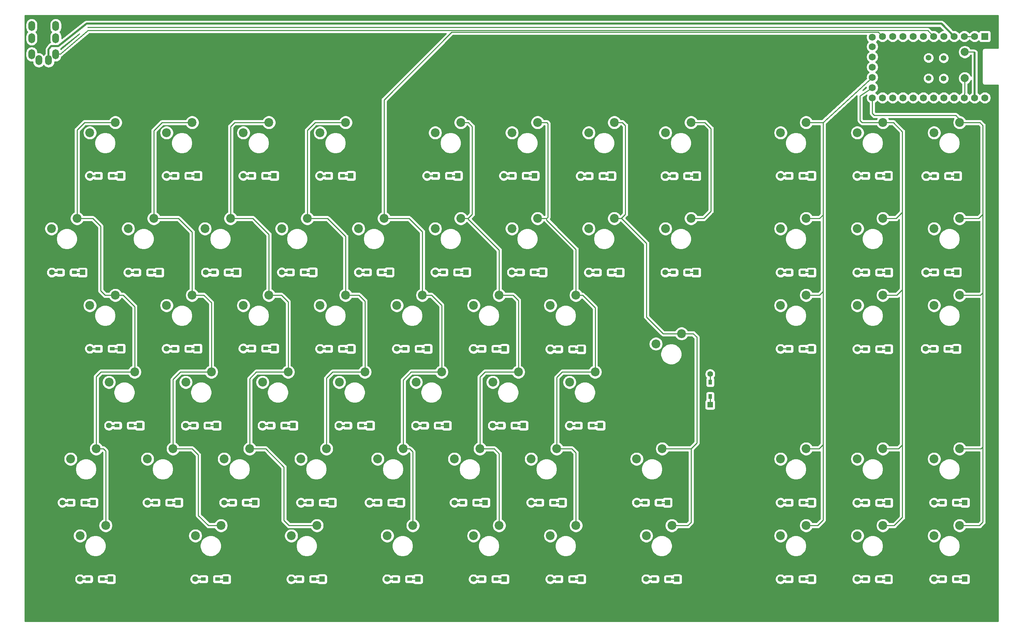
<source format=gbl>
G04 #@! TF.GenerationSoftware,KiCad,Pcbnew,(5.1.8)-1*
G04 #@! TF.CreationDate,2020-12-13T12:05:22+09:00*
G04 #@! TF.ProjectId,keyboard-layouter-playground,6b657962-6f61-4726-942d-6c61796f7574,rev?*
G04 #@! TF.SameCoordinates,Original*
G04 #@! TF.FileFunction,Copper,L2,Bot*
G04 #@! TF.FilePolarity,Positive*
%FSLAX46Y46*%
G04 Gerber Fmt 4.6, Leading zero omitted, Abs format (unit mm)*
G04 Created by KiCad (PCBNEW (5.1.8)-1) date 2020-12-13 12:05:22*
%MOMM*%
%LPD*%
G01*
G04 APERTURE LIST*
G04 #@! TA.AperFunction,ComponentPad*
%ADD10C,1.752600*%
G04 #@! TD*
G04 #@! TA.AperFunction,ComponentPad*
%ADD11R,1.752600X1.752600*%
G04 #@! TD*
G04 #@! TA.AperFunction,ComponentPad*
%ADD12C,2.000000*%
G04 #@! TD*
G04 #@! TA.AperFunction,ComponentPad*
%ADD13C,2.200000*%
G04 #@! TD*
G04 #@! TA.AperFunction,ComponentPad*
%ADD14C,1.397000*%
G04 #@! TD*
G04 #@! TA.AperFunction,ComponentPad*
%ADD15O,1.700000X2.500000*%
G04 #@! TD*
G04 #@! TA.AperFunction,SMDPad,CuDef*
%ADD16R,0.950000X1.300000*%
G04 #@! TD*
G04 #@! TA.AperFunction,ComponentPad*
%ADD17R,1.397000X1.397000*%
G04 #@! TD*
G04 #@! TA.AperFunction,SMDPad,CuDef*
%ADD18R,1.300000X0.950000*%
G04 #@! TD*
G04 #@! TA.AperFunction,Conductor*
%ADD19C,0.250000*%
G04 #@! TD*
G04 #@! TA.AperFunction,Conductor*
%ADD20C,0.500000*%
G04 #@! TD*
G04 #@! TA.AperFunction,NonConductor*
%ADD21C,0.254000*%
G04 #@! TD*
G04 #@! TA.AperFunction,NonConductor*
%ADD22C,0.100000*%
G04 #@! TD*
G04 APERTURE END LIST*
D10*
X227030000Y-104420000D03*
X227030000Y-106960000D03*
X227030000Y-109500000D03*
X227030000Y-112040000D03*
X227030000Y-114580000D03*
X254970000Y-117120000D03*
X227030000Y-102108600D03*
X252430000Y-117120000D03*
X249890000Y-117120000D03*
X247350000Y-117120000D03*
X244810000Y-117120000D03*
X242270000Y-117120000D03*
X239730000Y-117120000D03*
X237190000Y-117120000D03*
X234650000Y-117120000D03*
X232110000Y-117120000D03*
X229570000Y-117120000D03*
X227030000Y-117120000D03*
X229570000Y-101880000D03*
X232110000Y-101880000D03*
X234650000Y-101880000D03*
X237190000Y-101880000D03*
X239730000Y-101880000D03*
X242270000Y-101880000D03*
X244810000Y-101880000D03*
X247350000Y-101880000D03*
X249890000Y-101880000D03*
X252430000Y-101880000D03*
D11*
X254970000Y-101880000D03*
D12*
X250000000Y-105750000D03*
X250000000Y-112250000D03*
D13*
X173318000Y-178178000D03*
X179668000Y-175638000D03*
X30400000Y-225790000D03*
X36750000Y-223250000D03*
X168556000Y-206752000D03*
X174906000Y-204212000D03*
X170938000Y-225802000D03*
X177288000Y-223262000D03*
X106644000Y-225802000D03*
X112994000Y-223262000D03*
X82831000Y-225802000D03*
X89181000Y-223262000D03*
X59018000Y-225802000D03*
X65368000Y-223262000D03*
X242375000Y-225802000D03*
X248725000Y-223262000D03*
X223325000Y-225802000D03*
X229675000Y-223262000D03*
X204275000Y-225802000D03*
X210625000Y-223262000D03*
X147125000Y-225802000D03*
X153475000Y-223262000D03*
X128075000Y-225802000D03*
X134425000Y-223262000D03*
X242375000Y-206752000D03*
X248725000Y-204212000D03*
X223325000Y-206752000D03*
X229675000Y-204212000D03*
X204275000Y-206752000D03*
X210625000Y-204212000D03*
X142362000Y-206752000D03*
X148712000Y-204212000D03*
X123312000Y-206752000D03*
X129662000Y-204212000D03*
X104262000Y-206752000D03*
X110612000Y-204212000D03*
X85212000Y-206752000D03*
X91562000Y-204212000D03*
X66162000Y-206752000D03*
X72512000Y-204212000D03*
X47112000Y-206752000D03*
X53462000Y-204212000D03*
X28062000Y-206752000D03*
X34412000Y-204212000D03*
X151888000Y-187702000D03*
X158238000Y-185162000D03*
X132838000Y-187702000D03*
X139188000Y-185162000D03*
X113788000Y-187702000D03*
X120138000Y-185162000D03*
X94738000Y-187702000D03*
X101088000Y-185162000D03*
X75688000Y-187702000D03*
X82038000Y-185162000D03*
X56638000Y-187702000D03*
X62988000Y-185162000D03*
X37588000Y-187702000D03*
X43938000Y-185162000D03*
X242375000Y-168652000D03*
X248725000Y-166112000D03*
X223325000Y-168652000D03*
X229675000Y-166112000D03*
X204275000Y-168652000D03*
X210625000Y-166112000D03*
X147125000Y-168652000D03*
X153475000Y-166112000D03*
X128075000Y-168652000D03*
X134425000Y-166112000D03*
X109025000Y-168652000D03*
X115375000Y-166112000D03*
X89975000Y-168652000D03*
X96325000Y-166112000D03*
X70925000Y-168652000D03*
X77275000Y-166112000D03*
X51875000Y-168652000D03*
X58225000Y-166112000D03*
X32825000Y-168652000D03*
X39175000Y-166112000D03*
X242375000Y-149602000D03*
X248725000Y-147062000D03*
X223325000Y-149602000D03*
X229675000Y-147062000D03*
X204275000Y-149602000D03*
X210625000Y-147062000D03*
X175700000Y-149602000D03*
X182050000Y-147062000D03*
X156650000Y-149602000D03*
X163000000Y-147062000D03*
X137600000Y-149602000D03*
X143950000Y-147062000D03*
X118550000Y-149602000D03*
X124900000Y-147062000D03*
X99500000Y-149602000D03*
X105850000Y-147062000D03*
X80450000Y-149602000D03*
X86800000Y-147062000D03*
X61400000Y-149602000D03*
X67750000Y-147062000D03*
X42350000Y-149602000D03*
X48700000Y-147062000D03*
X23300000Y-149602000D03*
X29650000Y-147062000D03*
X242375000Y-125790000D03*
X248725000Y-123250000D03*
X223325000Y-125790000D03*
X229675000Y-123250000D03*
X204275000Y-125790000D03*
X210625000Y-123250000D03*
X175700000Y-125790000D03*
X182050000Y-123250000D03*
X156650000Y-125790000D03*
X163000000Y-123250000D03*
X137600000Y-125790000D03*
X143950000Y-123250000D03*
X118550000Y-125790000D03*
X124900000Y-123250000D03*
X89975000Y-125790000D03*
X96325000Y-123250000D03*
X70925000Y-125790000D03*
X77275000Y-123250000D03*
X51875000Y-125790000D03*
X58225000Y-123250000D03*
X32825000Y-125790000D03*
X39175000Y-123250000D03*
D14*
X244750000Y-112330000D03*
X244750000Y-107250000D03*
X241000000Y-112290000D03*
X241000000Y-107210000D03*
D15*
X18400000Y-106300000D03*
X22600000Y-107800000D03*
X18400000Y-99300000D03*
X18400000Y-102300000D03*
X24350000Y-99300000D03*
X24350000Y-102300000D03*
X24350000Y-106300000D03*
X20150000Y-107800000D03*
D16*
X186788100Y-191258820D03*
X186788100Y-187708820D03*
D14*
X186788100Y-185673820D03*
D17*
X186788100Y-193293820D03*
D18*
X35958820Y-236561900D03*
X32408820Y-236561900D03*
D14*
X30373820Y-236561900D03*
D17*
X37993820Y-236561900D03*
D18*
X174158820Y-217561900D03*
X170608820Y-217561900D03*
D14*
X168573820Y-217561900D03*
D17*
X176193820Y-217561900D03*
D18*
X176508820Y-236561900D03*
X172958820Y-236561900D03*
D14*
X170923820Y-236561900D03*
D17*
X178543820Y-236561900D03*
D18*
X112208820Y-236561900D03*
X108658820Y-236561900D03*
D14*
X106623820Y-236561900D03*
D17*
X114243820Y-236561900D03*
D18*
X88408820Y-236561900D03*
X84858820Y-236561900D03*
D14*
X82823820Y-236561900D03*
D17*
X90443820Y-236561900D03*
D18*
X64558820Y-236561900D03*
X61008820Y-236561900D03*
D14*
X58973820Y-236561900D03*
D17*
X66593820Y-236561900D03*
D18*
X247958820Y-236561900D03*
X244408820Y-236561900D03*
D14*
X242373820Y-236561900D03*
D17*
X249993820Y-236561900D03*
D18*
X228858820Y-236561900D03*
X225308820Y-236561900D03*
D14*
X223273820Y-236561900D03*
D17*
X230893820Y-236561900D03*
D18*
X209858820Y-236561900D03*
X206308820Y-236561900D03*
D14*
X204273820Y-236561900D03*
D17*
X211893820Y-236561900D03*
D18*
X152708820Y-236561900D03*
X149158820Y-236561900D03*
D14*
X147123820Y-236561900D03*
D17*
X154743820Y-236561900D03*
D18*
X133658820Y-236561900D03*
X130108820Y-236561900D03*
D14*
X128073820Y-236561900D03*
D17*
X135693820Y-236561900D03*
D18*
X247958820Y-217561900D03*
X244408820Y-217561900D03*
D14*
X242373820Y-217561900D03*
D17*
X249993820Y-217561900D03*
D18*
X228908820Y-217611900D03*
X225358820Y-217611900D03*
D14*
X223323820Y-217611900D03*
D17*
X230943820Y-217611900D03*
D18*
X209858820Y-217561900D03*
X206308820Y-217561900D03*
D14*
X204273820Y-217561900D03*
D17*
X211893820Y-217561900D03*
D18*
X147958820Y-217561900D03*
X144408820Y-217561900D03*
D14*
X142373820Y-217561900D03*
D17*
X149993820Y-217561900D03*
D18*
X128908820Y-217561900D03*
X125358820Y-217561900D03*
D14*
X123323820Y-217561900D03*
D17*
X130943820Y-217561900D03*
D18*
X107808820Y-217561900D03*
X104258820Y-217561900D03*
D14*
X102223820Y-217561900D03*
D17*
X109843820Y-217561900D03*
D18*
X90808820Y-217561900D03*
X87258820Y-217561900D03*
D14*
X85223820Y-217561900D03*
D17*
X92843820Y-217561900D03*
D18*
X71708820Y-217561900D03*
X68158820Y-217561900D03*
D14*
X66123820Y-217561900D03*
D17*
X73743820Y-217561900D03*
D18*
X52708820Y-217561900D03*
X49158820Y-217561900D03*
D14*
X47123820Y-217561900D03*
D17*
X54743820Y-217561900D03*
D18*
X31608820Y-217561900D03*
X28058820Y-217561900D03*
D14*
X26023820Y-217561900D03*
D17*
X33643820Y-217561900D03*
D18*
X157508820Y-198461900D03*
X153958820Y-198461900D03*
D14*
X151923820Y-198461900D03*
D17*
X159543820Y-198461900D03*
D18*
X138408820Y-198461900D03*
X134858820Y-198461900D03*
D14*
X132823820Y-198461900D03*
D17*
X140443820Y-198461900D03*
D18*
X119358820Y-198461900D03*
X115808820Y-198461900D03*
D14*
X113773820Y-198461900D03*
D17*
X121393820Y-198461900D03*
D18*
X100308820Y-198461900D03*
X96758820Y-198461900D03*
D14*
X94723820Y-198461900D03*
D17*
X102343820Y-198461900D03*
D18*
X81258820Y-198461900D03*
X77708820Y-198461900D03*
D14*
X75673820Y-198461900D03*
D17*
X83293820Y-198461900D03*
D18*
X62208820Y-198461900D03*
X58658820Y-198461900D03*
D14*
X56623820Y-198461900D03*
D17*
X64243820Y-198461900D03*
D18*
X43158820Y-198461900D03*
X39608820Y-198461900D03*
D14*
X37573820Y-198461900D03*
D17*
X45193820Y-198461900D03*
D18*
X245858820Y-179411900D03*
X242308820Y-179411900D03*
D14*
X240273820Y-179411900D03*
D17*
X247893820Y-179411900D03*
D18*
X228908820Y-179461900D03*
X225358820Y-179461900D03*
D14*
X223323820Y-179461900D03*
D17*
X230943820Y-179461900D03*
D18*
X209858820Y-179411900D03*
X206308820Y-179411900D03*
D14*
X204273820Y-179411900D03*
D17*
X211893820Y-179411900D03*
D18*
X152708820Y-179511900D03*
X149158820Y-179511900D03*
D14*
X147123820Y-179511900D03*
D17*
X154743820Y-179511900D03*
D18*
X133658820Y-179411900D03*
X130108820Y-179411900D03*
D14*
X128073820Y-179411900D03*
D17*
X135693820Y-179411900D03*
D18*
X114608820Y-179411900D03*
X111058820Y-179411900D03*
D14*
X109023820Y-179411900D03*
D17*
X116643820Y-179411900D03*
D18*
X95558820Y-179411900D03*
X92008820Y-179411900D03*
D14*
X89973820Y-179411900D03*
D17*
X97593820Y-179411900D03*
D18*
X76508820Y-179311900D03*
X72958820Y-179311900D03*
D14*
X70923820Y-179311900D03*
D17*
X78543820Y-179311900D03*
D18*
X57458820Y-179361900D03*
X53908820Y-179361900D03*
D14*
X51873820Y-179361900D03*
D17*
X59493820Y-179361900D03*
D18*
X38408820Y-179361900D03*
X34858820Y-179361900D03*
D14*
X32823820Y-179361900D03*
D17*
X40443820Y-179361900D03*
D18*
X245958820Y-160411900D03*
X242408820Y-160411900D03*
D14*
X240373820Y-160411900D03*
D17*
X247993820Y-160411900D03*
D18*
X228908820Y-160461900D03*
X225358820Y-160461900D03*
D14*
X223323820Y-160461900D03*
D17*
X230943820Y-160461900D03*
D18*
X209858820Y-160461900D03*
X206308820Y-160461900D03*
D14*
X204273820Y-160461900D03*
D17*
X211893820Y-160461900D03*
D18*
X181258820Y-160461900D03*
X177708820Y-160461900D03*
D14*
X175673820Y-160461900D03*
D17*
X183293820Y-160461900D03*
D18*
X162258820Y-160461900D03*
X158708820Y-160461900D03*
D14*
X156673820Y-160461900D03*
D17*
X164293820Y-160461900D03*
D18*
X143158820Y-160411900D03*
X139608820Y-160411900D03*
D14*
X137573820Y-160411900D03*
D17*
X145193820Y-160411900D03*
D18*
X124158820Y-160411900D03*
X120608820Y-160411900D03*
D14*
X118573820Y-160411900D03*
D17*
X126193820Y-160411900D03*
D18*
X105158820Y-160411900D03*
X101608820Y-160411900D03*
D14*
X99573820Y-160411900D03*
D17*
X107193820Y-160411900D03*
D18*
X86058820Y-160411900D03*
X82508820Y-160411900D03*
D14*
X80473820Y-160411900D03*
D17*
X88093820Y-160411900D03*
D18*
X67208820Y-160461900D03*
X63658820Y-160461900D03*
D14*
X61623820Y-160461900D03*
D17*
X69243820Y-160461900D03*
D18*
X47958820Y-160461900D03*
X44408820Y-160461900D03*
D14*
X42373820Y-160461900D03*
D17*
X49993820Y-160461900D03*
D18*
X28958820Y-160461900D03*
X25408820Y-160461900D03*
D14*
X23373820Y-160461900D03*
D17*
X30993820Y-160461900D03*
X248043820Y-136511900D03*
D14*
X240423820Y-136511900D03*
D18*
X242458820Y-136511900D03*
X246008820Y-136511900D03*
D17*
X230893820Y-136461900D03*
D14*
X223273820Y-136461900D03*
D18*
X225308820Y-136461900D03*
X228858820Y-136461900D03*
D17*
X211893820Y-136461900D03*
D14*
X204273820Y-136461900D03*
D18*
X206308820Y-136461900D03*
X209858820Y-136461900D03*
D17*
X183293820Y-136511900D03*
D14*
X175673820Y-136511900D03*
D18*
X177708820Y-136511900D03*
X181258820Y-136511900D03*
D17*
X162243820Y-136511900D03*
D14*
X154623820Y-136511900D03*
D18*
X156658820Y-136511900D03*
X160208820Y-136511900D03*
D17*
X143193820Y-136461900D03*
D14*
X135573820Y-136461900D03*
D18*
X137608820Y-136461900D03*
X141158820Y-136461900D03*
D17*
X124143820Y-136461900D03*
D14*
X116523820Y-136461900D03*
D18*
X118558820Y-136461900D03*
X122108820Y-136461900D03*
D17*
X97593820Y-136461900D03*
D14*
X89973820Y-136461900D03*
D18*
X92008820Y-136461900D03*
X95558820Y-136461900D03*
D17*
X78543820Y-136461900D03*
D14*
X70923820Y-136461900D03*
D18*
X72958820Y-136461900D03*
X76508820Y-136461900D03*
D17*
X59493820Y-136461900D03*
D14*
X51873820Y-136461900D03*
D18*
X53908820Y-136461900D03*
X57458820Y-136461900D03*
D17*
X40443820Y-136461900D03*
D14*
X32823820Y-136461900D03*
D18*
X34858820Y-136461900D03*
X38408820Y-136461900D03*
D19*
X38408820Y-136461900D02*
X40443820Y-136461900D01*
X57458820Y-136461900D02*
X59493820Y-136461900D01*
X76508820Y-136461900D02*
X78543820Y-136461900D01*
X95558820Y-136461900D02*
X97593820Y-136461900D01*
X122108820Y-136461900D02*
X124143820Y-136461900D01*
X141158820Y-136461900D02*
X143193820Y-136461900D01*
X160208820Y-136511900D02*
X162243820Y-136511900D01*
X181258820Y-136511900D02*
X183293820Y-136511900D01*
X209858820Y-136461900D02*
X211893820Y-136461900D01*
X228858820Y-136461900D02*
X230893820Y-136461900D01*
X246008820Y-136511900D02*
X248043820Y-136511900D01*
X32823820Y-136461900D02*
X34858820Y-136461900D01*
X51873820Y-136461900D02*
X53908820Y-136461900D01*
X70923820Y-136461900D02*
X72958820Y-136461900D01*
X89973820Y-136461900D02*
X92008820Y-136461900D01*
X116523820Y-136461900D02*
X118558820Y-136461900D01*
X135573820Y-136461900D02*
X137608820Y-136461900D01*
X154623820Y-136511900D02*
X156658820Y-136511900D01*
X175673820Y-136511900D02*
X177708820Y-136511900D01*
X204273820Y-136461900D02*
X206308820Y-136461900D01*
X223273820Y-136461900D02*
X225308820Y-136461900D01*
X240423820Y-136511900D02*
X242458820Y-136511900D01*
X28958820Y-160461900D02*
X30993820Y-160461900D01*
X47958820Y-160461900D02*
X49993820Y-160461900D01*
X67208820Y-160461900D02*
X69243820Y-160461900D01*
X86058820Y-160411900D02*
X88093820Y-160411900D01*
X105158820Y-160411900D02*
X107193820Y-160411900D01*
X124158820Y-160411900D02*
X126193820Y-160411900D01*
X143158820Y-160411900D02*
X145193820Y-160411900D01*
X162258820Y-160461900D02*
X164293820Y-160461900D01*
X181258820Y-160461900D02*
X183293820Y-160461900D01*
X209858820Y-160461900D02*
X211893820Y-160461900D01*
X228908820Y-160461900D02*
X230943820Y-160461900D01*
X245958820Y-160411900D02*
X247993820Y-160411900D01*
X23373820Y-160461900D02*
X25408820Y-160461900D01*
X42373820Y-160461900D02*
X44408820Y-160461900D01*
X61623820Y-160461900D02*
X63658820Y-160461900D01*
X82508820Y-160411900D02*
X80473820Y-160411900D01*
X101608820Y-160411900D02*
X99573820Y-160411900D01*
X118573820Y-160411900D02*
X120608820Y-160411900D01*
X137573820Y-160411900D02*
X139608820Y-160411900D01*
X156673820Y-160461900D02*
X158708820Y-160461900D01*
X175673820Y-160461900D02*
X177708820Y-160461900D01*
X204273820Y-160461900D02*
X206308820Y-160461900D01*
X223323820Y-160461900D02*
X225358820Y-160461900D01*
X240373820Y-160411900D02*
X242408820Y-160411900D01*
X38408820Y-179361900D02*
X40443820Y-179361900D01*
X57458820Y-179361900D02*
X59493820Y-179361900D01*
X76508820Y-179311900D02*
X78543820Y-179311900D01*
X95558820Y-179411900D02*
X97593820Y-179411900D01*
X114608820Y-179411900D02*
X116643820Y-179411900D01*
X133658820Y-179411900D02*
X135693820Y-179411900D01*
X152708820Y-179511900D02*
X154743820Y-179511900D01*
X209858820Y-179411900D02*
X211893820Y-179411900D01*
X228908820Y-179461900D02*
X230943820Y-179461900D01*
X245858820Y-179411900D02*
X247893820Y-179411900D01*
X32823820Y-179361900D02*
X34858820Y-179361900D01*
X51873820Y-179361900D02*
X53908820Y-179361900D01*
X70923820Y-179311900D02*
X72958820Y-179311900D01*
X89973820Y-179411900D02*
X92008820Y-179411900D01*
X109023820Y-179411900D02*
X111058820Y-179411900D01*
X128073820Y-179411900D02*
X130108820Y-179411900D01*
X147123820Y-179511900D02*
X149158820Y-179511900D01*
X204273820Y-179411900D02*
X206308820Y-179411900D01*
X223323820Y-179461900D02*
X225358820Y-179461900D01*
X240273820Y-179411900D02*
X242308820Y-179411900D01*
X186788100Y-191258820D02*
X186788100Y-193293820D01*
X43158820Y-198461900D02*
X45193820Y-198461900D01*
X62208820Y-198461900D02*
X64243820Y-198461900D01*
X81258820Y-198461900D02*
X83293820Y-198461900D01*
X100308820Y-198461900D02*
X102343820Y-198461900D01*
X119358820Y-198461900D02*
X121393820Y-198461900D01*
X138408820Y-198461900D02*
X140443820Y-198461900D01*
X157508820Y-198461900D02*
X159543820Y-198461900D01*
X37573820Y-198461900D02*
X39608820Y-198461900D01*
X56623820Y-198461900D02*
X58658820Y-198461900D01*
X75673820Y-198461900D02*
X77708820Y-198461900D01*
X94723820Y-198461900D02*
X96758820Y-198461900D01*
X113773820Y-198461900D02*
X115808820Y-198461900D01*
X132823820Y-198461900D02*
X134858820Y-198461900D01*
X151923820Y-198461900D02*
X153958820Y-198461900D01*
X31608820Y-217561900D02*
X33643820Y-217561900D01*
X52708820Y-217561900D02*
X54743820Y-217561900D01*
X71708820Y-217561900D02*
X73743820Y-217561900D01*
X90808820Y-217561900D02*
X92843820Y-217561900D01*
X107808820Y-217561900D02*
X109843820Y-217561900D01*
X128908820Y-217561900D02*
X130943820Y-217561900D01*
X147958820Y-217561900D02*
X149993820Y-217561900D01*
X174158820Y-217561900D02*
X176193820Y-217561900D01*
X209858820Y-217561900D02*
X211893820Y-217561900D01*
X228908820Y-217611900D02*
X230943820Y-217611900D01*
X247958820Y-217561900D02*
X249993820Y-217561900D01*
X26023820Y-217561900D02*
X28058820Y-217561900D01*
X47123820Y-217561900D02*
X49158820Y-217561900D01*
X66123820Y-217561900D02*
X68158820Y-217561900D01*
X85223820Y-217561900D02*
X87258820Y-217561900D01*
X102223820Y-217561900D02*
X104258820Y-217561900D01*
X123323820Y-217561900D02*
X125358820Y-217561900D01*
X142373820Y-217561900D02*
X144408820Y-217561900D01*
X204273820Y-217561900D02*
X206308820Y-217561900D01*
X223323820Y-217611900D02*
X225358820Y-217611900D01*
X242373820Y-217561900D02*
X244408820Y-217561900D01*
X35958820Y-236561900D02*
X37993820Y-236561900D01*
X64558820Y-236561900D02*
X66593820Y-236561900D01*
X88408820Y-236561900D02*
X90443820Y-236561900D01*
X112208820Y-236561900D02*
X114243820Y-236561900D01*
X133658820Y-236561900D02*
X135693820Y-236561900D01*
X152708820Y-236561900D02*
X154743820Y-236561900D01*
X176508820Y-236561900D02*
X178543820Y-236561900D01*
X209858820Y-236561900D02*
X211893820Y-236561900D01*
X228858820Y-236561900D02*
X230893820Y-236561900D01*
X247958820Y-236561900D02*
X249993820Y-236561900D01*
X128073820Y-236561900D02*
X130108820Y-236561900D01*
X147123820Y-236561900D02*
X149158820Y-236561900D01*
X204273820Y-236561900D02*
X206308820Y-236561900D01*
X223273820Y-236561900D02*
X225308820Y-236561900D01*
X242373820Y-236561900D02*
X244408820Y-236561900D01*
X58973820Y-236561900D02*
X61008820Y-236561900D01*
X82823820Y-236561900D02*
X84858820Y-236561900D01*
X106623820Y-236561900D02*
X108658820Y-236561900D01*
X170923820Y-236561900D02*
X172958820Y-236561900D01*
X168573820Y-217561900D02*
X170608820Y-217561900D01*
X186788100Y-185673820D02*
X186788100Y-187708820D01*
X39175000Y-123250000D02*
X31500000Y-123250000D01*
X29650000Y-125100000D02*
X29650000Y-147062000D01*
X31500000Y-123250000D02*
X29650000Y-125100000D01*
X29650000Y-147062000D02*
X33562000Y-147062000D01*
X33562000Y-147062000D02*
X35500000Y-149000000D01*
X35500000Y-149000000D02*
X35500000Y-165000000D01*
X36612000Y-166112000D02*
X39175000Y-166112000D01*
X35500000Y-165000000D02*
X36612000Y-166112000D01*
X39175000Y-166112000D02*
X41112000Y-166112000D01*
X43938000Y-168938000D02*
X43938000Y-185162000D01*
X41112000Y-166112000D02*
X43938000Y-168938000D01*
X43938000Y-185162000D02*
X35588000Y-185162000D01*
X34412000Y-186338000D02*
X34412000Y-204212000D01*
X35588000Y-185162000D02*
X34412000Y-186338000D01*
X34412000Y-204212000D02*
X36212000Y-204212000D01*
X36750000Y-204750000D02*
X36750000Y-223250000D01*
X36212000Y-204212000D02*
X36750000Y-204750000D01*
X58225000Y-123250000D02*
X50750000Y-123250000D01*
X48700000Y-125300000D02*
X48700000Y-147062000D01*
X50750000Y-123250000D02*
X48700000Y-125300000D01*
X48700000Y-147062000D02*
X54812000Y-147062000D01*
X58225000Y-150475000D02*
X58225000Y-166112000D01*
X54812000Y-147062000D02*
X58225000Y-150475000D01*
X58225000Y-166112000D02*
X61112000Y-166112000D01*
X62988000Y-167988000D02*
X62988000Y-185162000D01*
X61112000Y-166112000D02*
X62988000Y-167988000D01*
X62988000Y-185162000D02*
X55338000Y-185162000D01*
X53462000Y-187038000D02*
X53462000Y-204212000D01*
X55338000Y-185162000D02*
X53462000Y-187038000D01*
X53462000Y-204212000D02*
X58212000Y-204212000D01*
X58212000Y-204212000D02*
X59750000Y-205750000D01*
X59750000Y-205750000D02*
X59750000Y-220750000D01*
X62262000Y-223262000D02*
X65368000Y-223262000D01*
X59750000Y-220750000D02*
X62262000Y-223262000D01*
X67750000Y-124250000D02*
X67750000Y-147062000D01*
X68750000Y-123250000D02*
X67750000Y-124250000D01*
X77275000Y-123250000D02*
X68750000Y-123250000D01*
X67750000Y-147062000D02*
X73312000Y-147062000D01*
X77275000Y-151025000D02*
X77275000Y-166112000D01*
X73312000Y-147062000D02*
X77275000Y-151025000D01*
X77275000Y-166112000D02*
X80362000Y-166112000D01*
X82038000Y-167788000D02*
X82038000Y-185162000D01*
X80362000Y-166112000D02*
X82038000Y-167788000D01*
X82038000Y-185162000D02*
X74162000Y-185162000D01*
X72512000Y-186812000D02*
X72512000Y-204212000D01*
X74162000Y-185162000D02*
X72512000Y-186812000D01*
X72512000Y-204212000D02*
X76462000Y-204212000D01*
X76462000Y-204212000D02*
X81000000Y-208750000D01*
X81000000Y-208750000D02*
X81000000Y-222000000D01*
X82262000Y-223262000D02*
X89181000Y-223262000D01*
X81000000Y-222000000D02*
X82262000Y-223262000D01*
X96325000Y-123250000D02*
X88750000Y-123250000D01*
X86800000Y-125200000D02*
X86800000Y-147062000D01*
X88750000Y-123250000D02*
X86800000Y-125200000D01*
X86800000Y-147062000D02*
X91812000Y-147062000D01*
X96325000Y-151575000D02*
X96325000Y-166112000D01*
X91812000Y-147062000D02*
X96325000Y-151575000D01*
X96325000Y-166112000D02*
X99612000Y-166112000D01*
X101088000Y-167588000D02*
X101088000Y-185162000D01*
X99612000Y-166112000D02*
X101088000Y-167588000D01*
X101088000Y-185162000D02*
X93088000Y-185162000D01*
X91562000Y-186688000D02*
X91562000Y-204212000D01*
X93088000Y-185162000D02*
X91562000Y-186688000D01*
X124900000Y-123250000D02*
X126750000Y-123250000D01*
X127750000Y-146000000D02*
X126688000Y-147062000D01*
X127750000Y-124250000D02*
X127750000Y-146000000D01*
X126750000Y-123250000D02*
X127750000Y-124250000D01*
X126688000Y-147062000D02*
X124900000Y-147062000D01*
X126688000Y-147062000D02*
X126688000Y-147188000D01*
X126688000Y-147188000D02*
X134425000Y-154925000D01*
X134425000Y-154925000D02*
X134425000Y-166112000D01*
X134425000Y-166112000D02*
X137862000Y-166112000D01*
X139188000Y-167438000D02*
X139188000Y-185162000D01*
X137862000Y-166112000D02*
X139188000Y-167438000D01*
X139188000Y-185162000D02*
X130912000Y-185162000D01*
X129662000Y-186412000D02*
X129662000Y-204212000D01*
X130912000Y-185162000D02*
X129662000Y-186412000D01*
X129662000Y-204212000D02*
X133212000Y-204212000D01*
X134425000Y-205425000D02*
X134425000Y-223262000D01*
X133212000Y-204212000D02*
X134425000Y-205425000D01*
X143950000Y-123250000D02*
X146250000Y-123250000D01*
X146500000Y-146750000D02*
X146188000Y-147062000D01*
X146500000Y-123500000D02*
X146500000Y-146750000D01*
X146250000Y-123250000D02*
X146500000Y-123500000D01*
X146188000Y-147062000D02*
X143950000Y-147062000D01*
X146188000Y-147062000D02*
X146188000Y-147438000D01*
X146188000Y-147438000D02*
X153475000Y-154725000D01*
X153475000Y-154725000D02*
X153475000Y-166112000D01*
X153475000Y-166112000D02*
X155112000Y-166112000D01*
X158238000Y-169238000D02*
X158238000Y-185162000D01*
X155112000Y-166112000D02*
X158238000Y-169238000D01*
X158238000Y-185162000D02*
X150088000Y-185162000D01*
X148712000Y-186538000D02*
X148712000Y-204212000D01*
X150088000Y-185162000D02*
X148712000Y-186538000D01*
X148712000Y-204212000D02*
X152462000Y-204212000D01*
X153475000Y-205225000D02*
X153475000Y-223262000D01*
X152462000Y-204212000D02*
X153475000Y-205225000D01*
X163000000Y-123250000D02*
X165000000Y-123250000D01*
X165750000Y-146000000D02*
X164688000Y-147062000D01*
X165750000Y-124000000D02*
X165750000Y-146000000D01*
X165000000Y-123250000D02*
X165750000Y-124000000D01*
X164688000Y-147062000D02*
X163000000Y-147062000D01*
X164688000Y-147062000D02*
X164812000Y-147062000D01*
X171000000Y-171500000D02*
X175138000Y-175638000D01*
X175138000Y-175638000D02*
X179668000Y-175638000D01*
X171000000Y-153250000D02*
X171000000Y-171500000D01*
X164812000Y-147062000D02*
X171000000Y-153250000D01*
X182038000Y-204212000D02*
X174906000Y-204212000D01*
X182038000Y-204212000D02*
X182038000Y-222462000D01*
X182038000Y-222462000D02*
X181238000Y-223262000D01*
X181238000Y-223262000D02*
X177288000Y-223262000D01*
X183500000Y-202750000D02*
X182038000Y-204212000D01*
X183500000Y-176550000D02*
X183500000Y-202750000D01*
X182588000Y-175638000D02*
X183500000Y-176550000D01*
X179668000Y-175638000D02*
X182588000Y-175638000D01*
X182050000Y-123250000D02*
X185500000Y-123250000D01*
X185500000Y-123250000D02*
X187000000Y-124750000D01*
X187000000Y-124750000D02*
X187000000Y-145250000D01*
X185188000Y-147050000D02*
X182050000Y-147050000D01*
X187000000Y-145250000D02*
X185188000Y-147062000D01*
X210625000Y-123250000D02*
X214820000Y-123250000D01*
X214820000Y-123250000D02*
X214820000Y-146180000D01*
X213938000Y-147062000D02*
X210625000Y-147062000D01*
X214820000Y-146180000D02*
X213938000Y-147062000D01*
X214820000Y-146180000D02*
X214820000Y-165180000D01*
X213888000Y-166112000D02*
X210625000Y-166112000D01*
X214820000Y-165180000D02*
X213888000Y-166112000D01*
X214820000Y-165180000D02*
X214820000Y-203180000D01*
X213788000Y-204212000D02*
X210625000Y-204212000D01*
X214820000Y-203180000D02*
X213788000Y-204212000D01*
X214820000Y-203180000D02*
X214820000Y-221930000D01*
X214820000Y-221930000D02*
X213488000Y-223262000D01*
X213488000Y-223262000D02*
X210625000Y-223262000D01*
X214820000Y-123250000D02*
X227030000Y-112040000D01*
X229675000Y-123250000D02*
X232250000Y-123250000D01*
X234500000Y-125500000D02*
X234500000Y-145500000D01*
X232250000Y-123250000D02*
X234500000Y-125500000D01*
X232938000Y-147062000D02*
X229675000Y-147062000D01*
X234500000Y-145500000D02*
X232938000Y-147062000D01*
X234500000Y-145500000D02*
X234500000Y-164750000D01*
X233138000Y-166112000D02*
X229675000Y-166112000D01*
X234500000Y-164750000D02*
X233138000Y-166112000D01*
X234500000Y-164750000D02*
X234500000Y-203250000D01*
X233538000Y-204212000D02*
X229675000Y-204212000D01*
X234500000Y-203250000D02*
X233538000Y-204212000D01*
X234500000Y-203250000D02*
X234500000Y-221250000D01*
X234500000Y-221250000D02*
X232488000Y-223262000D01*
X232488000Y-223262000D02*
X229675000Y-223262000D01*
X224500000Y-123250000D02*
X229675000Y-123250000D01*
X224000000Y-122750000D02*
X224500000Y-123250000D01*
X224000000Y-116610000D02*
X224000000Y-122750000D01*
X227030000Y-114580000D02*
X224000000Y-116610000D01*
X247750000Y-121500000D02*
X248725000Y-122475000D01*
X248725000Y-122475000D02*
X248725000Y-123250000D01*
X227560000Y-121500000D02*
X247750000Y-121500000D01*
X227030000Y-120970000D02*
X227560000Y-121500000D01*
X248725000Y-123250000D02*
X253750000Y-123250000D01*
X254500000Y-124000000D02*
X254500000Y-146000000D01*
X253750000Y-123250000D02*
X254500000Y-124000000D01*
X254500000Y-146000000D02*
X254500000Y-165500000D01*
X254500000Y-165500000D02*
X254500000Y-203750000D01*
X254500000Y-203750000D02*
X254038000Y-204212000D01*
X254500000Y-203750000D02*
X254500000Y-221750000D01*
X227030000Y-117120000D02*
X227030000Y-120970000D01*
X248725000Y-204212000D02*
X254038000Y-204212000D01*
X248725000Y-223262000D02*
X253638000Y-223262000D01*
X254500000Y-222400000D02*
X254500000Y-221750000D01*
X253638000Y-223262000D02*
X254500000Y-222400000D01*
X253438000Y-147062000D02*
X254500000Y-146000000D01*
X248725000Y-147062000D02*
X253438000Y-147062000D01*
X253888000Y-166112000D02*
X254500000Y-165500000D01*
X248725000Y-166112000D02*
X253888000Y-166112000D01*
X105850000Y-147062000D02*
X112062000Y-147062000D01*
X115375000Y-150375000D02*
X115375000Y-166112000D01*
X112062000Y-147062000D02*
X115375000Y-150375000D01*
X115375000Y-166112000D02*
X117612000Y-166112000D01*
X120138000Y-168638000D02*
X120138000Y-185162000D01*
X117612000Y-166112000D02*
X120138000Y-168638000D01*
X120138000Y-185162000D02*
X112588000Y-185162000D01*
X110612000Y-187138000D02*
X110612000Y-204212000D01*
X112588000Y-185162000D02*
X110612000Y-187138000D01*
X110612000Y-204212000D02*
X112212000Y-204212000D01*
X112994000Y-204994000D02*
X112994000Y-223262000D01*
X112212000Y-204212000D02*
X112994000Y-204994000D01*
X105850000Y-117650000D02*
X105850000Y-147062000D01*
X122642190Y-100857810D02*
X105850000Y-117650000D01*
X228548200Y-100858200D02*
X122650000Y-100858200D01*
X229570000Y-101880000D02*
X228548200Y-100858200D01*
D20*
X22600000Y-105150000D02*
X22600000Y-107800000D01*
X25025010Y-104250000D02*
X23250000Y-104250000D01*
X23250000Y-104250000D02*
X22600000Y-105150000D01*
X32025010Y-98724990D02*
X25000000Y-104250000D01*
X244194990Y-98724990D02*
X32025010Y-98724990D01*
X247350000Y-101880000D02*
X244194990Y-98724990D01*
D19*
X250000000Y-116010000D02*
X250000000Y-112250000D01*
X249890000Y-116120000D02*
X250000000Y-116010000D01*
X249890000Y-116120000D02*
X249890000Y-117120000D01*
X30373820Y-236561900D02*
X32408820Y-236561900D01*
X32417500Y-100407800D02*
X25525300Y-106250000D01*
X240797800Y-100407800D02*
X32417500Y-100407800D01*
X242270000Y-101880000D02*
X240797800Y-100407800D01*
X24400000Y-106250000D02*
X24350000Y-106300000D01*
X25525300Y-106250000D02*
X24400000Y-106250000D01*
X250000000Y-105750000D02*
X252250000Y-105750000D01*
X252250000Y-105750000D02*
X252430000Y-105930000D01*
D20*
X252430000Y-105930000D02*
X252430000Y-117120000D01*
D19*
X252430000Y-101880000D02*
X249890000Y-101880000D01*
D21*
X258290001Y-104790000D02*
X255034877Y-104790000D01*
X255000000Y-104786565D01*
X254965123Y-104790000D01*
X254860816Y-104800273D01*
X254726980Y-104840872D01*
X254603637Y-104906800D01*
X254495525Y-104995525D01*
X254406800Y-105103637D01*
X254340872Y-105226980D01*
X254300273Y-105360816D01*
X254286565Y-105500000D01*
X254290000Y-105534877D01*
X254290001Y-113215113D01*
X254286565Y-113250000D01*
X254300273Y-113389184D01*
X254340872Y-113523020D01*
X254406800Y-113646363D01*
X254495525Y-113754475D01*
X254603637Y-113843200D01*
X254726980Y-113909128D01*
X254860816Y-113949727D01*
X254965123Y-113960000D01*
X255000000Y-113963435D01*
X255034877Y-113960000D01*
X258290000Y-113960000D01*
X258290001Y-247040000D01*
X16710000Y-247040000D01*
X16710000Y-236430562D01*
X29040320Y-236430562D01*
X29040320Y-236693238D01*
X29091566Y-236950868D01*
X29192088Y-237193549D01*
X29338023Y-237411957D01*
X29523763Y-237597697D01*
X29742171Y-237743632D01*
X29984852Y-237844154D01*
X30242482Y-237895400D01*
X30505158Y-237895400D01*
X30762788Y-237844154D01*
X31005469Y-237743632D01*
X31223877Y-237597697D01*
X31321835Y-237499739D01*
X31404326Y-237567437D01*
X31514640Y-237626402D01*
X31634338Y-237662712D01*
X31758820Y-237674972D01*
X33058820Y-237674972D01*
X33183302Y-237662712D01*
X33303000Y-237626402D01*
X33413314Y-237567437D01*
X33510005Y-237488085D01*
X33589357Y-237391394D01*
X33648322Y-237281080D01*
X33684632Y-237161382D01*
X33696892Y-237036900D01*
X33696892Y-236086900D01*
X34670748Y-236086900D01*
X34670748Y-237036900D01*
X34683008Y-237161382D01*
X34719318Y-237281080D01*
X34778283Y-237391394D01*
X34857635Y-237488085D01*
X34954326Y-237567437D01*
X35064640Y-237626402D01*
X35184338Y-237662712D01*
X35308820Y-237674972D01*
X36608820Y-237674972D01*
X36733302Y-237662712D01*
X36789929Y-237645534D01*
X36844135Y-237711585D01*
X36940826Y-237790937D01*
X37051140Y-237849902D01*
X37170838Y-237886212D01*
X37295320Y-237898472D01*
X38692320Y-237898472D01*
X38816802Y-237886212D01*
X38936500Y-237849902D01*
X39046814Y-237790937D01*
X39143505Y-237711585D01*
X39222857Y-237614894D01*
X39281822Y-237504580D01*
X39318132Y-237384882D01*
X39330392Y-237260400D01*
X39330392Y-236430562D01*
X57640320Y-236430562D01*
X57640320Y-236693238D01*
X57691566Y-236950868D01*
X57792088Y-237193549D01*
X57938023Y-237411957D01*
X58123763Y-237597697D01*
X58342171Y-237743632D01*
X58584852Y-237844154D01*
X58842482Y-237895400D01*
X59105158Y-237895400D01*
X59362788Y-237844154D01*
X59605469Y-237743632D01*
X59823877Y-237597697D01*
X59921835Y-237499739D01*
X60004326Y-237567437D01*
X60114640Y-237626402D01*
X60234338Y-237662712D01*
X60358820Y-237674972D01*
X61658820Y-237674972D01*
X61783302Y-237662712D01*
X61903000Y-237626402D01*
X62013314Y-237567437D01*
X62110005Y-237488085D01*
X62189357Y-237391394D01*
X62248322Y-237281080D01*
X62284632Y-237161382D01*
X62296892Y-237036900D01*
X62296892Y-236086900D01*
X63270748Y-236086900D01*
X63270748Y-237036900D01*
X63283008Y-237161382D01*
X63319318Y-237281080D01*
X63378283Y-237391394D01*
X63457635Y-237488085D01*
X63554326Y-237567437D01*
X63664640Y-237626402D01*
X63784338Y-237662712D01*
X63908820Y-237674972D01*
X65208820Y-237674972D01*
X65333302Y-237662712D01*
X65389929Y-237645534D01*
X65444135Y-237711585D01*
X65540826Y-237790937D01*
X65651140Y-237849902D01*
X65770838Y-237886212D01*
X65895320Y-237898472D01*
X67292320Y-237898472D01*
X67416802Y-237886212D01*
X67536500Y-237849902D01*
X67646814Y-237790937D01*
X67743505Y-237711585D01*
X67822857Y-237614894D01*
X67881822Y-237504580D01*
X67918132Y-237384882D01*
X67930392Y-237260400D01*
X67930392Y-236430562D01*
X81490320Y-236430562D01*
X81490320Y-236693238D01*
X81541566Y-236950868D01*
X81642088Y-237193549D01*
X81788023Y-237411957D01*
X81973763Y-237597697D01*
X82192171Y-237743632D01*
X82434852Y-237844154D01*
X82692482Y-237895400D01*
X82955158Y-237895400D01*
X83212788Y-237844154D01*
X83455469Y-237743632D01*
X83673877Y-237597697D01*
X83771835Y-237499739D01*
X83854326Y-237567437D01*
X83964640Y-237626402D01*
X84084338Y-237662712D01*
X84208820Y-237674972D01*
X85508820Y-237674972D01*
X85633302Y-237662712D01*
X85753000Y-237626402D01*
X85863314Y-237567437D01*
X85960005Y-237488085D01*
X86039357Y-237391394D01*
X86098322Y-237281080D01*
X86134632Y-237161382D01*
X86146892Y-237036900D01*
X86146892Y-236086900D01*
X87120748Y-236086900D01*
X87120748Y-237036900D01*
X87133008Y-237161382D01*
X87169318Y-237281080D01*
X87228283Y-237391394D01*
X87307635Y-237488085D01*
X87404326Y-237567437D01*
X87514640Y-237626402D01*
X87634338Y-237662712D01*
X87758820Y-237674972D01*
X89058820Y-237674972D01*
X89183302Y-237662712D01*
X89239929Y-237645534D01*
X89294135Y-237711585D01*
X89390826Y-237790937D01*
X89501140Y-237849902D01*
X89620838Y-237886212D01*
X89745320Y-237898472D01*
X91142320Y-237898472D01*
X91266802Y-237886212D01*
X91386500Y-237849902D01*
X91496814Y-237790937D01*
X91593505Y-237711585D01*
X91672857Y-237614894D01*
X91731822Y-237504580D01*
X91768132Y-237384882D01*
X91780392Y-237260400D01*
X91780392Y-236430562D01*
X105290320Y-236430562D01*
X105290320Y-236693238D01*
X105341566Y-236950868D01*
X105442088Y-237193549D01*
X105588023Y-237411957D01*
X105773763Y-237597697D01*
X105992171Y-237743632D01*
X106234852Y-237844154D01*
X106492482Y-237895400D01*
X106755158Y-237895400D01*
X107012788Y-237844154D01*
X107255469Y-237743632D01*
X107473877Y-237597697D01*
X107571835Y-237499739D01*
X107654326Y-237567437D01*
X107764640Y-237626402D01*
X107884338Y-237662712D01*
X108008820Y-237674972D01*
X109308820Y-237674972D01*
X109433302Y-237662712D01*
X109553000Y-237626402D01*
X109663314Y-237567437D01*
X109760005Y-237488085D01*
X109839357Y-237391394D01*
X109898322Y-237281080D01*
X109934632Y-237161382D01*
X109946892Y-237036900D01*
X109946892Y-236086900D01*
X110920748Y-236086900D01*
X110920748Y-237036900D01*
X110933008Y-237161382D01*
X110969318Y-237281080D01*
X111028283Y-237391394D01*
X111107635Y-237488085D01*
X111204326Y-237567437D01*
X111314640Y-237626402D01*
X111434338Y-237662712D01*
X111558820Y-237674972D01*
X112858820Y-237674972D01*
X112983302Y-237662712D01*
X113039929Y-237645534D01*
X113094135Y-237711585D01*
X113190826Y-237790937D01*
X113301140Y-237849902D01*
X113420838Y-237886212D01*
X113545320Y-237898472D01*
X114942320Y-237898472D01*
X115066802Y-237886212D01*
X115186500Y-237849902D01*
X115296814Y-237790937D01*
X115393505Y-237711585D01*
X115472857Y-237614894D01*
X115531822Y-237504580D01*
X115568132Y-237384882D01*
X115580392Y-237260400D01*
X115580392Y-236430562D01*
X126740320Y-236430562D01*
X126740320Y-236693238D01*
X126791566Y-236950868D01*
X126892088Y-237193549D01*
X127038023Y-237411957D01*
X127223763Y-237597697D01*
X127442171Y-237743632D01*
X127684852Y-237844154D01*
X127942482Y-237895400D01*
X128205158Y-237895400D01*
X128462788Y-237844154D01*
X128705469Y-237743632D01*
X128923877Y-237597697D01*
X129021835Y-237499739D01*
X129104326Y-237567437D01*
X129214640Y-237626402D01*
X129334338Y-237662712D01*
X129458820Y-237674972D01*
X130758820Y-237674972D01*
X130883302Y-237662712D01*
X131003000Y-237626402D01*
X131113314Y-237567437D01*
X131210005Y-237488085D01*
X131289357Y-237391394D01*
X131348322Y-237281080D01*
X131384632Y-237161382D01*
X131396892Y-237036900D01*
X131396892Y-236086900D01*
X132370748Y-236086900D01*
X132370748Y-237036900D01*
X132383008Y-237161382D01*
X132419318Y-237281080D01*
X132478283Y-237391394D01*
X132557635Y-237488085D01*
X132654326Y-237567437D01*
X132764640Y-237626402D01*
X132884338Y-237662712D01*
X133008820Y-237674972D01*
X134308820Y-237674972D01*
X134433302Y-237662712D01*
X134489929Y-237645534D01*
X134544135Y-237711585D01*
X134640826Y-237790937D01*
X134751140Y-237849902D01*
X134870838Y-237886212D01*
X134995320Y-237898472D01*
X136392320Y-237898472D01*
X136516802Y-237886212D01*
X136636500Y-237849902D01*
X136746814Y-237790937D01*
X136843505Y-237711585D01*
X136922857Y-237614894D01*
X136981822Y-237504580D01*
X137018132Y-237384882D01*
X137030392Y-237260400D01*
X137030392Y-236430562D01*
X145790320Y-236430562D01*
X145790320Y-236693238D01*
X145841566Y-236950868D01*
X145942088Y-237193549D01*
X146088023Y-237411957D01*
X146273763Y-237597697D01*
X146492171Y-237743632D01*
X146734852Y-237844154D01*
X146992482Y-237895400D01*
X147255158Y-237895400D01*
X147512788Y-237844154D01*
X147755469Y-237743632D01*
X147973877Y-237597697D01*
X148071835Y-237499739D01*
X148154326Y-237567437D01*
X148264640Y-237626402D01*
X148384338Y-237662712D01*
X148508820Y-237674972D01*
X149808820Y-237674972D01*
X149933302Y-237662712D01*
X150053000Y-237626402D01*
X150163314Y-237567437D01*
X150260005Y-237488085D01*
X150339357Y-237391394D01*
X150398322Y-237281080D01*
X150434632Y-237161382D01*
X150446892Y-237036900D01*
X150446892Y-236086900D01*
X151420748Y-236086900D01*
X151420748Y-237036900D01*
X151433008Y-237161382D01*
X151469318Y-237281080D01*
X151528283Y-237391394D01*
X151607635Y-237488085D01*
X151704326Y-237567437D01*
X151814640Y-237626402D01*
X151934338Y-237662712D01*
X152058820Y-237674972D01*
X153358820Y-237674972D01*
X153483302Y-237662712D01*
X153539929Y-237645534D01*
X153594135Y-237711585D01*
X153690826Y-237790937D01*
X153801140Y-237849902D01*
X153920838Y-237886212D01*
X154045320Y-237898472D01*
X155442320Y-237898472D01*
X155566802Y-237886212D01*
X155686500Y-237849902D01*
X155796814Y-237790937D01*
X155893505Y-237711585D01*
X155972857Y-237614894D01*
X156031822Y-237504580D01*
X156068132Y-237384882D01*
X156080392Y-237260400D01*
X156080392Y-236430562D01*
X169590320Y-236430562D01*
X169590320Y-236693238D01*
X169641566Y-236950868D01*
X169742088Y-237193549D01*
X169888023Y-237411957D01*
X170073763Y-237597697D01*
X170292171Y-237743632D01*
X170534852Y-237844154D01*
X170792482Y-237895400D01*
X171055158Y-237895400D01*
X171312788Y-237844154D01*
X171555469Y-237743632D01*
X171773877Y-237597697D01*
X171871835Y-237499739D01*
X171954326Y-237567437D01*
X172064640Y-237626402D01*
X172184338Y-237662712D01*
X172308820Y-237674972D01*
X173608820Y-237674972D01*
X173733302Y-237662712D01*
X173853000Y-237626402D01*
X173963314Y-237567437D01*
X174060005Y-237488085D01*
X174139357Y-237391394D01*
X174198322Y-237281080D01*
X174234632Y-237161382D01*
X174246892Y-237036900D01*
X174246892Y-236086900D01*
X175220748Y-236086900D01*
X175220748Y-237036900D01*
X175233008Y-237161382D01*
X175269318Y-237281080D01*
X175328283Y-237391394D01*
X175407635Y-237488085D01*
X175504326Y-237567437D01*
X175614640Y-237626402D01*
X175734338Y-237662712D01*
X175858820Y-237674972D01*
X177158820Y-237674972D01*
X177283302Y-237662712D01*
X177339929Y-237645534D01*
X177394135Y-237711585D01*
X177490826Y-237790937D01*
X177601140Y-237849902D01*
X177720838Y-237886212D01*
X177845320Y-237898472D01*
X179242320Y-237898472D01*
X179366802Y-237886212D01*
X179486500Y-237849902D01*
X179596814Y-237790937D01*
X179693505Y-237711585D01*
X179772857Y-237614894D01*
X179831822Y-237504580D01*
X179868132Y-237384882D01*
X179880392Y-237260400D01*
X179880392Y-236430562D01*
X202940320Y-236430562D01*
X202940320Y-236693238D01*
X202991566Y-236950868D01*
X203092088Y-237193549D01*
X203238023Y-237411957D01*
X203423763Y-237597697D01*
X203642171Y-237743632D01*
X203884852Y-237844154D01*
X204142482Y-237895400D01*
X204405158Y-237895400D01*
X204662788Y-237844154D01*
X204905469Y-237743632D01*
X205123877Y-237597697D01*
X205221835Y-237499739D01*
X205304326Y-237567437D01*
X205414640Y-237626402D01*
X205534338Y-237662712D01*
X205658820Y-237674972D01*
X206958820Y-237674972D01*
X207083302Y-237662712D01*
X207203000Y-237626402D01*
X207313314Y-237567437D01*
X207410005Y-237488085D01*
X207489357Y-237391394D01*
X207548322Y-237281080D01*
X207584632Y-237161382D01*
X207596892Y-237036900D01*
X207596892Y-236086900D01*
X208570748Y-236086900D01*
X208570748Y-237036900D01*
X208583008Y-237161382D01*
X208619318Y-237281080D01*
X208678283Y-237391394D01*
X208757635Y-237488085D01*
X208854326Y-237567437D01*
X208964640Y-237626402D01*
X209084338Y-237662712D01*
X209208820Y-237674972D01*
X210508820Y-237674972D01*
X210633302Y-237662712D01*
X210689929Y-237645534D01*
X210744135Y-237711585D01*
X210840826Y-237790937D01*
X210951140Y-237849902D01*
X211070838Y-237886212D01*
X211195320Y-237898472D01*
X212592320Y-237898472D01*
X212716802Y-237886212D01*
X212836500Y-237849902D01*
X212946814Y-237790937D01*
X213043505Y-237711585D01*
X213122857Y-237614894D01*
X213181822Y-237504580D01*
X213218132Y-237384882D01*
X213230392Y-237260400D01*
X213230392Y-236430562D01*
X221940320Y-236430562D01*
X221940320Y-236693238D01*
X221991566Y-236950868D01*
X222092088Y-237193549D01*
X222238023Y-237411957D01*
X222423763Y-237597697D01*
X222642171Y-237743632D01*
X222884852Y-237844154D01*
X223142482Y-237895400D01*
X223405158Y-237895400D01*
X223662788Y-237844154D01*
X223905469Y-237743632D01*
X224123877Y-237597697D01*
X224221835Y-237499739D01*
X224304326Y-237567437D01*
X224414640Y-237626402D01*
X224534338Y-237662712D01*
X224658820Y-237674972D01*
X225958820Y-237674972D01*
X226083302Y-237662712D01*
X226203000Y-237626402D01*
X226313314Y-237567437D01*
X226410005Y-237488085D01*
X226489357Y-237391394D01*
X226548322Y-237281080D01*
X226584632Y-237161382D01*
X226596892Y-237036900D01*
X226596892Y-236086900D01*
X227570748Y-236086900D01*
X227570748Y-237036900D01*
X227583008Y-237161382D01*
X227619318Y-237281080D01*
X227678283Y-237391394D01*
X227757635Y-237488085D01*
X227854326Y-237567437D01*
X227964640Y-237626402D01*
X228084338Y-237662712D01*
X228208820Y-237674972D01*
X229508820Y-237674972D01*
X229633302Y-237662712D01*
X229689929Y-237645534D01*
X229744135Y-237711585D01*
X229840826Y-237790937D01*
X229951140Y-237849902D01*
X230070838Y-237886212D01*
X230195320Y-237898472D01*
X231592320Y-237898472D01*
X231716802Y-237886212D01*
X231836500Y-237849902D01*
X231946814Y-237790937D01*
X232043505Y-237711585D01*
X232122857Y-237614894D01*
X232181822Y-237504580D01*
X232218132Y-237384882D01*
X232230392Y-237260400D01*
X232230392Y-236430562D01*
X241040320Y-236430562D01*
X241040320Y-236693238D01*
X241091566Y-236950868D01*
X241192088Y-237193549D01*
X241338023Y-237411957D01*
X241523763Y-237597697D01*
X241742171Y-237743632D01*
X241984852Y-237844154D01*
X242242482Y-237895400D01*
X242505158Y-237895400D01*
X242762788Y-237844154D01*
X243005469Y-237743632D01*
X243223877Y-237597697D01*
X243321835Y-237499739D01*
X243404326Y-237567437D01*
X243514640Y-237626402D01*
X243634338Y-237662712D01*
X243758820Y-237674972D01*
X245058820Y-237674972D01*
X245183302Y-237662712D01*
X245303000Y-237626402D01*
X245413314Y-237567437D01*
X245510005Y-237488085D01*
X245589357Y-237391394D01*
X245648322Y-237281080D01*
X245684632Y-237161382D01*
X245696892Y-237036900D01*
X245696892Y-236086900D01*
X246670748Y-236086900D01*
X246670748Y-237036900D01*
X246683008Y-237161382D01*
X246719318Y-237281080D01*
X246778283Y-237391394D01*
X246857635Y-237488085D01*
X246954326Y-237567437D01*
X247064640Y-237626402D01*
X247184338Y-237662712D01*
X247308820Y-237674972D01*
X248608820Y-237674972D01*
X248733302Y-237662712D01*
X248789929Y-237645534D01*
X248844135Y-237711585D01*
X248940826Y-237790937D01*
X249051140Y-237849902D01*
X249170838Y-237886212D01*
X249295320Y-237898472D01*
X250692320Y-237898472D01*
X250816802Y-237886212D01*
X250936500Y-237849902D01*
X251046814Y-237790937D01*
X251143505Y-237711585D01*
X251222857Y-237614894D01*
X251281822Y-237504580D01*
X251318132Y-237384882D01*
X251330392Y-237260400D01*
X251330392Y-235863400D01*
X251318132Y-235738918D01*
X251281822Y-235619220D01*
X251222857Y-235508906D01*
X251143505Y-235412215D01*
X251046814Y-235332863D01*
X250936500Y-235273898D01*
X250816802Y-235237588D01*
X250692320Y-235225328D01*
X249295320Y-235225328D01*
X249170838Y-235237588D01*
X249051140Y-235273898D01*
X248940826Y-235332863D01*
X248844135Y-235412215D01*
X248789929Y-235478266D01*
X248733302Y-235461088D01*
X248608820Y-235448828D01*
X247308820Y-235448828D01*
X247184338Y-235461088D01*
X247064640Y-235497398D01*
X246954326Y-235556363D01*
X246857635Y-235635715D01*
X246778283Y-235732406D01*
X246719318Y-235842720D01*
X246683008Y-235962418D01*
X246670748Y-236086900D01*
X245696892Y-236086900D01*
X245684632Y-235962418D01*
X245648322Y-235842720D01*
X245589357Y-235732406D01*
X245510005Y-235635715D01*
X245413314Y-235556363D01*
X245303000Y-235497398D01*
X245183302Y-235461088D01*
X245058820Y-235448828D01*
X243758820Y-235448828D01*
X243634338Y-235461088D01*
X243514640Y-235497398D01*
X243404326Y-235556363D01*
X243321835Y-235624061D01*
X243223877Y-235526103D01*
X243005469Y-235380168D01*
X242762788Y-235279646D01*
X242505158Y-235228400D01*
X242242482Y-235228400D01*
X241984852Y-235279646D01*
X241742171Y-235380168D01*
X241523763Y-235526103D01*
X241338023Y-235711843D01*
X241192088Y-235930251D01*
X241091566Y-236172932D01*
X241040320Y-236430562D01*
X232230392Y-236430562D01*
X232230392Y-235863400D01*
X232218132Y-235738918D01*
X232181822Y-235619220D01*
X232122857Y-235508906D01*
X232043505Y-235412215D01*
X231946814Y-235332863D01*
X231836500Y-235273898D01*
X231716802Y-235237588D01*
X231592320Y-235225328D01*
X230195320Y-235225328D01*
X230070838Y-235237588D01*
X229951140Y-235273898D01*
X229840826Y-235332863D01*
X229744135Y-235412215D01*
X229689929Y-235478266D01*
X229633302Y-235461088D01*
X229508820Y-235448828D01*
X228208820Y-235448828D01*
X228084338Y-235461088D01*
X227964640Y-235497398D01*
X227854326Y-235556363D01*
X227757635Y-235635715D01*
X227678283Y-235732406D01*
X227619318Y-235842720D01*
X227583008Y-235962418D01*
X227570748Y-236086900D01*
X226596892Y-236086900D01*
X226584632Y-235962418D01*
X226548322Y-235842720D01*
X226489357Y-235732406D01*
X226410005Y-235635715D01*
X226313314Y-235556363D01*
X226203000Y-235497398D01*
X226083302Y-235461088D01*
X225958820Y-235448828D01*
X224658820Y-235448828D01*
X224534338Y-235461088D01*
X224414640Y-235497398D01*
X224304326Y-235556363D01*
X224221835Y-235624061D01*
X224123877Y-235526103D01*
X223905469Y-235380168D01*
X223662788Y-235279646D01*
X223405158Y-235228400D01*
X223142482Y-235228400D01*
X222884852Y-235279646D01*
X222642171Y-235380168D01*
X222423763Y-235526103D01*
X222238023Y-235711843D01*
X222092088Y-235930251D01*
X221991566Y-236172932D01*
X221940320Y-236430562D01*
X213230392Y-236430562D01*
X213230392Y-235863400D01*
X213218132Y-235738918D01*
X213181822Y-235619220D01*
X213122857Y-235508906D01*
X213043505Y-235412215D01*
X212946814Y-235332863D01*
X212836500Y-235273898D01*
X212716802Y-235237588D01*
X212592320Y-235225328D01*
X211195320Y-235225328D01*
X211070838Y-235237588D01*
X210951140Y-235273898D01*
X210840826Y-235332863D01*
X210744135Y-235412215D01*
X210689929Y-235478266D01*
X210633302Y-235461088D01*
X210508820Y-235448828D01*
X209208820Y-235448828D01*
X209084338Y-235461088D01*
X208964640Y-235497398D01*
X208854326Y-235556363D01*
X208757635Y-235635715D01*
X208678283Y-235732406D01*
X208619318Y-235842720D01*
X208583008Y-235962418D01*
X208570748Y-236086900D01*
X207596892Y-236086900D01*
X207584632Y-235962418D01*
X207548322Y-235842720D01*
X207489357Y-235732406D01*
X207410005Y-235635715D01*
X207313314Y-235556363D01*
X207203000Y-235497398D01*
X207083302Y-235461088D01*
X206958820Y-235448828D01*
X205658820Y-235448828D01*
X205534338Y-235461088D01*
X205414640Y-235497398D01*
X205304326Y-235556363D01*
X205221835Y-235624061D01*
X205123877Y-235526103D01*
X204905469Y-235380168D01*
X204662788Y-235279646D01*
X204405158Y-235228400D01*
X204142482Y-235228400D01*
X203884852Y-235279646D01*
X203642171Y-235380168D01*
X203423763Y-235526103D01*
X203238023Y-235711843D01*
X203092088Y-235930251D01*
X202991566Y-236172932D01*
X202940320Y-236430562D01*
X179880392Y-236430562D01*
X179880392Y-235863400D01*
X179868132Y-235738918D01*
X179831822Y-235619220D01*
X179772857Y-235508906D01*
X179693505Y-235412215D01*
X179596814Y-235332863D01*
X179486500Y-235273898D01*
X179366802Y-235237588D01*
X179242320Y-235225328D01*
X177845320Y-235225328D01*
X177720838Y-235237588D01*
X177601140Y-235273898D01*
X177490826Y-235332863D01*
X177394135Y-235412215D01*
X177339929Y-235478266D01*
X177283302Y-235461088D01*
X177158820Y-235448828D01*
X175858820Y-235448828D01*
X175734338Y-235461088D01*
X175614640Y-235497398D01*
X175504326Y-235556363D01*
X175407635Y-235635715D01*
X175328283Y-235732406D01*
X175269318Y-235842720D01*
X175233008Y-235962418D01*
X175220748Y-236086900D01*
X174246892Y-236086900D01*
X174234632Y-235962418D01*
X174198322Y-235842720D01*
X174139357Y-235732406D01*
X174060005Y-235635715D01*
X173963314Y-235556363D01*
X173853000Y-235497398D01*
X173733302Y-235461088D01*
X173608820Y-235448828D01*
X172308820Y-235448828D01*
X172184338Y-235461088D01*
X172064640Y-235497398D01*
X171954326Y-235556363D01*
X171871835Y-235624061D01*
X171773877Y-235526103D01*
X171555469Y-235380168D01*
X171312788Y-235279646D01*
X171055158Y-235228400D01*
X170792482Y-235228400D01*
X170534852Y-235279646D01*
X170292171Y-235380168D01*
X170073763Y-235526103D01*
X169888023Y-235711843D01*
X169742088Y-235930251D01*
X169641566Y-236172932D01*
X169590320Y-236430562D01*
X156080392Y-236430562D01*
X156080392Y-235863400D01*
X156068132Y-235738918D01*
X156031822Y-235619220D01*
X155972857Y-235508906D01*
X155893505Y-235412215D01*
X155796814Y-235332863D01*
X155686500Y-235273898D01*
X155566802Y-235237588D01*
X155442320Y-235225328D01*
X154045320Y-235225328D01*
X153920838Y-235237588D01*
X153801140Y-235273898D01*
X153690826Y-235332863D01*
X153594135Y-235412215D01*
X153539929Y-235478266D01*
X153483302Y-235461088D01*
X153358820Y-235448828D01*
X152058820Y-235448828D01*
X151934338Y-235461088D01*
X151814640Y-235497398D01*
X151704326Y-235556363D01*
X151607635Y-235635715D01*
X151528283Y-235732406D01*
X151469318Y-235842720D01*
X151433008Y-235962418D01*
X151420748Y-236086900D01*
X150446892Y-236086900D01*
X150434632Y-235962418D01*
X150398322Y-235842720D01*
X150339357Y-235732406D01*
X150260005Y-235635715D01*
X150163314Y-235556363D01*
X150053000Y-235497398D01*
X149933302Y-235461088D01*
X149808820Y-235448828D01*
X148508820Y-235448828D01*
X148384338Y-235461088D01*
X148264640Y-235497398D01*
X148154326Y-235556363D01*
X148071835Y-235624061D01*
X147973877Y-235526103D01*
X147755469Y-235380168D01*
X147512788Y-235279646D01*
X147255158Y-235228400D01*
X146992482Y-235228400D01*
X146734852Y-235279646D01*
X146492171Y-235380168D01*
X146273763Y-235526103D01*
X146088023Y-235711843D01*
X145942088Y-235930251D01*
X145841566Y-236172932D01*
X145790320Y-236430562D01*
X137030392Y-236430562D01*
X137030392Y-235863400D01*
X137018132Y-235738918D01*
X136981822Y-235619220D01*
X136922857Y-235508906D01*
X136843505Y-235412215D01*
X136746814Y-235332863D01*
X136636500Y-235273898D01*
X136516802Y-235237588D01*
X136392320Y-235225328D01*
X134995320Y-235225328D01*
X134870838Y-235237588D01*
X134751140Y-235273898D01*
X134640826Y-235332863D01*
X134544135Y-235412215D01*
X134489929Y-235478266D01*
X134433302Y-235461088D01*
X134308820Y-235448828D01*
X133008820Y-235448828D01*
X132884338Y-235461088D01*
X132764640Y-235497398D01*
X132654326Y-235556363D01*
X132557635Y-235635715D01*
X132478283Y-235732406D01*
X132419318Y-235842720D01*
X132383008Y-235962418D01*
X132370748Y-236086900D01*
X131396892Y-236086900D01*
X131384632Y-235962418D01*
X131348322Y-235842720D01*
X131289357Y-235732406D01*
X131210005Y-235635715D01*
X131113314Y-235556363D01*
X131003000Y-235497398D01*
X130883302Y-235461088D01*
X130758820Y-235448828D01*
X129458820Y-235448828D01*
X129334338Y-235461088D01*
X129214640Y-235497398D01*
X129104326Y-235556363D01*
X129021835Y-235624061D01*
X128923877Y-235526103D01*
X128705469Y-235380168D01*
X128462788Y-235279646D01*
X128205158Y-235228400D01*
X127942482Y-235228400D01*
X127684852Y-235279646D01*
X127442171Y-235380168D01*
X127223763Y-235526103D01*
X127038023Y-235711843D01*
X126892088Y-235930251D01*
X126791566Y-236172932D01*
X126740320Y-236430562D01*
X115580392Y-236430562D01*
X115580392Y-235863400D01*
X115568132Y-235738918D01*
X115531822Y-235619220D01*
X115472857Y-235508906D01*
X115393505Y-235412215D01*
X115296814Y-235332863D01*
X115186500Y-235273898D01*
X115066802Y-235237588D01*
X114942320Y-235225328D01*
X113545320Y-235225328D01*
X113420838Y-235237588D01*
X113301140Y-235273898D01*
X113190826Y-235332863D01*
X113094135Y-235412215D01*
X113039929Y-235478266D01*
X112983302Y-235461088D01*
X112858820Y-235448828D01*
X111558820Y-235448828D01*
X111434338Y-235461088D01*
X111314640Y-235497398D01*
X111204326Y-235556363D01*
X111107635Y-235635715D01*
X111028283Y-235732406D01*
X110969318Y-235842720D01*
X110933008Y-235962418D01*
X110920748Y-236086900D01*
X109946892Y-236086900D01*
X109934632Y-235962418D01*
X109898322Y-235842720D01*
X109839357Y-235732406D01*
X109760005Y-235635715D01*
X109663314Y-235556363D01*
X109553000Y-235497398D01*
X109433302Y-235461088D01*
X109308820Y-235448828D01*
X108008820Y-235448828D01*
X107884338Y-235461088D01*
X107764640Y-235497398D01*
X107654326Y-235556363D01*
X107571835Y-235624061D01*
X107473877Y-235526103D01*
X107255469Y-235380168D01*
X107012788Y-235279646D01*
X106755158Y-235228400D01*
X106492482Y-235228400D01*
X106234852Y-235279646D01*
X105992171Y-235380168D01*
X105773763Y-235526103D01*
X105588023Y-235711843D01*
X105442088Y-235930251D01*
X105341566Y-236172932D01*
X105290320Y-236430562D01*
X91780392Y-236430562D01*
X91780392Y-235863400D01*
X91768132Y-235738918D01*
X91731822Y-235619220D01*
X91672857Y-235508906D01*
X91593505Y-235412215D01*
X91496814Y-235332863D01*
X91386500Y-235273898D01*
X91266802Y-235237588D01*
X91142320Y-235225328D01*
X89745320Y-235225328D01*
X89620838Y-235237588D01*
X89501140Y-235273898D01*
X89390826Y-235332863D01*
X89294135Y-235412215D01*
X89239929Y-235478266D01*
X89183302Y-235461088D01*
X89058820Y-235448828D01*
X87758820Y-235448828D01*
X87634338Y-235461088D01*
X87514640Y-235497398D01*
X87404326Y-235556363D01*
X87307635Y-235635715D01*
X87228283Y-235732406D01*
X87169318Y-235842720D01*
X87133008Y-235962418D01*
X87120748Y-236086900D01*
X86146892Y-236086900D01*
X86134632Y-235962418D01*
X86098322Y-235842720D01*
X86039357Y-235732406D01*
X85960005Y-235635715D01*
X85863314Y-235556363D01*
X85753000Y-235497398D01*
X85633302Y-235461088D01*
X85508820Y-235448828D01*
X84208820Y-235448828D01*
X84084338Y-235461088D01*
X83964640Y-235497398D01*
X83854326Y-235556363D01*
X83771835Y-235624061D01*
X83673877Y-235526103D01*
X83455469Y-235380168D01*
X83212788Y-235279646D01*
X82955158Y-235228400D01*
X82692482Y-235228400D01*
X82434852Y-235279646D01*
X82192171Y-235380168D01*
X81973763Y-235526103D01*
X81788023Y-235711843D01*
X81642088Y-235930251D01*
X81541566Y-236172932D01*
X81490320Y-236430562D01*
X67930392Y-236430562D01*
X67930392Y-235863400D01*
X67918132Y-235738918D01*
X67881822Y-235619220D01*
X67822857Y-235508906D01*
X67743505Y-235412215D01*
X67646814Y-235332863D01*
X67536500Y-235273898D01*
X67416802Y-235237588D01*
X67292320Y-235225328D01*
X65895320Y-235225328D01*
X65770838Y-235237588D01*
X65651140Y-235273898D01*
X65540826Y-235332863D01*
X65444135Y-235412215D01*
X65389929Y-235478266D01*
X65333302Y-235461088D01*
X65208820Y-235448828D01*
X63908820Y-235448828D01*
X63784338Y-235461088D01*
X63664640Y-235497398D01*
X63554326Y-235556363D01*
X63457635Y-235635715D01*
X63378283Y-235732406D01*
X63319318Y-235842720D01*
X63283008Y-235962418D01*
X63270748Y-236086900D01*
X62296892Y-236086900D01*
X62284632Y-235962418D01*
X62248322Y-235842720D01*
X62189357Y-235732406D01*
X62110005Y-235635715D01*
X62013314Y-235556363D01*
X61903000Y-235497398D01*
X61783302Y-235461088D01*
X61658820Y-235448828D01*
X60358820Y-235448828D01*
X60234338Y-235461088D01*
X60114640Y-235497398D01*
X60004326Y-235556363D01*
X59921835Y-235624061D01*
X59823877Y-235526103D01*
X59605469Y-235380168D01*
X59362788Y-235279646D01*
X59105158Y-235228400D01*
X58842482Y-235228400D01*
X58584852Y-235279646D01*
X58342171Y-235380168D01*
X58123763Y-235526103D01*
X57938023Y-235711843D01*
X57792088Y-235930251D01*
X57691566Y-236172932D01*
X57640320Y-236430562D01*
X39330392Y-236430562D01*
X39330392Y-235863400D01*
X39318132Y-235738918D01*
X39281822Y-235619220D01*
X39222857Y-235508906D01*
X39143505Y-235412215D01*
X39046814Y-235332863D01*
X38936500Y-235273898D01*
X38816802Y-235237588D01*
X38692320Y-235225328D01*
X37295320Y-235225328D01*
X37170838Y-235237588D01*
X37051140Y-235273898D01*
X36940826Y-235332863D01*
X36844135Y-235412215D01*
X36789929Y-235478266D01*
X36733302Y-235461088D01*
X36608820Y-235448828D01*
X35308820Y-235448828D01*
X35184338Y-235461088D01*
X35064640Y-235497398D01*
X34954326Y-235556363D01*
X34857635Y-235635715D01*
X34778283Y-235732406D01*
X34719318Y-235842720D01*
X34683008Y-235962418D01*
X34670748Y-236086900D01*
X33696892Y-236086900D01*
X33684632Y-235962418D01*
X33648322Y-235842720D01*
X33589357Y-235732406D01*
X33510005Y-235635715D01*
X33413314Y-235556363D01*
X33303000Y-235497398D01*
X33183302Y-235461088D01*
X33058820Y-235448828D01*
X31758820Y-235448828D01*
X31634338Y-235461088D01*
X31514640Y-235497398D01*
X31404326Y-235556363D01*
X31321835Y-235624061D01*
X31223877Y-235526103D01*
X31005469Y-235380168D01*
X30762788Y-235279646D01*
X30505158Y-235228400D01*
X30242482Y-235228400D01*
X29984852Y-235279646D01*
X29742171Y-235380168D01*
X29523763Y-235526103D01*
X29338023Y-235711843D01*
X29192088Y-235930251D01*
X29091566Y-236172932D01*
X29040320Y-236430562D01*
X16710000Y-236430562D01*
X16710000Y-228070475D01*
X31575000Y-228070475D01*
X31575000Y-228589525D01*
X31676261Y-229098601D01*
X31874893Y-229578141D01*
X32163262Y-230009715D01*
X32530285Y-230376738D01*
X32961859Y-230665107D01*
X33441399Y-230863739D01*
X33950475Y-230965000D01*
X34469525Y-230965000D01*
X34978601Y-230863739D01*
X35458141Y-230665107D01*
X35889715Y-230376738D01*
X36256738Y-230009715D01*
X36545107Y-229578141D01*
X36743739Y-229098601D01*
X36845000Y-228589525D01*
X36845000Y-228082475D01*
X60193000Y-228082475D01*
X60193000Y-228601525D01*
X60294261Y-229110601D01*
X60492893Y-229590141D01*
X60781262Y-230021715D01*
X61148285Y-230388738D01*
X61579859Y-230677107D01*
X62059399Y-230875739D01*
X62568475Y-230977000D01*
X63087525Y-230977000D01*
X63596601Y-230875739D01*
X64076141Y-230677107D01*
X64507715Y-230388738D01*
X64874738Y-230021715D01*
X65163107Y-229590141D01*
X65361739Y-229110601D01*
X65463000Y-228601525D01*
X65463000Y-228082475D01*
X84006000Y-228082475D01*
X84006000Y-228601525D01*
X84107261Y-229110601D01*
X84305893Y-229590141D01*
X84594262Y-230021715D01*
X84961285Y-230388738D01*
X85392859Y-230677107D01*
X85872399Y-230875739D01*
X86381475Y-230977000D01*
X86900525Y-230977000D01*
X87409601Y-230875739D01*
X87889141Y-230677107D01*
X88320715Y-230388738D01*
X88687738Y-230021715D01*
X88976107Y-229590141D01*
X89174739Y-229110601D01*
X89276000Y-228601525D01*
X89276000Y-228082475D01*
X107819000Y-228082475D01*
X107819000Y-228601525D01*
X107920261Y-229110601D01*
X108118893Y-229590141D01*
X108407262Y-230021715D01*
X108774285Y-230388738D01*
X109205859Y-230677107D01*
X109685399Y-230875739D01*
X110194475Y-230977000D01*
X110713525Y-230977000D01*
X111222601Y-230875739D01*
X111702141Y-230677107D01*
X112133715Y-230388738D01*
X112500738Y-230021715D01*
X112789107Y-229590141D01*
X112987739Y-229110601D01*
X113089000Y-228601525D01*
X113089000Y-228082475D01*
X129250000Y-228082475D01*
X129250000Y-228601525D01*
X129351261Y-229110601D01*
X129549893Y-229590141D01*
X129838262Y-230021715D01*
X130205285Y-230388738D01*
X130636859Y-230677107D01*
X131116399Y-230875739D01*
X131625475Y-230977000D01*
X132144525Y-230977000D01*
X132653601Y-230875739D01*
X133133141Y-230677107D01*
X133564715Y-230388738D01*
X133931738Y-230021715D01*
X134220107Y-229590141D01*
X134418739Y-229110601D01*
X134520000Y-228601525D01*
X134520000Y-228082475D01*
X148300000Y-228082475D01*
X148300000Y-228601525D01*
X148401261Y-229110601D01*
X148599893Y-229590141D01*
X148888262Y-230021715D01*
X149255285Y-230388738D01*
X149686859Y-230677107D01*
X150166399Y-230875739D01*
X150675475Y-230977000D01*
X151194525Y-230977000D01*
X151703601Y-230875739D01*
X152183141Y-230677107D01*
X152614715Y-230388738D01*
X152981738Y-230021715D01*
X153270107Y-229590141D01*
X153468739Y-229110601D01*
X153570000Y-228601525D01*
X153570000Y-228082475D01*
X172113000Y-228082475D01*
X172113000Y-228601525D01*
X172214261Y-229110601D01*
X172412893Y-229590141D01*
X172701262Y-230021715D01*
X173068285Y-230388738D01*
X173499859Y-230677107D01*
X173979399Y-230875739D01*
X174488475Y-230977000D01*
X175007525Y-230977000D01*
X175516601Y-230875739D01*
X175996141Y-230677107D01*
X176427715Y-230388738D01*
X176794738Y-230021715D01*
X177083107Y-229590141D01*
X177281739Y-229110601D01*
X177383000Y-228601525D01*
X177383000Y-228082475D01*
X205450000Y-228082475D01*
X205450000Y-228601525D01*
X205551261Y-229110601D01*
X205749893Y-229590141D01*
X206038262Y-230021715D01*
X206405285Y-230388738D01*
X206836859Y-230677107D01*
X207316399Y-230875739D01*
X207825475Y-230977000D01*
X208344525Y-230977000D01*
X208853601Y-230875739D01*
X209333141Y-230677107D01*
X209764715Y-230388738D01*
X210131738Y-230021715D01*
X210420107Y-229590141D01*
X210618739Y-229110601D01*
X210720000Y-228601525D01*
X210720000Y-228082475D01*
X224500000Y-228082475D01*
X224500000Y-228601525D01*
X224601261Y-229110601D01*
X224799893Y-229590141D01*
X225088262Y-230021715D01*
X225455285Y-230388738D01*
X225886859Y-230677107D01*
X226366399Y-230875739D01*
X226875475Y-230977000D01*
X227394525Y-230977000D01*
X227903601Y-230875739D01*
X228383141Y-230677107D01*
X228814715Y-230388738D01*
X229181738Y-230021715D01*
X229470107Y-229590141D01*
X229668739Y-229110601D01*
X229770000Y-228601525D01*
X229770000Y-228082475D01*
X243550000Y-228082475D01*
X243550000Y-228601525D01*
X243651261Y-229110601D01*
X243849893Y-229590141D01*
X244138262Y-230021715D01*
X244505285Y-230388738D01*
X244936859Y-230677107D01*
X245416399Y-230875739D01*
X245925475Y-230977000D01*
X246444525Y-230977000D01*
X246953601Y-230875739D01*
X247433141Y-230677107D01*
X247864715Y-230388738D01*
X248231738Y-230021715D01*
X248520107Y-229590141D01*
X248718739Y-229110601D01*
X248820000Y-228601525D01*
X248820000Y-228082475D01*
X248718739Y-227573399D01*
X248520107Y-227093859D01*
X248231738Y-226662285D01*
X247864715Y-226295262D01*
X247433141Y-226006893D01*
X246953601Y-225808261D01*
X246444525Y-225707000D01*
X245925475Y-225707000D01*
X245416399Y-225808261D01*
X244936859Y-226006893D01*
X244505285Y-226295262D01*
X244138262Y-226662285D01*
X243849893Y-227093859D01*
X243651261Y-227573399D01*
X243550000Y-228082475D01*
X229770000Y-228082475D01*
X229668739Y-227573399D01*
X229470107Y-227093859D01*
X229181738Y-226662285D01*
X228814715Y-226295262D01*
X228383141Y-226006893D01*
X227903601Y-225808261D01*
X227394525Y-225707000D01*
X226875475Y-225707000D01*
X226366399Y-225808261D01*
X225886859Y-226006893D01*
X225455285Y-226295262D01*
X225088262Y-226662285D01*
X224799893Y-227093859D01*
X224601261Y-227573399D01*
X224500000Y-228082475D01*
X210720000Y-228082475D01*
X210618739Y-227573399D01*
X210420107Y-227093859D01*
X210131738Y-226662285D01*
X209764715Y-226295262D01*
X209333141Y-226006893D01*
X208853601Y-225808261D01*
X208344525Y-225707000D01*
X207825475Y-225707000D01*
X207316399Y-225808261D01*
X206836859Y-226006893D01*
X206405285Y-226295262D01*
X206038262Y-226662285D01*
X205749893Y-227093859D01*
X205551261Y-227573399D01*
X205450000Y-228082475D01*
X177383000Y-228082475D01*
X177281739Y-227573399D01*
X177083107Y-227093859D01*
X176794738Y-226662285D01*
X176427715Y-226295262D01*
X175996141Y-226006893D01*
X175516601Y-225808261D01*
X175007525Y-225707000D01*
X174488475Y-225707000D01*
X173979399Y-225808261D01*
X173499859Y-226006893D01*
X173068285Y-226295262D01*
X172701262Y-226662285D01*
X172412893Y-227093859D01*
X172214261Y-227573399D01*
X172113000Y-228082475D01*
X153570000Y-228082475D01*
X153468739Y-227573399D01*
X153270107Y-227093859D01*
X152981738Y-226662285D01*
X152614715Y-226295262D01*
X152183141Y-226006893D01*
X151703601Y-225808261D01*
X151194525Y-225707000D01*
X150675475Y-225707000D01*
X150166399Y-225808261D01*
X149686859Y-226006893D01*
X149255285Y-226295262D01*
X148888262Y-226662285D01*
X148599893Y-227093859D01*
X148401261Y-227573399D01*
X148300000Y-228082475D01*
X134520000Y-228082475D01*
X134418739Y-227573399D01*
X134220107Y-227093859D01*
X133931738Y-226662285D01*
X133564715Y-226295262D01*
X133133141Y-226006893D01*
X132653601Y-225808261D01*
X132144525Y-225707000D01*
X131625475Y-225707000D01*
X131116399Y-225808261D01*
X130636859Y-226006893D01*
X130205285Y-226295262D01*
X129838262Y-226662285D01*
X129549893Y-227093859D01*
X129351261Y-227573399D01*
X129250000Y-228082475D01*
X113089000Y-228082475D01*
X112987739Y-227573399D01*
X112789107Y-227093859D01*
X112500738Y-226662285D01*
X112133715Y-226295262D01*
X111702141Y-226006893D01*
X111222601Y-225808261D01*
X110713525Y-225707000D01*
X110194475Y-225707000D01*
X109685399Y-225808261D01*
X109205859Y-226006893D01*
X108774285Y-226295262D01*
X108407262Y-226662285D01*
X108118893Y-227093859D01*
X107920261Y-227573399D01*
X107819000Y-228082475D01*
X89276000Y-228082475D01*
X89174739Y-227573399D01*
X88976107Y-227093859D01*
X88687738Y-226662285D01*
X88320715Y-226295262D01*
X87889141Y-226006893D01*
X87409601Y-225808261D01*
X86900525Y-225707000D01*
X86381475Y-225707000D01*
X85872399Y-225808261D01*
X85392859Y-226006893D01*
X84961285Y-226295262D01*
X84594262Y-226662285D01*
X84305893Y-227093859D01*
X84107261Y-227573399D01*
X84006000Y-228082475D01*
X65463000Y-228082475D01*
X65361739Y-227573399D01*
X65163107Y-227093859D01*
X64874738Y-226662285D01*
X64507715Y-226295262D01*
X64076141Y-226006893D01*
X63596601Y-225808261D01*
X63087525Y-225707000D01*
X62568475Y-225707000D01*
X62059399Y-225808261D01*
X61579859Y-226006893D01*
X61148285Y-226295262D01*
X60781262Y-226662285D01*
X60492893Y-227093859D01*
X60294261Y-227573399D01*
X60193000Y-228082475D01*
X36845000Y-228082475D01*
X36845000Y-228070475D01*
X36743739Y-227561399D01*
X36545107Y-227081859D01*
X36256738Y-226650285D01*
X35889715Y-226283262D01*
X35458141Y-225994893D01*
X34978601Y-225796261D01*
X34469525Y-225695000D01*
X33950475Y-225695000D01*
X33441399Y-225796261D01*
X32961859Y-225994893D01*
X32530285Y-226283262D01*
X32163262Y-226650285D01*
X31874893Y-227081859D01*
X31676261Y-227561399D01*
X31575000Y-228070475D01*
X16710000Y-228070475D01*
X16710000Y-225619117D01*
X28665000Y-225619117D01*
X28665000Y-225960883D01*
X28731675Y-226296081D01*
X28862463Y-226611831D01*
X29052337Y-226895998D01*
X29294002Y-227137663D01*
X29578169Y-227327537D01*
X29893919Y-227458325D01*
X30229117Y-227525000D01*
X30570883Y-227525000D01*
X30906081Y-227458325D01*
X31221831Y-227327537D01*
X31505998Y-227137663D01*
X31747663Y-226895998D01*
X31937537Y-226611831D01*
X32068325Y-226296081D01*
X32135000Y-225960883D01*
X32135000Y-225631117D01*
X57283000Y-225631117D01*
X57283000Y-225972883D01*
X57349675Y-226308081D01*
X57480463Y-226623831D01*
X57670337Y-226907998D01*
X57912002Y-227149663D01*
X58196169Y-227339537D01*
X58511919Y-227470325D01*
X58847117Y-227537000D01*
X59188883Y-227537000D01*
X59524081Y-227470325D01*
X59839831Y-227339537D01*
X60123998Y-227149663D01*
X60365663Y-226907998D01*
X60555537Y-226623831D01*
X60686325Y-226308081D01*
X60753000Y-225972883D01*
X60753000Y-225631117D01*
X81096000Y-225631117D01*
X81096000Y-225972883D01*
X81162675Y-226308081D01*
X81293463Y-226623831D01*
X81483337Y-226907998D01*
X81725002Y-227149663D01*
X82009169Y-227339537D01*
X82324919Y-227470325D01*
X82660117Y-227537000D01*
X83001883Y-227537000D01*
X83337081Y-227470325D01*
X83652831Y-227339537D01*
X83936998Y-227149663D01*
X84178663Y-226907998D01*
X84368537Y-226623831D01*
X84499325Y-226308081D01*
X84566000Y-225972883D01*
X84566000Y-225631117D01*
X104909000Y-225631117D01*
X104909000Y-225972883D01*
X104975675Y-226308081D01*
X105106463Y-226623831D01*
X105296337Y-226907998D01*
X105538002Y-227149663D01*
X105822169Y-227339537D01*
X106137919Y-227470325D01*
X106473117Y-227537000D01*
X106814883Y-227537000D01*
X107150081Y-227470325D01*
X107465831Y-227339537D01*
X107749998Y-227149663D01*
X107991663Y-226907998D01*
X108181537Y-226623831D01*
X108312325Y-226308081D01*
X108379000Y-225972883D01*
X108379000Y-225631117D01*
X126340000Y-225631117D01*
X126340000Y-225972883D01*
X126406675Y-226308081D01*
X126537463Y-226623831D01*
X126727337Y-226907998D01*
X126969002Y-227149663D01*
X127253169Y-227339537D01*
X127568919Y-227470325D01*
X127904117Y-227537000D01*
X128245883Y-227537000D01*
X128581081Y-227470325D01*
X128896831Y-227339537D01*
X129180998Y-227149663D01*
X129422663Y-226907998D01*
X129612537Y-226623831D01*
X129743325Y-226308081D01*
X129810000Y-225972883D01*
X129810000Y-225631117D01*
X145390000Y-225631117D01*
X145390000Y-225972883D01*
X145456675Y-226308081D01*
X145587463Y-226623831D01*
X145777337Y-226907998D01*
X146019002Y-227149663D01*
X146303169Y-227339537D01*
X146618919Y-227470325D01*
X146954117Y-227537000D01*
X147295883Y-227537000D01*
X147631081Y-227470325D01*
X147946831Y-227339537D01*
X148230998Y-227149663D01*
X148472663Y-226907998D01*
X148662537Y-226623831D01*
X148793325Y-226308081D01*
X148860000Y-225972883D01*
X148860000Y-225631117D01*
X169203000Y-225631117D01*
X169203000Y-225972883D01*
X169269675Y-226308081D01*
X169400463Y-226623831D01*
X169590337Y-226907998D01*
X169832002Y-227149663D01*
X170116169Y-227339537D01*
X170431919Y-227470325D01*
X170767117Y-227537000D01*
X171108883Y-227537000D01*
X171444081Y-227470325D01*
X171759831Y-227339537D01*
X172043998Y-227149663D01*
X172285663Y-226907998D01*
X172475537Y-226623831D01*
X172606325Y-226308081D01*
X172673000Y-225972883D01*
X172673000Y-225631117D01*
X202540000Y-225631117D01*
X202540000Y-225972883D01*
X202606675Y-226308081D01*
X202737463Y-226623831D01*
X202927337Y-226907998D01*
X203169002Y-227149663D01*
X203453169Y-227339537D01*
X203768919Y-227470325D01*
X204104117Y-227537000D01*
X204445883Y-227537000D01*
X204781081Y-227470325D01*
X205096831Y-227339537D01*
X205380998Y-227149663D01*
X205622663Y-226907998D01*
X205812537Y-226623831D01*
X205943325Y-226308081D01*
X206010000Y-225972883D01*
X206010000Y-225631117D01*
X221590000Y-225631117D01*
X221590000Y-225972883D01*
X221656675Y-226308081D01*
X221787463Y-226623831D01*
X221977337Y-226907998D01*
X222219002Y-227149663D01*
X222503169Y-227339537D01*
X222818919Y-227470325D01*
X223154117Y-227537000D01*
X223495883Y-227537000D01*
X223831081Y-227470325D01*
X224146831Y-227339537D01*
X224430998Y-227149663D01*
X224672663Y-226907998D01*
X224862537Y-226623831D01*
X224993325Y-226308081D01*
X225060000Y-225972883D01*
X225060000Y-225631117D01*
X240640000Y-225631117D01*
X240640000Y-225972883D01*
X240706675Y-226308081D01*
X240837463Y-226623831D01*
X241027337Y-226907998D01*
X241269002Y-227149663D01*
X241553169Y-227339537D01*
X241868919Y-227470325D01*
X242204117Y-227537000D01*
X242545883Y-227537000D01*
X242881081Y-227470325D01*
X243196831Y-227339537D01*
X243480998Y-227149663D01*
X243722663Y-226907998D01*
X243912537Y-226623831D01*
X244043325Y-226308081D01*
X244110000Y-225972883D01*
X244110000Y-225631117D01*
X244043325Y-225295919D01*
X243912537Y-224980169D01*
X243722663Y-224696002D01*
X243480998Y-224454337D01*
X243196831Y-224264463D01*
X242881081Y-224133675D01*
X242545883Y-224067000D01*
X242204117Y-224067000D01*
X241868919Y-224133675D01*
X241553169Y-224264463D01*
X241269002Y-224454337D01*
X241027337Y-224696002D01*
X240837463Y-224980169D01*
X240706675Y-225295919D01*
X240640000Y-225631117D01*
X225060000Y-225631117D01*
X224993325Y-225295919D01*
X224862537Y-224980169D01*
X224672663Y-224696002D01*
X224430998Y-224454337D01*
X224146831Y-224264463D01*
X223831081Y-224133675D01*
X223495883Y-224067000D01*
X223154117Y-224067000D01*
X222818919Y-224133675D01*
X222503169Y-224264463D01*
X222219002Y-224454337D01*
X221977337Y-224696002D01*
X221787463Y-224980169D01*
X221656675Y-225295919D01*
X221590000Y-225631117D01*
X206010000Y-225631117D01*
X205943325Y-225295919D01*
X205812537Y-224980169D01*
X205622663Y-224696002D01*
X205380998Y-224454337D01*
X205096831Y-224264463D01*
X204781081Y-224133675D01*
X204445883Y-224067000D01*
X204104117Y-224067000D01*
X203768919Y-224133675D01*
X203453169Y-224264463D01*
X203169002Y-224454337D01*
X202927337Y-224696002D01*
X202737463Y-224980169D01*
X202606675Y-225295919D01*
X202540000Y-225631117D01*
X172673000Y-225631117D01*
X172606325Y-225295919D01*
X172475537Y-224980169D01*
X172285663Y-224696002D01*
X172043998Y-224454337D01*
X171759831Y-224264463D01*
X171444081Y-224133675D01*
X171108883Y-224067000D01*
X170767117Y-224067000D01*
X170431919Y-224133675D01*
X170116169Y-224264463D01*
X169832002Y-224454337D01*
X169590337Y-224696002D01*
X169400463Y-224980169D01*
X169269675Y-225295919D01*
X169203000Y-225631117D01*
X148860000Y-225631117D01*
X148793325Y-225295919D01*
X148662537Y-224980169D01*
X148472663Y-224696002D01*
X148230998Y-224454337D01*
X147946831Y-224264463D01*
X147631081Y-224133675D01*
X147295883Y-224067000D01*
X146954117Y-224067000D01*
X146618919Y-224133675D01*
X146303169Y-224264463D01*
X146019002Y-224454337D01*
X145777337Y-224696002D01*
X145587463Y-224980169D01*
X145456675Y-225295919D01*
X145390000Y-225631117D01*
X129810000Y-225631117D01*
X129743325Y-225295919D01*
X129612537Y-224980169D01*
X129422663Y-224696002D01*
X129180998Y-224454337D01*
X128896831Y-224264463D01*
X128581081Y-224133675D01*
X128245883Y-224067000D01*
X127904117Y-224067000D01*
X127568919Y-224133675D01*
X127253169Y-224264463D01*
X126969002Y-224454337D01*
X126727337Y-224696002D01*
X126537463Y-224980169D01*
X126406675Y-225295919D01*
X126340000Y-225631117D01*
X108379000Y-225631117D01*
X108312325Y-225295919D01*
X108181537Y-224980169D01*
X107991663Y-224696002D01*
X107749998Y-224454337D01*
X107465831Y-224264463D01*
X107150081Y-224133675D01*
X106814883Y-224067000D01*
X106473117Y-224067000D01*
X106137919Y-224133675D01*
X105822169Y-224264463D01*
X105538002Y-224454337D01*
X105296337Y-224696002D01*
X105106463Y-224980169D01*
X104975675Y-225295919D01*
X104909000Y-225631117D01*
X84566000Y-225631117D01*
X84499325Y-225295919D01*
X84368537Y-224980169D01*
X84178663Y-224696002D01*
X83936998Y-224454337D01*
X83652831Y-224264463D01*
X83337081Y-224133675D01*
X83001883Y-224067000D01*
X82660117Y-224067000D01*
X82324919Y-224133675D01*
X82009169Y-224264463D01*
X81725002Y-224454337D01*
X81483337Y-224696002D01*
X81293463Y-224980169D01*
X81162675Y-225295919D01*
X81096000Y-225631117D01*
X60753000Y-225631117D01*
X60686325Y-225295919D01*
X60555537Y-224980169D01*
X60365663Y-224696002D01*
X60123998Y-224454337D01*
X59839831Y-224264463D01*
X59524081Y-224133675D01*
X59188883Y-224067000D01*
X58847117Y-224067000D01*
X58511919Y-224133675D01*
X58196169Y-224264463D01*
X57912002Y-224454337D01*
X57670337Y-224696002D01*
X57480463Y-224980169D01*
X57349675Y-225295919D01*
X57283000Y-225631117D01*
X32135000Y-225631117D01*
X32135000Y-225619117D01*
X32068325Y-225283919D01*
X31937537Y-224968169D01*
X31747663Y-224684002D01*
X31505998Y-224442337D01*
X31221831Y-224252463D01*
X30906081Y-224121675D01*
X30570883Y-224055000D01*
X30229117Y-224055000D01*
X29893919Y-224121675D01*
X29578169Y-224252463D01*
X29294002Y-224442337D01*
X29052337Y-224684002D01*
X28862463Y-224968169D01*
X28731675Y-225283919D01*
X28665000Y-225619117D01*
X16710000Y-225619117D01*
X16710000Y-217430562D01*
X24690320Y-217430562D01*
X24690320Y-217693238D01*
X24741566Y-217950868D01*
X24842088Y-218193549D01*
X24988023Y-218411957D01*
X25173763Y-218597697D01*
X25392171Y-218743632D01*
X25634852Y-218844154D01*
X25892482Y-218895400D01*
X26155158Y-218895400D01*
X26412788Y-218844154D01*
X26655469Y-218743632D01*
X26873877Y-218597697D01*
X26971835Y-218499739D01*
X27054326Y-218567437D01*
X27164640Y-218626402D01*
X27284338Y-218662712D01*
X27408820Y-218674972D01*
X28708820Y-218674972D01*
X28833302Y-218662712D01*
X28953000Y-218626402D01*
X29063314Y-218567437D01*
X29160005Y-218488085D01*
X29239357Y-218391394D01*
X29298322Y-218281080D01*
X29334632Y-218161382D01*
X29346892Y-218036900D01*
X29346892Y-217086900D01*
X30320748Y-217086900D01*
X30320748Y-218036900D01*
X30333008Y-218161382D01*
X30369318Y-218281080D01*
X30428283Y-218391394D01*
X30507635Y-218488085D01*
X30604326Y-218567437D01*
X30714640Y-218626402D01*
X30834338Y-218662712D01*
X30958820Y-218674972D01*
X32258820Y-218674972D01*
X32383302Y-218662712D01*
X32439929Y-218645534D01*
X32494135Y-218711585D01*
X32590826Y-218790937D01*
X32701140Y-218849902D01*
X32820838Y-218886212D01*
X32945320Y-218898472D01*
X34342320Y-218898472D01*
X34466802Y-218886212D01*
X34586500Y-218849902D01*
X34696814Y-218790937D01*
X34793505Y-218711585D01*
X34872857Y-218614894D01*
X34931822Y-218504580D01*
X34968132Y-218384882D01*
X34980392Y-218260400D01*
X34980392Y-216863400D01*
X34968132Y-216738918D01*
X34931822Y-216619220D01*
X34872857Y-216508906D01*
X34793505Y-216412215D01*
X34696814Y-216332863D01*
X34586500Y-216273898D01*
X34466802Y-216237588D01*
X34342320Y-216225328D01*
X32945320Y-216225328D01*
X32820838Y-216237588D01*
X32701140Y-216273898D01*
X32590826Y-216332863D01*
X32494135Y-216412215D01*
X32439929Y-216478266D01*
X32383302Y-216461088D01*
X32258820Y-216448828D01*
X30958820Y-216448828D01*
X30834338Y-216461088D01*
X30714640Y-216497398D01*
X30604326Y-216556363D01*
X30507635Y-216635715D01*
X30428283Y-216732406D01*
X30369318Y-216842720D01*
X30333008Y-216962418D01*
X30320748Y-217086900D01*
X29346892Y-217086900D01*
X29334632Y-216962418D01*
X29298322Y-216842720D01*
X29239357Y-216732406D01*
X29160005Y-216635715D01*
X29063314Y-216556363D01*
X28953000Y-216497398D01*
X28833302Y-216461088D01*
X28708820Y-216448828D01*
X27408820Y-216448828D01*
X27284338Y-216461088D01*
X27164640Y-216497398D01*
X27054326Y-216556363D01*
X26971835Y-216624061D01*
X26873877Y-216526103D01*
X26655469Y-216380168D01*
X26412788Y-216279646D01*
X26155158Y-216228400D01*
X25892482Y-216228400D01*
X25634852Y-216279646D01*
X25392171Y-216380168D01*
X25173763Y-216526103D01*
X24988023Y-216711843D01*
X24842088Y-216930251D01*
X24741566Y-217172932D01*
X24690320Y-217430562D01*
X16710000Y-217430562D01*
X16710000Y-209032475D01*
X29237000Y-209032475D01*
X29237000Y-209551525D01*
X29338261Y-210060601D01*
X29536893Y-210540141D01*
X29825262Y-210971715D01*
X30192285Y-211338738D01*
X30623859Y-211627107D01*
X31103399Y-211825739D01*
X31612475Y-211927000D01*
X32131525Y-211927000D01*
X32640601Y-211825739D01*
X33120141Y-211627107D01*
X33551715Y-211338738D01*
X33918738Y-210971715D01*
X34207107Y-210540141D01*
X34405739Y-210060601D01*
X34507000Y-209551525D01*
X34507000Y-209032475D01*
X34405739Y-208523399D01*
X34207107Y-208043859D01*
X33918738Y-207612285D01*
X33551715Y-207245262D01*
X33120141Y-206956893D01*
X32640601Y-206758261D01*
X32131525Y-206657000D01*
X31612475Y-206657000D01*
X31103399Y-206758261D01*
X30623859Y-206956893D01*
X30192285Y-207245262D01*
X29825262Y-207612285D01*
X29536893Y-208043859D01*
X29338261Y-208523399D01*
X29237000Y-209032475D01*
X16710000Y-209032475D01*
X16710000Y-206581117D01*
X26327000Y-206581117D01*
X26327000Y-206922883D01*
X26393675Y-207258081D01*
X26524463Y-207573831D01*
X26714337Y-207857998D01*
X26956002Y-208099663D01*
X27240169Y-208289537D01*
X27555919Y-208420325D01*
X27891117Y-208487000D01*
X28232883Y-208487000D01*
X28568081Y-208420325D01*
X28883831Y-208289537D01*
X29167998Y-208099663D01*
X29409663Y-207857998D01*
X29599537Y-207573831D01*
X29730325Y-207258081D01*
X29797000Y-206922883D01*
X29797000Y-206581117D01*
X29730325Y-206245919D01*
X29599537Y-205930169D01*
X29409663Y-205646002D01*
X29167998Y-205404337D01*
X28883831Y-205214463D01*
X28568081Y-205083675D01*
X28232883Y-205017000D01*
X27891117Y-205017000D01*
X27555919Y-205083675D01*
X27240169Y-205214463D01*
X26956002Y-205404337D01*
X26714337Y-205646002D01*
X26524463Y-205930169D01*
X26393675Y-206245919D01*
X26327000Y-206581117D01*
X16710000Y-206581117D01*
X16710000Y-179230562D01*
X31490320Y-179230562D01*
X31490320Y-179493238D01*
X31541566Y-179750868D01*
X31642088Y-179993549D01*
X31788023Y-180211957D01*
X31973763Y-180397697D01*
X32192171Y-180543632D01*
X32434852Y-180644154D01*
X32692482Y-180695400D01*
X32955158Y-180695400D01*
X33212788Y-180644154D01*
X33455469Y-180543632D01*
X33673877Y-180397697D01*
X33771835Y-180299739D01*
X33854326Y-180367437D01*
X33964640Y-180426402D01*
X34084338Y-180462712D01*
X34208820Y-180474972D01*
X35508820Y-180474972D01*
X35633302Y-180462712D01*
X35753000Y-180426402D01*
X35863314Y-180367437D01*
X35960005Y-180288085D01*
X36039357Y-180191394D01*
X36098322Y-180081080D01*
X36134632Y-179961382D01*
X36146892Y-179836900D01*
X36146892Y-178886900D01*
X37120748Y-178886900D01*
X37120748Y-179836900D01*
X37133008Y-179961382D01*
X37169318Y-180081080D01*
X37228283Y-180191394D01*
X37307635Y-180288085D01*
X37404326Y-180367437D01*
X37514640Y-180426402D01*
X37634338Y-180462712D01*
X37758820Y-180474972D01*
X39058820Y-180474972D01*
X39183302Y-180462712D01*
X39239929Y-180445534D01*
X39294135Y-180511585D01*
X39390826Y-180590937D01*
X39501140Y-180649902D01*
X39620838Y-180686212D01*
X39745320Y-180698472D01*
X41142320Y-180698472D01*
X41266802Y-180686212D01*
X41386500Y-180649902D01*
X41496814Y-180590937D01*
X41593505Y-180511585D01*
X41672857Y-180414894D01*
X41731822Y-180304580D01*
X41768132Y-180184882D01*
X41780392Y-180060400D01*
X41780392Y-178663400D01*
X41768132Y-178538918D01*
X41731822Y-178419220D01*
X41672857Y-178308906D01*
X41593505Y-178212215D01*
X41496814Y-178132863D01*
X41386500Y-178073898D01*
X41266802Y-178037588D01*
X41142320Y-178025328D01*
X39745320Y-178025328D01*
X39620838Y-178037588D01*
X39501140Y-178073898D01*
X39390826Y-178132863D01*
X39294135Y-178212215D01*
X39239929Y-178278266D01*
X39183302Y-178261088D01*
X39058820Y-178248828D01*
X37758820Y-178248828D01*
X37634338Y-178261088D01*
X37514640Y-178297398D01*
X37404326Y-178356363D01*
X37307635Y-178435715D01*
X37228283Y-178532406D01*
X37169318Y-178642720D01*
X37133008Y-178762418D01*
X37120748Y-178886900D01*
X36146892Y-178886900D01*
X36134632Y-178762418D01*
X36098322Y-178642720D01*
X36039357Y-178532406D01*
X35960005Y-178435715D01*
X35863314Y-178356363D01*
X35753000Y-178297398D01*
X35633302Y-178261088D01*
X35508820Y-178248828D01*
X34208820Y-178248828D01*
X34084338Y-178261088D01*
X33964640Y-178297398D01*
X33854326Y-178356363D01*
X33771835Y-178424061D01*
X33673877Y-178326103D01*
X33455469Y-178180168D01*
X33212788Y-178079646D01*
X32955158Y-178028400D01*
X32692482Y-178028400D01*
X32434852Y-178079646D01*
X32192171Y-178180168D01*
X31973763Y-178326103D01*
X31788023Y-178511843D01*
X31642088Y-178730251D01*
X31541566Y-178972932D01*
X31490320Y-179230562D01*
X16710000Y-179230562D01*
X16710000Y-170932475D01*
X34000000Y-170932475D01*
X34000000Y-171451525D01*
X34101261Y-171960601D01*
X34299893Y-172440141D01*
X34588262Y-172871715D01*
X34955285Y-173238738D01*
X35386859Y-173527107D01*
X35866399Y-173725739D01*
X36375475Y-173827000D01*
X36894525Y-173827000D01*
X37403601Y-173725739D01*
X37883141Y-173527107D01*
X38314715Y-173238738D01*
X38681738Y-172871715D01*
X38970107Y-172440141D01*
X39168739Y-171960601D01*
X39270000Y-171451525D01*
X39270000Y-170932475D01*
X39168739Y-170423399D01*
X38970107Y-169943859D01*
X38681738Y-169512285D01*
X38314715Y-169145262D01*
X37883141Y-168856893D01*
X37403601Y-168658261D01*
X36894525Y-168557000D01*
X36375475Y-168557000D01*
X35866399Y-168658261D01*
X35386859Y-168856893D01*
X34955285Y-169145262D01*
X34588262Y-169512285D01*
X34299893Y-169943859D01*
X34101261Y-170423399D01*
X34000000Y-170932475D01*
X16710000Y-170932475D01*
X16710000Y-168481117D01*
X31090000Y-168481117D01*
X31090000Y-168822883D01*
X31156675Y-169158081D01*
X31287463Y-169473831D01*
X31477337Y-169757998D01*
X31719002Y-169999663D01*
X32003169Y-170189537D01*
X32318919Y-170320325D01*
X32654117Y-170387000D01*
X32995883Y-170387000D01*
X33331081Y-170320325D01*
X33646831Y-170189537D01*
X33930998Y-169999663D01*
X34172663Y-169757998D01*
X34362537Y-169473831D01*
X34493325Y-169158081D01*
X34560000Y-168822883D01*
X34560000Y-168481117D01*
X34493325Y-168145919D01*
X34362537Y-167830169D01*
X34172663Y-167546002D01*
X33930998Y-167304337D01*
X33646831Y-167114463D01*
X33331081Y-166983675D01*
X32995883Y-166917000D01*
X32654117Y-166917000D01*
X32318919Y-166983675D01*
X32003169Y-167114463D01*
X31719002Y-167304337D01*
X31477337Y-167546002D01*
X31287463Y-167830169D01*
X31156675Y-168145919D01*
X31090000Y-168481117D01*
X16710000Y-168481117D01*
X16710000Y-160330562D01*
X22040320Y-160330562D01*
X22040320Y-160593238D01*
X22091566Y-160850868D01*
X22192088Y-161093549D01*
X22338023Y-161311957D01*
X22523763Y-161497697D01*
X22742171Y-161643632D01*
X22984852Y-161744154D01*
X23242482Y-161795400D01*
X23505158Y-161795400D01*
X23762788Y-161744154D01*
X24005469Y-161643632D01*
X24223877Y-161497697D01*
X24321835Y-161399739D01*
X24404326Y-161467437D01*
X24514640Y-161526402D01*
X24634338Y-161562712D01*
X24758820Y-161574972D01*
X26058820Y-161574972D01*
X26183302Y-161562712D01*
X26303000Y-161526402D01*
X26413314Y-161467437D01*
X26510005Y-161388085D01*
X26589357Y-161291394D01*
X26648322Y-161181080D01*
X26684632Y-161061382D01*
X26696892Y-160936900D01*
X26696892Y-159986900D01*
X27670748Y-159986900D01*
X27670748Y-160936900D01*
X27683008Y-161061382D01*
X27719318Y-161181080D01*
X27778283Y-161291394D01*
X27857635Y-161388085D01*
X27954326Y-161467437D01*
X28064640Y-161526402D01*
X28184338Y-161562712D01*
X28308820Y-161574972D01*
X29608820Y-161574972D01*
X29733302Y-161562712D01*
X29789929Y-161545534D01*
X29844135Y-161611585D01*
X29940826Y-161690937D01*
X30051140Y-161749902D01*
X30170838Y-161786212D01*
X30295320Y-161798472D01*
X31692320Y-161798472D01*
X31816802Y-161786212D01*
X31936500Y-161749902D01*
X32046814Y-161690937D01*
X32143505Y-161611585D01*
X32222857Y-161514894D01*
X32281822Y-161404580D01*
X32318132Y-161284882D01*
X32330392Y-161160400D01*
X32330392Y-159763400D01*
X32318132Y-159638918D01*
X32281822Y-159519220D01*
X32222857Y-159408906D01*
X32143505Y-159312215D01*
X32046814Y-159232863D01*
X31936500Y-159173898D01*
X31816802Y-159137588D01*
X31692320Y-159125328D01*
X30295320Y-159125328D01*
X30170838Y-159137588D01*
X30051140Y-159173898D01*
X29940826Y-159232863D01*
X29844135Y-159312215D01*
X29789929Y-159378266D01*
X29733302Y-159361088D01*
X29608820Y-159348828D01*
X28308820Y-159348828D01*
X28184338Y-159361088D01*
X28064640Y-159397398D01*
X27954326Y-159456363D01*
X27857635Y-159535715D01*
X27778283Y-159632406D01*
X27719318Y-159742720D01*
X27683008Y-159862418D01*
X27670748Y-159986900D01*
X26696892Y-159986900D01*
X26684632Y-159862418D01*
X26648322Y-159742720D01*
X26589357Y-159632406D01*
X26510005Y-159535715D01*
X26413314Y-159456363D01*
X26303000Y-159397398D01*
X26183302Y-159361088D01*
X26058820Y-159348828D01*
X24758820Y-159348828D01*
X24634338Y-159361088D01*
X24514640Y-159397398D01*
X24404326Y-159456363D01*
X24321835Y-159524061D01*
X24223877Y-159426103D01*
X24005469Y-159280168D01*
X23762788Y-159179646D01*
X23505158Y-159128400D01*
X23242482Y-159128400D01*
X22984852Y-159179646D01*
X22742171Y-159280168D01*
X22523763Y-159426103D01*
X22338023Y-159611843D01*
X22192088Y-159830251D01*
X22091566Y-160072932D01*
X22040320Y-160330562D01*
X16710000Y-160330562D01*
X16710000Y-151882475D01*
X24475000Y-151882475D01*
X24475000Y-152401525D01*
X24576261Y-152910601D01*
X24774893Y-153390141D01*
X25063262Y-153821715D01*
X25430285Y-154188738D01*
X25861859Y-154477107D01*
X26341399Y-154675739D01*
X26850475Y-154777000D01*
X27369525Y-154777000D01*
X27878601Y-154675739D01*
X28358141Y-154477107D01*
X28789715Y-154188738D01*
X29156738Y-153821715D01*
X29445107Y-153390141D01*
X29643739Y-152910601D01*
X29745000Y-152401525D01*
X29745000Y-151882475D01*
X29643739Y-151373399D01*
X29445107Y-150893859D01*
X29156738Y-150462285D01*
X28789715Y-150095262D01*
X28358141Y-149806893D01*
X27878601Y-149608261D01*
X27369525Y-149507000D01*
X26850475Y-149507000D01*
X26341399Y-149608261D01*
X25861859Y-149806893D01*
X25430285Y-150095262D01*
X25063262Y-150462285D01*
X24774893Y-150893859D01*
X24576261Y-151373399D01*
X24475000Y-151882475D01*
X16710000Y-151882475D01*
X16710000Y-149431117D01*
X21565000Y-149431117D01*
X21565000Y-149772883D01*
X21631675Y-150108081D01*
X21762463Y-150423831D01*
X21952337Y-150707998D01*
X22194002Y-150949663D01*
X22478169Y-151139537D01*
X22793919Y-151270325D01*
X23129117Y-151337000D01*
X23470883Y-151337000D01*
X23806081Y-151270325D01*
X24121831Y-151139537D01*
X24405998Y-150949663D01*
X24647663Y-150707998D01*
X24837537Y-150423831D01*
X24968325Y-150108081D01*
X25035000Y-149772883D01*
X25035000Y-149431117D01*
X24968325Y-149095919D01*
X24837537Y-148780169D01*
X24647663Y-148496002D01*
X24405998Y-148254337D01*
X24121831Y-148064463D01*
X23806081Y-147933675D01*
X23470883Y-147867000D01*
X23129117Y-147867000D01*
X22793919Y-147933675D01*
X22478169Y-148064463D01*
X22194002Y-148254337D01*
X21952337Y-148496002D01*
X21762463Y-148780169D01*
X21631675Y-149095919D01*
X21565000Y-149431117D01*
X16710000Y-149431117D01*
X16710000Y-146891117D01*
X27915000Y-146891117D01*
X27915000Y-147232883D01*
X27981675Y-147568081D01*
X28112463Y-147883831D01*
X28302337Y-148167998D01*
X28544002Y-148409663D01*
X28828169Y-148599537D01*
X29143919Y-148730325D01*
X29479117Y-148797000D01*
X29820883Y-148797000D01*
X30156081Y-148730325D01*
X30471831Y-148599537D01*
X30755998Y-148409663D01*
X30997663Y-148167998D01*
X31187537Y-147883831D01*
X31213148Y-147822000D01*
X33247199Y-147822000D01*
X34740000Y-149314802D01*
X34740001Y-164962667D01*
X34736324Y-165000000D01*
X34750998Y-165148985D01*
X34794454Y-165292246D01*
X34865026Y-165424276D01*
X34926354Y-165499003D01*
X34960000Y-165540001D01*
X34988998Y-165563799D01*
X36048205Y-166623008D01*
X36071999Y-166652001D01*
X36100992Y-166675795D01*
X36100996Y-166675799D01*
X36170031Y-166732454D01*
X36187724Y-166746974D01*
X36319753Y-166817546D01*
X36463014Y-166861003D01*
X36574667Y-166872000D01*
X36574676Y-166872000D01*
X36611999Y-166875676D01*
X36649322Y-166872000D01*
X37611852Y-166872000D01*
X37637463Y-166933831D01*
X37827337Y-167217998D01*
X38069002Y-167459663D01*
X38353169Y-167649537D01*
X38668919Y-167780325D01*
X39004117Y-167847000D01*
X39345883Y-167847000D01*
X39681081Y-167780325D01*
X39996831Y-167649537D01*
X40280998Y-167459663D01*
X40522663Y-167217998D01*
X40712537Y-166933831D01*
X40738148Y-166872000D01*
X40797199Y-166872000D01*
X43178000Y-169252802D01*
X43178001Y-183598851D01*
X43116169Y-183624463D01*
X42832002Y-183814337D01*
X42590337Y-184056002D01*
X42400463Y-184340169D01*
X42374852Y-184402000D01*
X35625322Y-184402000D01*
X35587999Y-184398324D01*
X35550676Y-184402000D01*
X35550667Y-184402000D01*
X35439014Y-184412997D01*
X35295753Y-184456454D01*
X35163723Y-184527026D01*
X35080083Y-184595668D01*
X35047999Y-184621999D01*
X35024201Y-184650997D01*
X33901003Y-185774196D01*
X33871999Y-185797999D01*
X33843723Y-185832454D01*
X33777026Y-185913724D01*
X33731980Y-185997999D01*
X33706454Y-186045754D01*
X33662997Y-186189015D01*
X33652000Y-186300668D01*
X33652000Y-186300678D01*
X33648324Y-186338000D01*
X33652000Y-186375322D01*
X33652001Y-202648851D01*
X33590169Y-202674463D01*
X33306002Y-202864337D01*
X33064337Y-203106002D01*
X32874463Y-203390169D01*
X32743675Y-203705919D01*
X32677000Y-204041117D01*
X32677000Y-204382883D01*
X32743675Y-204718081D01*
X32874463Y-205033831D01*
X33064337Y-205317998D01*
X33306002Y-205559663D01*
X33590169Y-205749537D01*
X33905919Y-205880325D01*
X34241117Y-205947000D01*
X34582883Y-205947000D01*
X34918081Y-205880325D01*
X35233831Y-205749537D01*
X35517998Y-205559663D01*
X35759663Y-205317998D01*
X35949537Y-205033831D01*
X35952317Y-205027119D01*
X35990000Y-205064802D01*
X35990001Y-221686851D01*
X35928169Y-221712463D01*
X35644002Y-221902337D01*
X35402337Y-222144002D01*
X35212463Y-222428169D01*
X35081675Y-222743919D01*
X35015000Y-223079117D01*
X35015000Y-223420883D01*
X35081675Y-223756081D01*
X35212463Y-224071831D01*
X35402337Y-224355998D01*
X35644002Y-224597663D01*
X35928169Y-224787537D01*
X36243919Y-224918325D01*
X36579117Y-224985000D01*
X36920883Y-224985000D01*
X37256081Y-224918325D01*
X37571831Y-224787537D01*
X37855998Y-224597663D01*
X38097663Y-224355998D01*
X38287537Y-224071831D01*
X38418325Y-223756081D01*
X38485000Y-223420883D01*
X38485000Y-223079117D01*
X38418325Y-222743919D01*
X38287537Y-222428169D01*
X38097663Y-222144002D01*
X37855998Y-221902337D01*
X37571831Y-221712463D01*
X37510000Y-221686852D01*
X37510000Y-217430562D01*
X45790320Y-217430562D01*
X45790320Y-217693238D01*
X45841566Y-217950868D01*
X45942088Y-218193549D01*
X46088023Y-218411957D01*
X46273763Y-218597697D01*
X46492171Y-218743632D01*
X46734852Y-218844154D01*
X46992482Y-218895400D01*
X47255158Y-218895400D01*
X47512788Y-218844154D01*
X47755469Y-218743632D01*
X47973877Y-218597697D01*
X48071835Y-218499739D01*
X48154326Y-218567437D01*
X48264640Y-218626402D01*
X48384338Y-218662712D01*
X48508820Y-218674972D01*
X49808820Y-218674972D01*
X49933302Y-218662712D01*
X50053000Y-218626402D01*
X50163314Y-218567437D01*
X50260005Y-218488085D01*
X50339357Y-218391394D01*
X50398322Y-218281080D01*
X50434632Y-218161382D01*
X50446892Y-218036900D01*
X50446892Y-217086900D01*
X51420748Y-217086900D01*
X51420748Y-218036900D01*
X51433008Y-218161382D01*
X51469318Y-218281080D01*
X51528283Y-218391394D01*
X51607635Y-218488085D01*
X51704326Y-218567437D01*
X51814640Y-218626402D01*
X51934338Y-218662712D01*
X52058820Y-218674972D01*
X53358820Y-218674972D01*
X53483302Y-218662712D01*
X53539929Y-218645534D01*
X53594135Y-218711585D01*
X53690826Y-218790937D01*
X53801140Y-218849902D01*
X53920838Y-218886212D01*
X54045320Y-218898472D01*
X55442320Y-218898472D01*
X55566802Y-218886212D01*
X55686500Y-218849902D01*
X55796814Y-218790937D01*
X55893505Y-218711585D01*
X55972857Y-218614894D01*
X56031822Y-218504580D01*
X56068132Y-218384882D01*
X56080392Y-218260400D01*
X56080392Y-216863400D01*
X56068132Y-216738918D01*
X56031822Y-216619220D01*
X55972857Y-216508906D01*
X55893505Y-216412215D01*
X55796814Y-216332863D01*
X55686500Y-216273898D01*
X55566802Y-216237588D01*
X55442320Y-216225328D01*
X54045320Y-216225328D01*
X53920838Y-216237588D01*
X53801140Y-216273898D01*
X53690826Y-216332863D01*
X53594135Y-216412215D01*
X53539929Y-216478266D01*
X53483302Y-216461088D01*
X53358820Y-216448828D01*
X52058820Y-216448828D01*
X51934338Y-216461088D01*
X51814640Y-216497398D01*
X51704326Y-216556363D01*
X51607635Y-216635715D01*
X51528283Y-216732406D01*
X51469318Y-216842720D01*
X51433008Y-216962418D01*
X51420748Y-217086900D01*
X50446892Y-217086900D01*
X50434632Y-216962418D01*
X50398322Y-216842720D01*
X50339357Y-216732406D01*
X50260005Y-216635715D01*
X50163314Y-216556363D01*
X50053000Y-216497398D01*
X49933302Y-216461088D01*
X49808820Y-216448828D01*
X48508820Y-216448828D01*
X48384338Y-216461088D01*
X48264640Y-216497398D01*
X48154326Y-216556363D01*
X48071835Y-216624061D01*
X47973877Y-216526103D01*
X47755469Y-216380168D01*
X47512788Y-216279646D01*
X47255158Y-216228400D01*
X46992482Y-216228400D01*
X46734852Y-216279646D01*
X46492171Y-216380168D01*
X46273763Y-216526103D01*
X46088023Y-216711843D01*
X45942088Y-216930251D01*
X45841566Y-217172932D01*
X45790320Y-217430562D01*
X37510000Y-217430562D01*
X37510000Y-209032475D01*
X48287000Y-209032475D01*
X48287000Y-209551525D01*
X48388261Y-210060601D01*
X48586893Y-210540141D01*
X48875262Y-210971715D01*
X49242285Y-211338738D01*
X49673859Y-211627107D01*
X50153399Y-211825739D01*
X50662475Y-211927000D01*
X51181525Y-211927000D01*
X51690601Y-211825739D01*
X52170141Y-211627107D01*
X52601715Y-211338738D01*
X52968738Y-210971715D01*
X53257107Y-210540141D01*
X53455739Y-210060601D01*
X53557000Y-209551525D01*
X53557000Y-209032475D01*
X53455739Y-208523399D01*
X53257107Y-208043859D01*
X52968738Y-207612285D01*
X52601715Y-207245262D01*
X52170141Y-206956893D01*
X51690601Y-206758261D01*
X51181525Y-206657000D01*
X50662475Y-206657000D01*
X50153399Y-206758261D01*
X49673859Y-206956893D01*
X49242285Y-207245262D01*
X48875262Y-207612285D01*
X48586893Y-208043859D01*
X48388261Y-208523399D01*
X48287000Y-209032475D01*
X37510000Y-209032475D01*
X37510000Y-206581117D01*
X45377000Y-206581117D01*
X45377000Y-206922883D01*
X45443675Y-207258081D01*
X45574463Y-207573831D01*
X45764337Y-207857998D01*
X46006002Y-208099663D01*
X46290169Y-208289537D01*
X46605919Y-208420325D01*
X46941117Y-208487000D01*
X47282883Y-208487000D01*
X47618081Y-208420325D01*
X47933831Y-208289537D01*
X48217998Y-208099663D01*
X48459663Y-207857998D01*
X48649537Y-207573831D01*
X48780325Y-207258081D01*
X48847000Y-206922883D01*
X48847000Y-206581117D01*
X48780325Y-206245919D01*
X48649537Y-205930169D01*
X48459663Y-205646002D01*
X48217998Y-205404337D01*
X47933831Y-205214463D01*
X47618081Y-205083675D01*
X47282883Y-205017000D01*
X46941117Y-205017000D01*
X46605919Y-205083675D01*
X46290169Y-205214463D01*
X46006002Y-205404337D01*
X45764337Y-205646002D01*
X45574463Y-205930169D01*
X45443675Y-206245919D01*
X45377000Y-206581117D01*
X37510000Y-206581117D01*
X37510000Y-204787323D01*
X37513676Y-204750000D01*
X37510000Y-204712677D01*
X37510000Y-204712667D01*
X37499003Y-204601014D01*
X37455546Y-204457753D01*
X37453539Y-204453999D01*
X37384974Y-204325723D01*
X37313799Y-204238997D01*
X37290001Y-204209999D01*
X37261003Y-204186202D01*
X36775803Y-203701002D01*
X36752001Y-203671999D01*
X36636276Y-203577026D01*
X36504247Y-203506454D01*
X36360986Y-203462997D01*
X36249333Y-203452000D01*
X36249322Y-203452000D01*
X36212000Y-203448324D01*
X36174678Y-203452000D01*
X35975148Y-203452000D01*
X35949537Y-203390169D01*
X35759663Y-203106002D01*
X35517998Y-202864337D01*
X35233831Y-202674463D01*
X35172000Y-202648852D01*
X35172000Y-198330562D01*
X36240320Y-198330562D01*
X36240320Y-198593238D01*
X36291566Y-198850868D01*
X36392088Y-199093549D01*
X36538023Y-199311957D01*
X36723763Y-199497697D01*
X36942171Y-199643632D01*
X37184852Y-199744154D01*
X37442482Y-199795400D01*
X37705158Y-199795400D01*
X37962788Y-199744154D01*
X38205469Y-199643632D01*
X38423877Y-199497697D01*
X38521835Y-199399739D01*
X38604326Y-199467437D01*
X38714640Y-199526402D01*
X38834338Y-199562712D01*
X38958820Y-199574972D01*
X40258820Y-199574972D01*
X40383302Y-199562712D01*
X40503000Y-199526402D01*
X40613314Y-199467437D01*
X40710005Y-199388085D01*
X40789357Y-199291394D01*
X40848322Y-199181080D01*
X40884632Y-199061382D01*
X40896892Y-198936900D01*
X40896892Y-197986900D01*
X41870748Y-197986900D01*
X41870748Y-198936900D01*
X41883008Y-199061382D01*
X41919318Y-199181080D01*
X41978283Y-199291394D01*
X42057635Y-199388085D01*
X42154326Y-199467437D01*
X42264640Y-199526402D01*
X42384338Y-199562712D01*
X42508820Y-199574972D01*
X43808820Y-199574972D01*
X43933302Y-199562712D01*
X43989929Y-199545534D01*
X44044135Y-199611585D01*
X44140826Y-199690937D01*
X44251140Y-199749902D01*
X44370838Y-199786212D01*
X44495320Y-199798472D01*
X45892320Y-199798472D01*
X46016802Y-199786212D01*
X46136500Y-199749902D01*
X46246814Y-199690937D01*
X46343505Y-199611585D01*
X46422857Y-199514894D01*
X46481822Y-199404580D01*
X46518132Y-199284882D01*
X46530392Y-199160400D01*
X46530392Y-197763400D01*
X46518132Y-197638918D01*
X46481822Y-197519220D01*
X46422857Y-197408906D01*
X46343505Y-197312215D01*
X46246814Y-197232863D01*
X46136500Y-197173898D01*
X46016802Y-197137588D01*
X45892320Y-197125328D01*
X44495320Y-197125328D01*
X44370838Y-197137588D01*
X44251140Y-197173898D01*
X44140826Y-197232863D01*
X44044135Y-197312215D01*
X43989929Y-197378266D01*
X43933302Y-197361088D01*
X43808820Y-197348828D01*
X42508820Y-197348828D01*
X42384338Y-197361088D01*
X42264640Y-197397398D01*
X42154326Y-197456363D01*
X42057635Y-197535715D01*
X41978283Y-197632406D01*
X41919318Y-197742720D01*
X41883008Y-197862418D01*
X41870748Y-197986900D01*
X40896892Y-197986900D01*
X40884632Y-197862418D01*
X40848322Y-197742720D01*
X40789357Y-197632406D01*
X40710005Y-197535715D01*
X40613314Y-197456363D01*
X40503000Y-197397398D01*
X40383302Y-197361088D01*
X40258820Y-197348828D01*
X38958820Y-197348828D01*
X38834338Y-197361088D01*
X38714640Y-197397398D01*
X38604326Y-197456363D01*
X38521835Y-197524061D01*
X38423877Y-197426103D01*
X38205469Y-197280168D01*
X37962788Y-197179646D01*
X37705158Y-197128400D01*
X37442482Y-197128400D01*
X37184852Y-197179646D01*
X36942171Y-197280168D01*
X36723763Y-197426103D01*
X36538023Y-197611843D01*
X36392088Y-197830251D01*
X36291566Y-198072932D01*
X36240320Y-198330562D01*
X35172000Y-198330562D01*
X35172000Y-189982475D01*
X38763000Y-189982475D01*
X38763000Y-190501525D01*
X38864261Y-191010601D01*
X39062893Y-191490141D01*
X39351262Y-191921715D01*
X39718285Y-192288738D01*
X40149859Y-192577107D01*
X40629399Y-192775739D01*
X41138475Y-192877000D01*
X41657525Y-192877000D01*
X42166601Y-192775739D01*
X42646141Y-192577107D01*
X43077715Y-192288738D01*
X43444738Y-191921715D01*
X43733107Y-191490141D01*
X43931739Y-191010601D01*
X44033000Y-190501525D01*
X44033000Y-189982475D01*
X43931739Y-189473399D01*
X43733107Y-188993859D01*
X43444738Y-188562285D01*
X43077715Y-188195262D01*
X42646141Y-187906893D01*
X42166601Y-187708261D01*
X41657525Y-187607000D01*
X41138475Y-187607000D01*
X40629399Y-187708261D01*
X40149859Y-187906893D01*
X39718285Y-188195262D01*
X39351262Y-188562285D01*
X39062893Y-188993859D01*
X38864261Y-189473399D01*
X38763000Y-189982475D01*
X35172000Y-189982475D01*
X35172000Y-187531117D01*
X35853000Y-187531117D01*
X35853000Y-187872883D01*
X35919675Y-188208081D01*
X36050463Y-188523831D01*
X36240337Y-188807998D01*
X36482002Y-189049663D01*
X36766169Y-189239537D01*
X37081919Y-189370325D01*
X37417117Y-189437000D01*
X37758883Y-189437000D01*
X38094081Y-189370325D01*
X38409831Y-189239537D01*
X38693998Y-189049663D01*
X38935663Y-188807998D01*
X39125537Y-188523831D01*
X39256325Y-188208081D01*
X39323000Y-187872883D01*
X39323000Y-187531117D01*
X39256325Y-187195919D01*
X39125537Y-186880169D01*
X38935663Y-186596002D01*
X38693998Y-186354337D01*
X38409831Y-186164463D01*
X38094081Y-186033675D01*
X37758883Y-185967000D01*
X37417117Y-185967000D01*
X37081919Y-186033675D01*
X36766169Y-186164463D01*
X36482002Y-186354337D01*
X36240337Y-186596002D01*
X36050463Y-186880169D01*
X35919675Y-187195919D01*
X35853000Y-187531117D01*
X35172000Y-187531117D01*
X35172000Y-186652801D01*
X35902802Y-185922000D01*
X42374852Y-185922000D01*
X42400463Y-185983831D01*
X42590337Y-186267998D01*
X42832002Y-186509663D01*
X43116169Y-186699537D01*
X43431919Y-186830325D01*
X43767117Y-186897000D01*
X44108883Y-186897000D01*
X44444081Y-186830325D01*
X44759831Y-186699537D01*
X45043998Y-186509663D01*
X45285663Y-186267998D01*
X45475537Y-185983831D01*
X45606325Y-185668081D01*
X45673000Y-185332883D01*
X45673000Y-184991117D01*
X45606325Y-184655919D01*
X45475537Y-184340169D01*
X45285663Y-184056002D01*
X45043998Y-183814337D01*
X44759831Y-183624463D01*
X44698000Y-183598852D01*
X44698000Y-179230562D01*
X50540320Y-179230562D01*
X50540320Y-179493238D01*
X50591566Y-179750868D01*
X50692088Y-179993549D01*
X50838023Y-180211957D01*
X51023763Y-180397697D01*
X51242171Y-180543632D01*
X51484852Y-180644154D01*
X51742482Y-180695400D01*
X52005158Y-180695400D01*
X52262788Y-180644154D01*
X52505469Y-180543632D01*
X52723877Y-180397697D01*
X52821835Y-180299739D01*
X52904326Y-180367437D01*
X53014640Y-180426402D01*
X53134338Y-180462712D01*
X53258820Y-180474972D01*
X54558820Y-180474972D01*
X54683302Y-180462712D01*
X54803000Y-180426402D01*
X54913314Y-180367437D01*
X55010005Y-180288085D01*
X55089357Y-180191394D01*
X55148322Y-180081080D01*
X55184632Y-179961382D01*
X55196892Y-179836900D01*
X55196892Y-178886900D01*
X56170748Y-178886900D01*
X56170748Y-179836900D01*
X56183008Y-179961382D01*
X56219318Y-180081080D01*
X56278283Y-180191394D01*
X56357635Y-180288085D01*
X56454326Y-180367437D01*
X56564640Y-180426402D01*
X56684338Y-180462712D01*
X56808820Y-180474972D01*
X58108820Y-180474972D01*
X58233302Y-180462712D01*
X58289929Y-180445534D01*
X58344135Y-180511585D01*
X58440826Y-180590937D01*
X58551140Y-180649902D01*
X58670838Y-180686212D01*
X58795320Y-180698472D01*
X60192320Y-180698472D01*
X60316802Y-180686212D01*
X60436500Y-180649902D01*
X60546814Y-180590937D01*
X60643505Y-180511585D01*
X60722857Y-180414894D01*
X60781822Y-180304580D01*
X60818132Y-180184882D01*
X60830392Y-180060400D01*
X60830392Y-178663400D01*
X60818132Y-178538918D01*
X60781822Y-178419220D01*
X60722857Y-178308906D01*
X60643505Y-178212215D01*
X60546814Y-178132863D01*
X60436500Y-178073898D01*
X60316802Y-178037588D01*
X60192320Y-178025328D01*
X58795320Y-178025328D01*
X58670838Y-178037588D01*
X58551140Y-178073898D01*
X58440826Y-178132863D01*
X58344135Y-178212215D01*
X58289929Y-178278266D01*
X58233302Y-178261088D01*
X58108820Y-178248828D01*
X56808820Y-178248828D01*
X56684338Y-178261088D01*
X56564640Y-178297398D01*
X56454326Y-178356363D01*
X56357635Y-178435715D01*
X56278283Y-178532406D01*
X56219318Y-178642720D01*
X56183008Y-178762418D01*
X56170748Y-178886900D01*
X55196892Y-178886900D01*
X55184632Y-178762418D01*
X55148322Y-178642720D01*
X55089357Y-178532406D01*
X55010005Y-178435715D01*
X54913314Y-178356363D01*
X54803000Y-178297398D01*
X54683302Y-178261088D01*
X54558820Y-178248828D01*
X53258820Y-178248828D01*
X53134338Y-178261088D01*
X53014640Y-178297398D01*
X52904326Y-178356363D01*
X52821835Y-178424061D01*
X52723877Y-178326103D01*
X52505469Y-178180168D01*
X52262788Y-178079646D01*
X52005158Y-178028400D01*
X51742482Y-178028400D01*
X51484852Y-178079646D01*
X51242171Y-178180168D01*
X51023763Y-178326103D01*
X50838023Y-178511843D01*
X50692088Y-178730251D01*
X50591566Y-178972932D01*
X50540320Y-179230562D01*
X44698000Y-179230562D01*
X44698000Y-170932475D01*
X53050000Y-170932475D01*
X53050000Y-171451525D01*
X53151261Y-171960601D01*
X53349893Y-172440141D01*
X53638262Y-172871715D01*
X54005285Y-173238738D01*
X54436859Y-173527107D01*
X54916399Y-173725739D01*
X55425475Y-173827000D01*
X55944525Y-173827000D01*
X56453601Y-173725739D01*
X56933141Y-173527107D01*
X57364715Y-173238738D01*
X57731738Y-172871715D01*
X58020107Y-172440141D01*
X58218739Y-171960601D01*
X58320000Y-171451525D01*
X58320000Y-170932475D01*
X58218739Y-170423399D01*
X58020107Y-169943859D01*
X57731738Y-169512285D01*
X57364715Y-169145262D01*
X56933141Y-168856893D01*
X56453601Y-168658261D01*
X55944525Y-168557000D01*
X55425475Y-168557000D01*
X54916399Y-168658261D01*
X54436859Y-168856893D01*
X54005285Y-169145262D01*
X53638262Y-169512285D01*
X53349893Y-169943859D01*
X53151261Y-170423399D01*
X53050000Y-170932475D01*
X44698000Y-170932475D01*
X44698000Y-168975333D01*
X44701677Y-168938000D01*
X44687003Y-168789014D01*
X44643546Y-168645753D01*
X44572974Y-168513724D01*
X44546215Y-168481117D01*
X50140000Y-168481117D01*
X50140000Y-168822883D01*
X50206675Y-169158081D01*
X50337463Y-169473831D01*
X50527337Y-169757998D01*
X50769002Y-169999663D01*
X51053169Y-170189537D01*
X51368919Y-170320325D01*
X51704117Y-170387000D01*
X52045883Y-170387000D01*
X52381081Y-170320325D01*
X52696831Y-170189537D01*
X52980998Y-169999663D01*
X53222663Y-169757998D01*
X53412537Y-169473831D01*
X53543325Y-169158081D01*
X53610000Y-168822883D01*
X53610000Y-168481117D01*
X53543325Y-168145919D01*
X53412537Y-167830169D01*
X53222663Y-167546002D01*
X52980998Y-167304337D01*
X52696831Y-167114463D01*
X52381081Y-166983675D01*
X52045883Y-166917000D01*
X51704117Y-166917000D01*
X51368919Y-166983675D01*
X51053169Y-167114463D01*
X50769002Y-167304337D01*
X50527337Y-167546002D01*
X50337463Y-167830169D01*
X50206675Y-168145919D01*
X50140000Y-168481117D01*
X44546215Y-168481117D01*
X44501799Y-168426997D01*
X44478001Y-168397999D01*
X44449004Y-168374202D01*
X41675804Y-165601003D01*
X41652001Y-165571999D01*
X41536276Y-165477026D01*
X41404247Y-165406454D01*
X41260986Y-165362997D01*
X41149333Y-165352000D01*
X41149322Y-165352000D01*
X41112000Y-165348324D01*
X41074678Y-165352000D01*
X40738148Y-165352000D01*
X40712537Y-165290169D01*
X40522663Y-165006002D01*
X40280998Y-164764337D01*
X39996831Y-164574463D01*
X39681081Y-164443675D01*
X39345883Y-164377000D01*
X39004117Y-164377000D01*
X38668919Y-164443675D01*
X38353169Y-164574463D01*
X38069002Y-164764337D01*
X37827337Y-165006002D01*
X37637463Y-165290169D01*
X37611852Y-165352000D01*
X36926803Y-165352000D01*
X36260000Y-164685199D01*
X36260000Y-160330562D01*
X41040320Y-160330562D01*
X41040320Y-160593238D01*
X41091566Y-160850868D01*
X41192088Y-161093549D01*
X41338023Y-161311957D01*
X41523763Y-161497697D01*
X41742171Y-161643632D01*
X41984852Y-161744154D01*
X42242482Y-161795400D01*
X42505158Y-161795400D01*
X42762788Y-161744154D01*
X43005469Y-161643632D01*
X43223877Y-161497697D01*
X43321835Y-161399739D01*
X43404326Y-161467437D01*
X43514640Y-161526402D01*
X43634338Y-161562712D01*
X43758820Y-161574972D01*
X45058820Y-161574972D01*
X45183302Y-161562712D01*
X45303000Y-161526402D01*
X45413314Y-161467437D01*
X45510005Y-161388085D01*
X45589357Y-161291394D01*
X45648322Y-161181080D01*
X45684632Y-161061382D01*
X45696892Y-160936900D01*
X45696892Y-159986900D01*
X46670748Y-159986900D01*
X46670748Y-160936900D01*
X46683008Y-161061382D01*
X46719318Y-161181080D01*
X46778283Y-161291394D01*
X46857635Y-161388085D01*
X46954326Y-161467437D01*
X47064640Y-161526402D01*
X47184338Y-161562712D01*
X47308820Y-161574972D01*
X48608820Y-161574972D01*
X48733302Y-161562712D01*
X48789929Y-161545534D01*
X48844135Y-161611585D01*
X48940826Y-161690937D01*
X49051140Y-161749902D01*
X49170838Y-161786212D01*
X49295320Y-161798472D01*
X50692320Y-161798472D01*
X50816802Y-161786212D01*
X50936500Y-161749902D01*
X51046814Y-161690937D01*
X51143505Y-161611585D01*
X51222857Y-161514894D01*
X51281822Y-161404580D01*
X51318132Y-161284882D01*
X51330392Y-161160400D01*
X51330392Y-159763400D01*
X51318132Y-159638918D01*
X51281822Y-159519220D01*
X51222857Y-159408906D01*
X51143505Y-159312215D01*
X51046814Y-159232863D01*
X50936500Y-159173898D01*
X50816802Y-159137588D01*
X50692320Y-159125328D01*
X49295320Y-159125328D01*
X49170838Y-159137588D01*
X49051140Y-159173898D01*
X48940826Y-159232863D01*
X48844135Y-159312215D01*
X48789929Y-159378266D01*
X48733302Y-159361088D01*
X48608820Y-159348828D01*
X47308820Y-159348828D01*
X47184338Y-159361088D01*
X47064640Y-159397398D01*
X46954326Y-159456363D01*
X46857635Y-159535715D01*
X46778283Y-159632406D01*
X46719318Y-159742720D01*
X46683008Y-159862418D01*
X46670748Y-159986900D01*
X45696892Y-159986900D01*
X45684632Y-159862418D01*
X45648322Y-159742720D01*
X45589357Y-159632406D01*
X45510005Y-159535715D01*
X45413314Y-159456363D01*
X45303000Y-159397398D01*
X45183302Y-159361088D01*
X45058820Y-159348828D01*
X43758820Y-159348828D01*
X43634338Y-159361088D01*
X43514640Y-159397398D01*
X43404326Y-159456363D01*
X43321835Y-159524061D01*
X43223877Y-159426103D01*
X43005469Y-159280168D01*
X42762788Y-159179646D01*
X42505158Y-159128400D01*
X42242482Y-159128400D01*
X41984852Y-159179646D01*
X41742171Y-159280168D01*
X41523763Y-159426103D01*
X41338023Y-159611843D01*
X41192088Y-159830251D01*
X41091566Y-160072932D01*
X41040320Y-160330562D01*
X36260000Y-160330562D01*
X36260000Y-151882475D01*
X43525000Y-151882475D01*
X43525000Y-152401525D01*
X43626261Y-152910601D01*
X43824893Y-153390141D01*
X44113262Y-153821715D01*
X44480285Y-154188738D01*
X44911859Y-154477107D01*
X45391399Y-154675739D01*
X45900475Y-154777000D01*
X46419525Y-154777000D01*
X46928601Y-154675739D01*
X47408141Y-154477107D01*
X47839715Y-154188738D01*
X48206738Y-153821715D01*
X48495107Y-153390141D01*
X48693739Y-152910601D01*
X48795000Y-152401525D01*
X48795000Y-151882475D01*
X48693739Y-151373399D01*
X48495107Y-150893859D01*
X48206738Y-150462285D01*
X47839715Y-150095262D01*
X47408141Y-149806893D01*
X46928601Y-149608261D01*
X46419525Y-149507000D01*
X45900475Y-149507000D01*
X45391399Y-149608261D01*
X44911859Y-149806893D01*
X44480285Y-150095262D01*
X44113262Y-150462285D01*
X43824893Y-150893859D01*
X43626261Y-151373399D01*
X43525000Y-151882475D01*
X36260000Y-151882475D01*
X36260000Y-149431117D01*
X40615000Y-149431117D01*
X40615000Y-149772883D01*
X40681675Y-150108081D01*
X40812463Y-150423831D01*
X41002337Y-150707998D01*
X41244002Y-150949663D01*
X41528169Y-151139537D01*
X41843919Y-151270325D01*
X42179117Y-151337000D01*
X42520883Y-151337000D01*
X42856081Y-151270325D01*
X43171831Y-151139537D01*
X43455998Y-150949663D01*
X43697663Y-150707998D01*
X43887537Y-150423831D01*
X44018325Y-150108081D01*
X44085000Y-149772883D01*
X44085000Y-149431117D01*
X44018325Y-149095919D01*
X43887537Y-148780169D01*
X43697663Y-148496002D01*
X43455998Y-148254337D01*
X43171831Y-148064463D01*
X42856081Y-147933675D01*
X42520883Y-147867000D01*
X42179117Y-147867000D01*
X41843919Y-147933675D01*
X41528169Y-148064463D01*
X41244002Y-148254337D01*
X41002337Y-148496002D01*
X40812463Y-148780169D01*
X40681675Y-149095919D01*
X40615000Y-149431117D01*
X36260000Y-149431117D01*
X36260000Y-149037323D01*
X36263676Y-149000000D01*
X36260000Y-148962677D01*
X36260000Y-148962667D01*
X36249003Y-148851014D01*
X36205546Y-148707753D01*
X36134974Y-148575723D01*
X36063799Y-148488997D01*
X36040001Y-148459999D01*
X36011004Y-148436202D01*
X34465919Y-146891117D01*
X46965000Y-146891117D01*
X46965000Y-147232883D01*
X47031675Y-147568081D01*
X47162463Y-147883831D01*
X47352337Y-148167998D01*
X47594002Y-148409663D01*
X47878169Y-148599537D01*
X48193919Y-148730325D01*
X48529117Y-148797000D01*
X48870883Y-148797000D01*
X49206081Y-148730325D01*
X49521831Y-148599537D01*
X49805998Y-148409663D01*
X50047663Y-148167998D01*
X50237537Y-147883831D01*
X50263148Y-147822000D01*
X54497199Y-147822000D01*
X57465000Y-150789802D01*
X57465001Y-164548851D01*
X57403169Y-164574463D01*
X57119002Y-164764337D01*
X56877337Y-165006002D01*
X56687463Y-165290169D01*
X56556675Y-165605919D01*
X56490000Y-165941117D01*
X56490000Y-166282883D01*
X56556675Y-166618081D01*
X56687463Y-166933831D01*
X56877337Y-167217998D01*
X57119002Y-167459663D01*
X57403169Y-167649537D01*
X57718919Y-167780325D01*
X58054117Y-167847000D01*
X58395883Y-167847000D01*
X58731081Y-167780325D01*
X59046831Y-167649537D01*
X59330998Y-167459663D01*
X59572663Y-167217998D01*
X59762537Y-166933831D01*
X59788148Y-166872000D01*
X60797199Y-166872000D01*
X62228000Y-168302802D01*
X62228001Y-183598851D01*
X62166169Y-183624463D01*
X61882002Y-183814337D01*
X61640337Y-184056002D01*
X61450463Y-184340169D01*
X61424852Y-184402000D01*
X55375325Y-184402000D01*
X55338000Y-184398324D01*
X55300675Y-184402000D01*
X55300667Y-184402000D01*
X55189014Y-184412997D01*
X55045753Y-184456454D01*
X54913724Y-184527026D01*
X54797999Y-184621999D01*
X54774201Y-184650997D01*
X52951003Y-186474196D01*
X52921999Y-186497999D01*
X52870308Y-186560985D01*
X52827026Y-186613724D01*
X52781158Y-186699537D01*
X52756454Y-186745754D01*
X52712997Y-186889015D01*
X52702000Y-187000668D01*
X52702000Y-187000678D01*
X52698324Y-187038000D01*
X52702000Y-187075322D01*
X52702001Y-202648851D01*
X52640169Y-202674463D01*
X52356002Y-202864337D01*
X52114337Y-203106002D01*
X51924463Y-203390169D01*
X51793675Y-203705919D01*
X51727000Y-204041117D01*
X51727000Y-204382883D01*
X51793675Y-204718081D01*
X51924463Y-205033831D01*
X52114337Y-205317998D01*
X52356002Y-205559663D01*
X52640169Y-205749537D01*
X52955919Y-205880325D01*
X53291117Y-205947000D01*
X53632883Y-205947000D01*
X53968081Y-205880325D01*
X54283831Y-205749537D01*
X54567998Y-205559663D01*
X54809663Y-205317998D01*
X54999537Y-205033831D01*
X55025148Y-204972000D01*
X57897199Y-204972000D01*
X58990000Y-206064803D01*
X58990001Y-220712667D01*
X58986324Y-220750000D01*
X59000998Y-220898985D01*
X59044454Y-221042246D01*
X59115026Y-221174276D01*
X59165948Y-221236324D01*
X59210000Y-221290001D01*
X59238998Y-221313799D01*
X61698205Y-223773008D01*
X61721999Y-223802001D01*
X61750992Y-223825795D01*
X61750996Y-223825799D01*
X61821685Y-223883811D01*
X61837724Y-223896974D01*
X61969753Y-223967546D01*
X62113014Y-224011003D01*
X62224667Y-224022000D01*
X62224676Y-224022000D01*
X62261999Y-224025676D01*
X62299322Y-224022000D01*
X63804852Y-224022000D01*
X63830463Y-224083831D01*
X64020337Y-224367998D01*
X64262002Y-224609663D01*
X64546169Y-224799537D01*
X64861919Y-224930325D01*
X65197117Y-224997000D01*
X65538883Y-224997000D01*
X65874081Y-224930325D01*
X66189831Y-224799537D01*
X66473998Y-224609663D01*
X66715663Y-224367998D01*
X66905537Y-224083831D01*
X67036325Y-223768081D01*
X67103000Y-223432883D01*
X67103000Y-223091117D01*
X67036325Y-222755919D01*
X66905537Y-222440169D01*
X66715663Y-222156002D01*
X66473998Y-221914337D01*
X66189831Y-221724463D01*
X65874081Y-221593675D01*
X65538883Y-221527000D01*
X65197117Y-221527000D01*
X64861919Y-221593675D01*
X64546169Y-221724463D01*
X64262002Y-221914337D01*
X64020337Y-222156002D01*
X63830463Y-222440169D01*
X63804852Y-222502000D01*
X62576803Y-222502000D01*
X60510000Y-220435199D01*
X60510000Y-217430562D01*
X64790320Y-217430562D01*
X64790320Y-217693238D01*
X64841566Y-217950868D01*
X64942088Y-218193549D01*
X65088023Y-218411957D01*
X65273763Y-218597697D01*
X65492171Y-218743632D01*
X65734852Y-218844154D01*
X65992482Y-218895400D01*
X66255158Y-218895400D01*
X66512788Y-218844154D01*
X66755469Y-218743632D01*
X66973877Y-218597697D01*
X67071835Y-218499739D01*
X67154326Y-218567437D01*
X67264640Y-218626402D01*
X67384338Y-218662712D01*
X67508820Y-218674972D01*
X68808820Y-218674972D01*
X68933302Y-218662712D01*
X69053000Y-218626402D01*
X69163314Y-218567437D01*
X69260005Y-218488085D01*
X69339357Y-218391394D01*
X69398322Y-218281080D01*
X69434632Y-218161382D01*
X69446892Y-218036900D01*
X69446892Y-217086900D01*
X70420748Y-217086900D01*
X70420748Y-218036900D01*
X70433008Y-218161382D01*
X70469318Y-218281080D01*
X70528283Y-218391394D01*
X70607635Y-218488085D01*
X70704326Y-218567437D01*
X70814640Y-218626402D01*
X70934338Y-218662712D01*
X71058820Y-218674972D01*
X72358820Y-218674972D01*
X72483302Y-218662712D01*
X72539929Y-218645534D01*
X72594135Y-218711585D01*
X72690826Y-218790937D01*
X72801140Y-218849902D01*
X72920838Y-218886212D01*
X73045320Y-218898472D01*
X74442320Y-218898472D01*
X74566802Y-218886212D01*
X74686500Y-218849902D01*
X74796814Y-218790937D01*
X74893505Y-218711585D01*
X74972857Y-218614894D01*
X75031822Y-218504580D01*
X75068132Y-218384882D01*
X75080392Y-218260400D01*
X75080392Y-216863400D01*
X75068132Y-216738918D01*
X75031822Y-216619220D01*
X74972857Y-216508906D01*
X74893505Y-216412215D01*
X74796814Y-216332863D01*
X74686500Y-216273898D01*
X74566802Y-216237588D01*
X74442320Y-216225328D01*
X73045320Y-216225328D01*
X72920838Y-216237588D01*
X72801140Y-216273898D01*
X72690826Y-216332863D01*
X72594135Y-216412215D01*
X72539929Y-216478266D01*
X72483302Y-216461088D01*
X72358820Y-216448828D01*
X71058820Y-216448828D01*
X70934338Y-216461088D01*
X70814640Y-216497398D01*
X70704326Y-216556363D01*
X70607635Y-216635715D01*
X70528283Y-216732406D01*
X70469318Y-216842720D01*
X70433008Y-216962418D01*
X70420748Y-217086900D01*
X69446892Y-217086900D01*
X69434632Y-216962418D01*
X69398322Y-216842720D01*
X69339357Y-216732406D01*
X69260005Y-216635715D01*
X69163314Y-216556363D01*
X69053000Y-216497398D01*
X68933302Y-216461088D01*
X68808820Y-216448828D01*
X67508820Y-216448828D01*
X67384338Y-216461088D01*
X67264640Y-216497398D01*
X67154326Y-216556363D01*
X67071835Y-216624061D01*
X66973877Y-216526103D01*
X66755469Y-216380168D01*
X66512788Y-216279646D01*
X66255158Y-216228400D01*
X65992482Y-216228400D01*
X65734852Y-216279646D01*
X65492171Y-216380168D01*
X65273763Y-216526103D01*
X65088023Y-216711843D01*
X64942088Y-216930251D01*
X64841566Y-217172932D01*
X64790320Y-217430562D01*
X60510000Y-217430562D01*
X60510000Y-209032475D01*
X67337000Y-209032475D01*
X67337000Y-209551525D01*
X67438261Y-210060601D01*
X67636893Y-210540141D01*
X67925262Y-210971715D01*
X68292285Y-211338738D01*
X68723859Y-211627107D01*
X69203399Y-211825739D01*
X69712475Y-211927000D01*
X70231525Y-211927000D01*
X70740601Y-211825739D01*
X71220141Y-211627107D01*
X71651715Y-211338738D01*
X72018738Y-210971715D01*
X72307107Y-210540141D01*
X72505739Y-210060601D01*
X72607000Y-209551525D01*
X72607000Y-209032475D01*
X72505739Y-208523399D01*
X72307107Y-208043859D01*
X72018738Y-207612285D01*
X71651715Y-207245262D01*
X71220141Y-206956893D01*
X70740601Y-206758261D01*
X70231525Y-206657000D01*
X69712475Y-206657000D01*
X69203399Y-206758261D01*
X68723859Y-206956893D01*
X68292285Y-207245262D01*
X67925262Y-207612285D01*
X67636893Y-208043859D01*
X67438261Y-208523399D01*
X67337000Y-209032475D01*
X60510000Y-209032475D01*
X60510000Y-206581117D01*
X64427000Y-206581117D01*
X64427000Y-206922883D01*
X64493675Y-207258081D01*
X64624463Y-207573831D01*
X64814337Y-207857998D01*
X65056002Y-208099663D01*
X65340169Y-208289537D01*
X65655919Y-208420325D01*
X65991117Y-208487000D01*
X66332883Y-208487000D01*
X66668081Y-208420325D01*
X66983831Y-208289537D01*
X67267998Y-208099663D01*
X67509663Y-207857998D01*
X67699537Y-207573831D01*
X67830325Y-207258081D01*
X67897000Y-206922883D01*
X67897000Y-206581117D01*
X67830325Y-206245919D01*
X67699537Y-205930169D01*
X67509663Y-205646002D01*
X67267998Y-205404337D01*
X66983831Y-205214463D01*
X66668081Y-205083675D01*
X66332883Y-205017000D01*
X65991117Y-205017000D01*
X65655919Y-205083675D01*
X65340169Y-205214463D01*
X65056002Y-205404337D01*
X64814337Y-205646002D01*
X64624463Y-205930169D01*
X64493675Y-206245919D01*
X64427000Y-206581117D01*
X60510000Y-206581117D01*
X60510000Y-205787322D01*
X60513676Y-205749999D01*
X60510000Y-205712676D01*
X60510000Y-205712667D01*
X60499003Y-205601014D01*
X60455546Y-205457753D01*
X60384974Y-205325724D01*
X60355657Y-205290001D01*
X60313799Y-205238996D01*
X60313795Y-205238992D01*
X60290001Y-205209999D01*
X60261009Y-205186206D01*
X58775803Y-203701002D01*
X58752001Y-203671999D01*
X58636276Y-203577026D01*
X58504247Y-203506454D01*
X58360986Y-203462997D01*
X58249333Y-203452000D01*
X58249322Y-203452000D01*
X58212000Y-203448324D01*
X58174678Y-203452000D01*
X55025148Y-203452000D01*
X54999537Y-203390169D01*
X54809663Y-203106002D01*
X54567998Y-202864337D01*
X54283831Y-202674463D01*
X54222000Y-202648852D01*
X54222000Y-198330562D01*
X55290320Y-198330562D01*
X55290320Y-198593238D01*
X55341566Y-198850868D01*
X55442088Y-199093549D01*
X55588023Y-199311957D01*
X55773763Y-199497697D01*
X55992171Y-199643632D01*
X56234852Y-199744154D01*
X56492482Y-199795400D01*
X56755158Y-199795400D01*
X57012788Y-199744154D01*
X57255469Y-199643632D01*
X57473877Y-199497697D01*
X57571835Y-199399739D01*
X57654326Y-199467437D01*
X57764640Y-199526402D01*
X57884338Y-199562712D01*
X58008820Y-199574972D01*
X59308820Y-199574972D01*
X59433302Y-199562712D01*
X59553000Y-199526402D01*
X59663314Y-199467437D01*
X59760005Y-199388085D01*
X59839357Y-199291394D01*
X59898322Y-199181080D01*
X59934632Y-199061382D01*
X59946892Y-198936900D01*
X59946892Y-197986900D01*
X60920748Y-197986900D01*
X60920748Y-198936900D01*
X60933008Y-199061382D01*
X60969318Y-199181080D01*
X61028283Y-199291394D01*
X61107635Y-199388085D01*
X61204326Y-199467437D01*
X61314640Y-199526402D01*
X61434338Y-199562712D01*
X61558820Y-199574972D01*
X62858820Y-199574972D01*
X62983302Y-199562712D01*
X63039929Y-199545534D01*
X63094135Y-199611585D01*
X63190826Y-199690937D01*
X63301140Y-199749902D01*
X63420838Y-199786212D01*
X63545320Y-199798472D01*
X64942320Y-199798472D01*
X65066802Y-199786212D01*
X65186500Y-199749902D01*
X65296814Y-199690937D01*
X65393505Y-199611585D01*
X65472857Y-199514894D01*
X65531822Y-199404580D01*
X65568132Y-199284882D01*
X65580392Y-199160400D01*
X65580392Y-197763400D01*
X65568132Y-197638918D01*
X65531822Y-197519220D01*
X65472857Y-197408906D01*
X65393505Y-197312215D01*
X65296814Y-197232863D01*
X65186500Y-197173898D01*
X65066802Y-197137588D01*
X64942320Y-197125328D01*
X63545320Y-197125328D01*
X63420838Y-197137588D01*
X63301140Y-197173898D01*
X63190826Y-197232863D01*
X63094135Y-197312215D01*
X63039929Y-197378266D01*
X62983302Y-197361088D01*
X62858820Y-197348828D01*
X61558820Y-197348828D01*
X61434338Y-197361088D01*
X61314640Y-197397398D01*
X61204326Y-197456363D01*
X61107635Y-197535715D01*
X61028283Y-197632406D01*
X60969318Y-197742720D01*
X60933008Y-197862418D01*
X60920748Y-197986900D01*
X59946892Y-197986900D01*
X59934632Y-197862418D01*
X59898322Y-197742720D01*
X59839357Y-197632406D01*
X59760005Y-197535715D01*
X59663314Y-197456363D01*
X59553000Y-197397398D01*
X59433302Y-197361088D01*
X59308820Y-197348828D01*
X58008820Y-197348828D01*
X57884338Y-197361088D01*
X57764640Y-197397398D01*
X57654326Y-197456363D01*
X57571835Y-197524061D01*
X57473877Y-197426103D01*
X57255469Y-197280168D01*
X57012788Y-197179646D01*
X56755158Y-197128400D01*
X56492482Y-197128400D01*
X56234852Y-197179646D01*
X55992171Y-197280168D01*
X55773763Y-197426103D01*
X55588023Y-197611843D01*
X55442088Y-197830251D01*
X55341566Y-198072932D01*
X55290320Y-198330562D01*
X54222000Y-198330562D01*
X54222000Y-189982475D01*
X57813000Y-189982475D01*
X57813000Y-190501525D01*
X57914261Y-191010601D01*
X58112893Y-191490141D01*
X58401262Y-191921715D01*
X58768285Y-192288738D01*
X59199859Y-192577107D01*
X59679399Y-192775739D01*
X60188475Y-192877000D01*
X60707525Y-192877000D01*
X61216601Y-192775739D01*
X61696141Y-192577107D01*
X62127715Y-192288738D01*
X62494738Y-191921715D01*
X62783107Y-191490141D01*
X62981739Y-191010601D01*
X63083000Y-190501525D01*
X63083000Y-189982475D01*
X62981739Y-189473399D01*
X62783107Y-188993859D01*
X62494738Y-188562285D01*
X62127715Y-188195262D01*
X61696141Y-187906893D01*
X61216601Y-187708261D01*
X60707525Y-187607000D01*
X60188475Y-187607000D01*
X59679399Y-187708261D01*
X59199859Y-187906893D01*
X58768285Y-188195262D01*
X58401262Y-188562285D01*
X58112893Y-188993859D01*
X57914261Y-189473399D01*
X57813000Y-189982475D01*
X54222000Y-189982475D01*
X54222000Y-187531117D01*
X54903000Y-187531117D01*
X54903000Y-187872883D01*
X54969675Y-188208081D01*
X55100463Y-188523831D01*
X55290337Y-188807998D01*
X55532002Y-189049663D01*
X55816169Y-189239537D01*
X56131919Y-189370325D01*
X56467117Y-189437000D01*
X56808883Y-189437000D01*
X57144081Y-189370325D01*
X57459831Y-189239537D01*
X57743998Y-189049663D01*
X57985663Y-188807998D01*
X58175537Y-188523831D01*
X58306325Y-188208081D01*
X58373000Y-187872883D01*
X58373000Y-187531117D01*
X58306325Y-187195919D01*
X58175537Y-186880169D01*
X57985663Y-186596002D01*
X57743998Y-186354337D01*
X57459831Y-186164463D01*
X57144081Y-186033675D01*
X56808883Y-185967000D01*
X56467117Y-185967000D01*
X56131919Y-186033675D01*
X55816169Y-186164463D01*
X55532002Y-186354337D01*
X55290337Y-186596002D01*
X55100463Y-186880169D01*
X54969675Y-187195919D01*
X54903000Y-187531117D01*
X54222000Y-187531117D01*
X54222000Y-187352801D01*
X55652802Y-185922000D01*
X61424852Y-185922000D01*
X61450463Y-185983831D01*
X61640337Y-186267998D01*
X61882002Y-186509663D01*
X62166169Y-186699537D01*
X62481919Y-186830325D01*
X62817117Y-186897000D01*
X63158883Y-186897000D01*
X63494081Y-186830325D01*
X63809831Y-186699537D01*
X64093998Y-186509663D01*
X64335663Y-186267998D01*
X64525537Y-185983831D01*
X64656325Y-185668081D01*
X64723000Y-185332883D01*
X64723000Y-184991117D01*
X64656325Y-184655919D01*
X64525537Y-184340169D01*
X64335663Y-184056002D01*
X64093998Y-183814337D01*
X63809831Y-183624463D01*
X63748000Y-183598852D01*
X63748000Y-179180562D01*
X69590320Y-179180562D01*
X69590320Y-179443238D01*
X69641566Y-179700868D01*
X69742088Y-179943549D01*
X69888023Y-180161957D01*
X70073763Y-180347697D01*
X70292171Y-180493632D01*
X70534852Y-180594154D01*
X70792482Y-180645400D01*
X71055158Y-180645400D01*
X71312788Y-180594154D01*
X71555469Y-180493632D01*
X71773877Y-180347697D01*
X71871835Y-180249739D01*
X71954326Y-180317437D01*
X72064640Y-180376402D01*
X72184338Y-180412712D01*
X72308820Y-180424972D01*
X73608820Y-180424972D01*
X73733302Y-180412712D01*
X73853000Y-180376402D01*
X73963314Y-180317437D01*
X74060005Y-180238085D01*
X74139357Y-180141394D01*
X74198322Y-180031080D01*
X74234632Y-179911382D01*
X74246892Y-179786900D01*
X74246892Y-178836900D01*
X75220748Y-178836900D01*
X75220748Y-179786900D01*
X75233008Y-179911382D01*
X75269318Y-180031080D01*
X75328283Y-180141394D01*
X75407635Y-180238085D01*
X75504326Y-180317437D01*
X75614640Y-180376402D01*
X75734338Y-180412712D01*
X75858820Y-180424972D01*
X77158820Y-180424972D01*
X77283302Y-180412712D01*
X77339929Y-180395534D01*
X77394135Y-180461585D01*
X77490826Y-180540937D01*
X77601140Y-180599902D01*
X77720838Y-180636212D01*
X77845320Y-180648472D01*
X79242320Y-180648472D01*
X79366802Y-180636212D01*
X79486500Y-180599902D01*
X79596814Y-180540937D01*
X79693505Y-180461585D01*
X79772857Y-180364894D01*
X79831822Y-180254580D01*
X79868132Y-180134882D01*
X79880392Y-180010400D01*
X79880392Y-178613400D01*
X79868132Y-178488918D01*
X79831822Y-178369220D01*
X79772857Y-178258906D01*
X79693505Y-178162215D01*
X79596814Y-178082863D01*
X79486500Y-178023898D01*
X79366802Y-177987588D01*
X79242320Y-177975328D01*
X77845320Y-177975328D01*
X77720838Y-177987588D01*
X77601140Y-178023898D01*
X77490826Y-178082863D01*
X77394135Y-178162215D01*
X77339929Y-178228266D01*
X77283302Y-178211088D01*
X77158820Y-178198828D01*
X75858820Y-178198828D01*
X75734338Y-178211088D01*
X75614640Y-178247398D01*
X75504326Y-178306363D01*
X75407635Y-178385715D01*
X75328283Y-178482406D01*
X75269318Y-178592720D01*
X75233008Y-178712418D01*
X75220748Y-178836900D01*
X74246892Y-178836900D01*
X74234632Y-178712418D01*
X74198322Y-178592720D01*
X74139357Y-178482406D01*
X74060005Y-178385715D01*
X73963314Y-178306363D01*
X73853000Y-178247398D01*
X73733302Y-178211088D01*
X73608820Y-178198828D01*
X72308820Y-178198828D01*
X72184338Y-178211088D01*
X72064640Y-178247398D01*
X71954326Y-178306363D01*
X71871835Y-178374061D01*
X71773877Y-178276103D01*
X71555469Y-178130168D01*
X71312788Y-178029646D01*
X71055158Y-177978400D01*
X70792482Y-177978400D01*
X70534852Y-178029646D01*
X70292171Y-178130168D01*
X70073763Y-178276103D01*
X69888023Y-178461843D01*
X69742088Y-178680251D01*
X69641566Y-178922932D01*
X69590320Y-179180562D01*
X63748000Y-179180562D01*
X63748000Y-170932475D01*
X72100000Y-170932475D01*
X72100000Y-171451525D01*
X72201261Y-171960601D01*
X72399893Y-172440141D01*
X72688262Y-172871715D01*
X73055285Y-173238738D01*
X73486859Y-173527107D01*
X73966399Y-173725739D01*
X74475475Y-173827000D01*
X74994525Y-173827000D01*
X75503601Y-173725739D01*
X75983141Y-173527107D01*
X76414715Y-173238738D01*
X76781738Y-172871715D01*
X77070107Y-172440141D01*
X77268739Y-171960601D01*
X77370000Y-171451525D01*
X77370000Y-170932475D01*
X77268739Y-170423399D01*
X77070107Y-169943859D01*
X76781738Y-169512285D01*
X76414715Y-169145262D01*
X75983141Y-168856893D01*
X75503601Y-168658261D01*
X74994525Y-168557000D01*
X74475475Y-168557000D01*
X73966399Y-168658261D01*
X73486859Y-168856893D01*
X73055285Y-169145262D01*
X72688262Y-169512285D01*
X72399893Y-169943859D01*
X72201261Y-170423399D01*
X72100000Y-170932475D01*
X63748000Y-170932475D01*
X63748000Y-168481117D01*
X69190000Y-168481117D01*
X69190000Y-168822883D01*
X69256675Y-169158081D01*
X69387463Y-169473831D01*
X69577337Y-169757998D01*
X69819002Y-169999663D01*
X70103169Y-170189537D01*
X70418919Y-170320325D01*
X70754117Y-170387000D01*
X71095883Y-170387000D01*
X71431081Y-170320325D01*
X71746831Y-170189537D01*
X72030998Y-169999663D01*
X72272663Y-169757998D01*
X72462537Y-169473831D01*
X72593325Y-169158081D01*
X72660000Y-168822883D01*
X72660000Y-168481117D01*
X72593325Y-168145919D01*
X72462537Y-167830169D01*
X72272663Y-167546002D01*
X72030998Y-167304337D01*
X71746831Y-167114463D01*
X71431081Y-166983675D01*
X71095883Y-166917000D01*
X70754117Y-166917000D01*
X70418919Y-166983675D01*
X70103169Y-167114463D01*
X69819002Y-167304337D01*
X69577337Y-167546002D01*
X69387463Y-167830169D01*
X69256675Y-168145919D01*
X69190000Y-168481117D01*
X63748000Y-168481117D01*
X63748000Y-168025325D01*
X63751676Y-167988000D01*
X63748000Y-167950675D01*
X63748000Y-167950667D01*
X63737003Y-167839014D01*
X63693546Y-167695753D01*
X63622974Y-167563724D01*
X63528001Y-167447999D01*
X63499004Y-167424202D01*
X61675804Y-165601003D01*
X61652001Y-165571999D01*
X61536276Y-165477026D01*
X61404247Y-165406454D01*
X61260986Y-165362997D01*
X61149333Y-165352000D01*
X61149322Y-165352000D01*
X61112000Y-165348324D01*
X61074678Y-165352000D01*
X59788148Y-165352000D01*
X59762537Y-165290169D01*
X59572663Y-165006002D01*
X59330998Y-164764337D01*
X59046831Y-164574463D01*
X58985000Y-164548852D01*
X58985000Y-160330562D01*
X60290320Y-160330562D01*
X60290320Y-160593238D01*
X60341566Y-160850868D01*
X60442088Y-161093549D01*
X60588023Y-161311957D01*
X60773763Y-161497697D01*
X60992171Y-161643632D01*
X61234852Y-161744154D01*
X61492482Y-161795400D01*
X61755158Y-161795400D01*
X62012788Y-161744154D01*
X62255469Y-161643632D01*
X62473877Y-161497697D01*
X62571835Y-161399739D01*
X62654326Y-161467437D01*
X62764640Y-161526402D01*
X62884338Y-161562712D01*
X63008820Y-161574972D01*
X64308820Y-161574972D01*
X64433302Y-161562712D01*
X64553000Y-161526402D01*
X64663314Y-161467437D01*
X64760005Y-161388085D01*
X64839357Y-161291394D01*
X64898322Y-161181080D01*
X64934632Y-161061382D01*
X64946892Y-160936900D01*
X64946892Y-159986900D01*
X65920748Y-159986900D01*
X65920748Y-160936900D01*
X65933008Y-161061382D01*
X65969318Y-161181080D01*
X66028283Y-161291394D01*
X66107635Y-161388085D01*
X66204326Y-161467437D01*
X66314640Y-161526402D01*
X66434338Y-161562712D01*
X66558820Y-161574972D01*
X67858820Y-161574972D01*
X67983302Y-161562712D01*
X68039929Y-161545534D01*
X68094135Y-161611585D01*
X68190826Y-161690937D01*
X68301140Y-161749902D01*
X68420838Y-161786212D01*
X68545320Y-161798472D01*
X69942320Y-161798472D01*
X70066802Y-161786212D01*
X70186500Y-161749902D01*
X70296814Y-161690937D01*
X70393505Y-161611585D01*
X70472857Y-161514894D01*
X70531822Y-161404580D01*
X70568132Y-161284882D01*
X70580392Y-161160400D01*
X70580392Y-159763400D01*
X70568132Y-159638918D01*
X70531822Y-159519220D01*
X70472857Y-159408906D01*
X70393505Y-159312215D01*
X70296814Y-159232863D01*
X70186500Y-159173898D01*
X70066802Y-159137588D01*
X69942320Y-159125328D01*
X68545320Y-159125328D01*
X68420838Y-159137588D01*
X68301140Y-159173898D01*
X68190826Y-159232863D01*
X68094135Y-159312215D01*
X68039929Y-159378266D01*
X67983302Y-159361088D01*
X67858820Y-159348828D01*
X66558820Y-159348828D01*
X66434338Y-159361088D01*
X66314640Y-159397398D01*
X66204326Y-159456363D01*
X66107635Y-159535715D01*
X66028283Y-159632406D01*
X65969318Y-159742720D01*
X65933008Y-159862418D01*
X65920748Y-159986900D01*
X64946892Y-159986900D01*
X64934632Y-159862418D01*
X64898322Y-159742720D01*
X64839357Y-159632406D01*
X64760005Y-159535715D01*
X64663314Y-159456363D01*
X64553000Y-159397398D01*
X64433302Y-159361088D01*
X64308820Y-159348828D01*
X63008820Y-159348828D01*
X62884338Y-159361088D01*
X62764640Y-159397398D01*
X62654326Y-159456363D01*
X62571835Y-159524061D01*
X62473877Y-159426103D01*
X62255469Y-159280168D01*
X62012788Y-159179646D01*
X61755158Y-159128400D01*
X61492482Y-159128400D01*
X61234852Y-159179646D01*
X60992171Y-159280168D01*
X60773763Y-159426103D01*
X60588023Y-159611843D01*
X60442088Y-159830251D01*
X60341566Y-160072932D01*
X60290320Y-160330562D01*
X58985000Y-160330562D01*
X58985000Y-151882475D01*
X62575000Y-151882475D01*
X62575000Y-152401525D01*
X62676261Y-152910601D01*
X62874893Y-153390141D01*
X63163262Y-153821715D01*
X63530285Y-154188738D01*
X63961859Y-154477107D01*
X64441399Y-154675739D01*
X64950475Y-154777000D01*
X65469525Y-154777000D01*
X65978601Y-154675739D01*
X66458141Y-154477107D01*
X66889715Y-154188738D01*
X67256738Y-153821715D01*
X67545107Y-153390141D01*
X67743739Y-152910601D01*
X67845000Y-152401525D01*
X67845000Y-151882475D01*
X67743739Y-151373399D01*
X67545107Y-150893859D01*
X67256738Y-150462285D01*
X66889715Y-150095262D01*
X66458141Y-149806893D01*
X65978601Y-149608261D01*
X65469525Y-149507000D01*
X64950475Y-149507000D01*
X64441399Y-149608261D01*
X63961859Y-149806893D01*
X63530285Y-150095262D01*
X63163262Y-150462285D01*
X62874893Y-150893859D01*
X62676261Y-151373399D01*
X62575000Y-151882475D01*
X58985000Y-151882475D01*
X58985000Y-150512323D01*
X58988676Y-150475000D01*
X58985000Y-150437677D01*
X58985000Y-150437667D01*
X58974003Y-150326014D01*
X58930546Y-150182753D01*
X58859974Y-150050723D01*
X58788799Y-149963997D01*
X58765001Y-149934999D01*
X58736004Y-149911202D01*
X58255919Y-149431117D01*
X59665000Y-149431117D01*
X59665000Y-149772883D01*
X59731675Y-150108081D01*
X59862463Y-150423831D01*
X60052337Y-150707998D01*
X60294002Y-150949663D01*
X60578169Y-151139537D01*
X60893919Y-151270325D01*
X61229117Y-151337000D01*
X61570883Y-151337000D01*
X61906081Y-151270325D01*
X62221831Y-151139537D01*
X62505998Y-150949663D01*
X62747663Y-150707998D01*
X62937537Y-150423831D01*
X63068325Y-150108081D01*
X63135000Y-149772883D01*
X63135000Y-149431117D01*
X63068325Y-149095919D01*
X62937537Y-148780169D01*
X62747663Y-148496002D01*
X62505998Y-148254337D01*
X62221831Y-148064463D01*
X61906081Y-147933675D01*
X61570883Y-147867000D01*
X61229117Y-147867000D01*
X60893919Y-147933675D01*
X60578169Y-148064463D01*
X60294002Y-148254337D01*
X60052337Y-148496002D01*
X59862463Y-148780169D01*
X59731675Y-149095919D01*
X59665000Y-149431117D01*
X58255919Y-149431117D01*
X55715919Y-146891117D01*
X66015000Y-146891117D01*
X66015000Y-147232883D01*
X66081675Y-147568081D01*
X66212463Y-147883831D01*
X66402337Y-148167998D01*
X66644002Y-148409663D01*
X66928169Y-148599537D01*
X67243919Y-148730325D01*
X67579117Y-148797000D01*
X67920883Y-148797000D01*
X68256081Y-148730325D01*
X68571831Y-148599537D01*
X68855998Y-148409663D01*
X69097663Y-148167998D01*
X69287537Y-147883831D01*
X69313148Y-147822000D01*
X72997199Y-147822000D01*
X76515000Y-151339802D01*
X76515001Y-164548851D01*
X76453169Y-164574463D01*
X76169002Y-164764337D01*
X75927337Y-165006002D01*
X75737463Y-165290169D01*
X75606675Y-165605919D01*
X75540000Y-165941117D01*
X75540000Y-166282883D01*
X75606675Y-166618081D01*
X75737463Y-166933831D01*
X75927337Y-167217998D01*
X76169002Y-167459663D01*
X76453169Y-167649537D01*
X76768919Y-167780325D01*
X77104117Y-167847000D01*
X77445883Y-167847000D01*
X77781081Y-167780325D01*
X78096831Y-167649537D01*
X78380998Y-167459663D01*
X78622663Y-167217998D01*
X78812537Y-166933831D01*
X78838148Y-166872000D01*
X80047199Y-166872000D01*
X81278000Y-168102802D01*
X81278001Y-183598851D01*
X81216169Y-183624463D01*
X80932002Y-183814337D01*
X80690337Y-184056002D01*
X80500463Y-184340169D01*
X80474852Y-184402000D01*
X74199322Y-184402000D01*
X74161999Y-184398324D01*
X74124676Y-184402000D01*
X74124667Y-184402000D01*
X74013014Y-184412997D01*
X73869753Y-184456454D01*
X73737724Y-184527026D01*
X73737722Y-184527027D01*
X73737723Y-184527027D01*
X73650996Y-184598201D01*
X73650992Y-184598205D01*
X73621999Y-184621999D01*
X73598205Y-184650992D01*
X72001002Y-186248197D01*
X71971999Y-186271999D01*
X71922385Y-186332454D01*
X71877026Y-186387724D01*
X71852821Y-186433008D01*
X71806454Y-186519754D01*
X71762997Y-186663015D01*
X71752000Y-186774668D01*
X71752000Y-186774678D01*
X71748324Y-186812000D01*
X71752000Y-186849322D01*
X71752001Y-202648851D01*
X71690169Y-202674463D01*
X71406002Y-202864337D01*
X71164337Y-203106002D01*
X70974463Y-203390169D01*
X70843675Y-203705919D01*
X70777000Y-204041117D01*
X70777000Y-204382883D01*
X70843675Y-204718081D01*
X70974463Y-205033831D01*
X71164337Y-205317998D01*
X71406002Y-205559663D01*
X71690169Y-205749537D01*
X72005919Y-205880325D01*
X72341117Y-205947000D01*
X72682883Y-205947000D01*
X73018081Y-205880325D01*
X73333831Y-205749537D01*
X73617998Y-205559663D01*
X73859663Y-205317998D01*
X74049537Y-205033831D01*
X74075148Y-204972000D01*
X76147199Y-204972000D01*
X80240000Y-209064802D01*
X80240001Y-221962668D01*
X80236324Y-222000000D01*
X80250998Y-222148985D01*
X80294454Y-222292246D01*
X80365026Y-222424276D01*
X80428813Y-222502000D01*
X80460000Y-222540001D01*
X80488998Y-222563799D01*
X81698201Y-223773003D01*
X81721999Y-223802001D01*
X81750997Y-223825799D01*
X81837724Y-223896974D01*
X81969753Y-223967546D01*
X82113014Y-224011003D01*
X82262000Y-224025677D01*
X82299333Y-224022000D01*
X87617852Y-224022000D01*
X87643463Y-224083831D01*
X87833337Y-224367998D01*
X88075002Y-224609663D01*
X88359169Y-224799537D01*
X88674919Y-224930325D01*
X89010117Y-224997000D01*
X89351883Y-224997000D01*
X89687081Y-224930325D01*
X90002831Y-224799537D01*
X90286998Y-224609663D01*
X90528663Y-224367998D01*
X90718537Y-224083831D01*
X90849325Y-223768081D01*
X90916000Y-223432883D01*
X90916000Y-223091117D01*
X90849325Y-222755919D01*
X90718537Y-222440169D01*
X90528663Y-222156002D01*
X90286998Y-221914337D01*
X90002831Y-221724463D01*
X89687081Y-221593675D01*
X89351883Y-221527000D01*
X89010117Y-221527000D01*
X88674919Y-221593675D01*
X88359169Y-221724463D01*
X88075002Y-221914337D01*
X87833337Y-222156002D01*
X87643463Y-222440169D01*
X87617852Y-222502000D01*
X82576802Y-222502000D01*
X81760000Y-221685199D01*
X81760000Y-217430562D01*
X83890320Y-217430562D01*
X83890320Y-217693238D01*
X83941566Y-217950868D01*
X84042088Y-218193549D01*
X84188023Y-218411957D01*
X84373763Y-218597697D01*
X84592171Y-218743632D01*
X84834852Y-218844154D01*
X85092482Y-218895400D01*
X85355158Y-218895400D01*
X85612788Y-218844154D01*
X85855469Y-218743632D01*
X86073877Y-218597697D01*
X86171835Y-218499739D01*
X86254326Y-218567437D01*
X86364640Y-218626402D01*
X86484338Y-218662712D01*
X86608820Y-218674972D01*
X87908820Y-218674972D01*
X88033302Y-218662712D01*
X88153000Y-218626402D01*
X88263314Y-218567437D01*
X88360005Y-218488085D01*
X88439357Y-218391394D01*
X88498322Y-218281080D01*
X88534632Y-218161382D01*
X88546892Y-218036900D01*
X88546892Y-217086900D01*
X89520748Y-217086900D01*
X89520748Y-218036900D01*
X89533008Y-218161382D01*
X89569318Y-218281080D01*
X89628283Y-218391394D01*
X89707635Y-218488085D01*
X89804326Y-218567437D01*
X89914640Y-218626402D01*
X90034338Y-218662712D01*
X90158820Y-218674972D01*
X91458820Y-218674972D01*
X91583302Y-218662712D01*
X91639929Y-218645534D01*
X91694135Y-218711585D01*
X91790826Y-218790937D01*
X91901140Y-218849902D01*
X92020838Y-218886212D01*
X92145320Y-218898472D01*
X93542320Y-218898472D01*
X93666802Y-218886212D01*
X93786500Y-218849902D01*
X93896814Y-218790937D01*
X93993505Y-218711585D01*
X94072857Y-218614894D01*
X94131822Y-218504580D01*
X94168132Y-218384882D01*
X94180392Y-218260400D01*
X94180392Y-217430562D01*
X100890320Y-217430562D01*
X100890320Y-217693238D01*
X100941566Y-217950868D01*
X101042088Y-218193549D01*
X101188023Y-218411957D01*
X101373763Y-218597697D01*
X101592171Y-218743632D01*
X101834852Y-218844154D01*
X102092482Y-218895400D01*
X102355158Y-218895400D01*
X102612788Y-218844154D01*
X102855469Y-218743632D01*
X103073877Y-218597697D01*
X103171835Y-218499739D01*
X103254326Y-218567437D01*
X103364640Y-218626402D01*
X103484338Y-218662712D01*
X103608820Y-218674972D01*
X104908820Y-218674972D01*
X105033302Y-218662712D01*
X105153000Y-218626402D01*
X105263314Y-218567437D01*
X105360005Y-218488085D01*
X105439357Y-218391394D01*
X105498322Y-218281080D01*
X105534632Y-218161382D01*
X105546892Y-218036900D01*
X105546892Y-217086900D01*
X106520748Y-217086900D01*
X106520748Y-218036900D01*
X106533008Y-218161382D01*
X106569318Y-218281080D01*
X106628283Y-218391394D01*
X106707635Y-218488085D01*
X106804326Y-218567437D01*
X106914640Y-218626402D01*
X107034338Y-218662712D01*
X107158820Y-218674972D01*
X108458820Y-218674972D01*
X108583302Y-218662712D01*
X108639929Y-218645534D01*
X108694135Y-218711585D01*
X108790826Y-218790937D01*
X108901140Y-218849902D01*
X109020838Y-218886212D01*
X109145320Y-218898472D01*
X110542320Y-218898472D01*
X110666802Y-218886212D01*
X110786500Y-218849902D01*
X110896814Y-218790937D01*
X110993505Y-218711585D01*
X111072857Y-218614894D01*
X111131822Y-218504580D01*
X111168132Y-218384882D01*
X111180392Y-218260400D01*
X111180392Y-216863400D01*
X111168132Y-216738918D01*
X111131822Y-216619220D01*
X111072857Y-216508906D01*
X110993505Y-216412215D01*
X110896814Y-216332863D01*
X110786500Y-216273898D01*
X110666802Y-216237588D01*
X110542320Y-216225328D01*
X109145320Y-216225328D01*
X109020838Y-216237588D01*
X108901140Y-216273898D01*
X108790826Y-216332863D01*
X108694135Y-216412215D01*
X108639929Y-216478266D01*
X108583302Y-216461088D01*
X108458820Y-216448828D01*
X107158820Y-216448828D01*
X107034338Y-216461088D01*
X106914640Y-216497398D01*
X106804326Y-216556363D01*
X106707635Y-216635715D01*
X106628283Y-216732406D01*
X106569318Y-216842720D01*
X106533008Y-216962418D01*
X106520748Y-217086900D01*
X105546892Y-217086900D01*
X105534632Y-216962418D01*
X105498322Y-216842720D01*
X105439357Y-216732406D01*
X105360005Y-216635715D01*
X105263314Y-216556363D01*
X105153000Y-216497398D01*
X105033302Y-216461088D01*
X104908820Y-216448828D01*
X103608820Y-216448828D01*
X103484338Y-216461088D01*
X103364640Y-216497398D01*
X103254326Y-216556363D01*
X103171835Y-216624061D01*
X103073877Y-216526103D01*
X102855469Y-216380168D01*
X102612788Y-216279646D01*
X102355158Y-216228400D01*
X102092482Y-216228400D01*
X101834852Y-216279646D01*
X101592171Y-216380168D01*
X101373763Y-216526103D01*
X101188023Y-216711843D01*
X101042088Y-216930251D01*
X100941566Y-217172932D01*
X100890320Y-217430562D01*
X94180392Y-217430562D01*
X94180392Y-216863400D01*
X94168132Y-216738918D01*
X94131822Y-216619220D01*
X94072857Y-216508906D01*
X93993505Y-216412215D01*
X93896814Y-216332863D01*
X93786500Y-216273898D01*
X93666802Y-216237588D01*
X93542320Y-216225328D01*
X92145320Y-216225328D01*
X92020838Y-216237588D01*
X91901140Y-216273898D01*
X91790826Y-216332863D01*
X91694135Y-216412215D01*
X91639929Y-216478266D01*
X91583302Y-216461088D01*
X91458820Y-216448828D01*
X90158820Y-216448828D01*
X90034338Y-216461088D01*
X89914640Y-216497398D01*
X89804326Y-216556363D01*
X89707635Y-216635715D01*
X89628283Y-216732406D01*
X89569318Y-216842720D01*
X89533008Y-216962418D01*
X89520748Y-217086900D01*
X88546892Y-217086900D01*
X88534632Y-216962418D01*
X88498322Y-216842720D01*
X88439357Y-216732406D01*
X88360005Y-216635715D01*
X88263314Y-216556363D01*
X88153000Y-216497398D01*
X88033302Y-216461088D01*
X87908820Y-216448828D01*
X86608820Y-216448828D01*
X86484338Y-216461088D01*
X86364640Y-216497398D01*
X86254326Y-216556363D01*
X86171835Y-216624061D01*
X86073877Y-216526103D01*
X85855469Y-216380168D01*
X85612788Y-216279646D01*
X85355158Y-216228400D01*
X85092482Y-216228400D01*
X84834852Y-216279646D01*
X84592171Y-216380168D01*
X84373763Y-216526103D01*
X84188023Y-216711843D01*
X84042088Y-216930251D01*
X83941566Y-217172932D01*
X83890320Y-217430562D01*
X81760000Y-217430562D01*
X81760000Y-209032475D01*
X86387000Y-209032475D01*
X86387000Y-209551525D01*
X86488261Y-210060601D01*
X86686893Y-210540141D01*
X86975262Y-210971715D01*
X87342285Y-211338738D01*
X87773859Y-211627107D01*
X88253399Y-211825739D01*
X88762475Y-211927000D01*
X89281525Y-211927000D01*
X89790601Y-211825739D01*
X90270141Y-211627107D01*
X90701715Y-211338738D01*
X91068738Y-210971715D01*
X91357107Y-210540141D01*
X91555739Y-210060601D01*
X91657000Y-209551525D01*
X91657000Y-209032475D01*
X105437000Y-209032475D01*
X105437000Y-209551525D01*
X105538261Y-210060601D01*
X105736893Y-210540141D01*
X106025262Y-210971715D01*
X106392285Y-211338738D01*
X106823859Y-211627107D01*
X107303399Y-211825739D01*
X107812475Y-211927000D01*
X108331525Y-211927000D01*
X108840601Y-211825739D01*
X109320141Y-211627107D01*
X109751715Y-211338738D01*
X110118738Y-210971715D01*
X110407107Y-210540141D01*
X110605739Y-210060601D01*
X110707000Y-209551525D01*
X110707000Y-209032475D01*
X110605739Y-208523399D01*
X110407107Y-208043859D01*
X110118738Y-207612285D01*
X109751715Y-207245262D01*
X109320141Y-206956893D01*
X108840601Y-206758261D01*
X108331525Y-206657000D01*
X107812475Y-206657000D01*
X107303399Y-206758261D01*
X106823859Y-206956893D01*
X106392285Y-207245262D01*
X106025262Y-207612285D01*
X105736893Y-208043859D01*
X105538261Y-208523399D01*
X105437000Y-209032475D01*
X91657000Y-209032475D01*
X91555739Y-208523399D01*
X91357107Y-208043859D01*
X91068738Y-207612285D01*
X90701715Y-207245262D01*
X90270141Y-206956893D01*
X89790601Y-206758261D01*
X89281525Y-206657000D01*
X88762475Y-206657000D01*
X88253399Y-206758261D01*
X87773859Y-206956893D01*
X87342285Y-207245262D01*
X86975262Y-207612285D01*
X86686893Y-208043859D01*
X86488261Y-208523399D01*
X86387000Y-209032475D01*
X81760000Y-209032475D01*
X81760000Y-208787322D01*
X81763676Y-208749999D01*
X81760000Y-208712676D01*
X81760000Y-208712667D01*
X81749003Y-208601014D01*
X81705546Y-208457753D01*
X81634975Y-208325725D01*
X81634974Y-208325723D01*
X81563799Y-208238997D01*
X81540001Y-208209999D01*
X81511004Y-208186202D01*
X79905919Y-206581117D01*
X83477000Y-206581117D01*
X83477000Y-206922883D01*
X83543675Y-207258081D01*
X83674463Y-207573831D01*
X83864337Y-207857998D01*
X84106002Y-208099663D01*
X84390169Y-208289537D01*
X84705919Y-208420325D01*
X85041117Y-208487000D01*
X85382883Y-208487000D01*
X85718081Y-208420325D01*
X86033831Y-208289537D01*
X86317998Y-208099663D01*
X86559663Y-207857998D01*
X86749537Y-207573831D01*
X86880325Y-207258081D01*
X86947000Y-206922883D01*
X86947000Y-206581117D01*
X102527000Y-206581117D01*
X102527000Y-206922883D01*
X102593675Y-207258081D01*
X102724463Y-207573831D01*
X102914337Y-207857998D01*
X103156002Y-208099663D01*
X103440169Y-208289537D01*
X103755919Y-208420325D01*
X104091117Y-208487000D01*
X104432883Y-208487000D01*
X104768081Y-208420325D01*
X105083831Y-208289537D01*
X105367998Y-208099663D01*
X105609663Y-207857998D01*
X105799537Y-207573831D01*
X105930325Y-207258081D01*
X105997000Y-206922883D01*
X105997000Y-206581117D01*
X105930325Y-206245919D01*
X105799537Y-205930169D01*
X105609663Y-205646002D01*
X105367998Y-205404337D01*
X105083831Y-205214463D01*
X104768081Y-205083675D01*
X104432883Y-205017000D01*
X104091117Y-205017000D01*
X103755919Y-205083675D01*
X103440169Y-205214463D01*
X103156002Y-205404337D01*
X102914337Y-205646002D01*
X102724463Y-205930169D01*
X102593675Y-206245919D01*
X102527000Y-206581117D01*
X86947000Y-206581117D01*
X86880325Y-206245919D01*
X86749537Y-205930169D01*
X86559663Y-205646002D01*
X86317998Y-205404337D01*
X86033831Y-205214463D01*
X85718081Y-205083675D01*
X85382883Y-205017000D01*
X85041117Y-205017000D01*
X84705919Y-205083675D01*
X84390169Y-205214463D01*
X84106002Y-205404337D01*
X83864337Y-205646002D01*
X83674463Y-205930169D01*
X83543675Y-206245919D01*
X83477000Y-206581117D01*
X79905919Y-206581117D01*
X77025804Y-203701003D01*
X77002001Y-203671999D01*
X76886276Y-203577026D01*
X76754247Y-203506454D01*
X76610986Y-203462997D01*
X76499333Y-203452000D01*
X76499322Y-203452000D01*
X76462000Y-203448324D01*
X76424678Y-203452000D01*
X74075148Y-203452000D01*
X74049537Y-203390169D01*
X73859663Y-203106002D01*
X73617998Y-202864337D01*
X73333831Y-202674463D01*
X73272000Y-202648852D01*
X73272000Y-198330562D01*
X74340320Y-198330562D01*
X74340320Y-198593238D01*
X74391566Y-198850868D01*
X74492088Y-199093549D01*
X74638023Y-199311957D01*
X74823763Y-199497697D01*
X75042171Y-199643632D01*
X75284852Y-199744154D01*
X75542482Y-199795400D01*
X75805158Y-199795400D01*
X76062788Y-199744154D01*
X76305469Y-199643632D01*
X76523877Y-199497697D01*
X76621835Y-199399739D01*
X76704326Y-199467437D01*
X76814640Y-199526402D01*
X76934338Y-199562712D01*
X77058820Y-199574972D01*
X78358820Y-199574972D01*
X78483302Y-199562712D01*
X78603000Y-199526402D01*
X78713314Y-199467437D01*
X78810005Y-199388085D01*
X78889357Y-199291394D01*
X78948322Y-199181080D01*
X78984632Y-199061382D01*
X78996892Y-198936900D01*
X78996892Y-197986900D01*
X79970748Y-197986900D01*
X79970748Y-198936900D01*
X79983008Y-199061382D01*
X80019318Y-199181080D01*
X80078283Y-199291394D01*
X80157635Y-199388085D01*
X80254326Y-199467437D01*
X80364640Y-199526402D01*
X80484338Y-199562712D01*
X80608820Y-199574972D01*
X81908820Y-199574972D01*
X82033302Y-199562712D01*
X82089929Y-199545534D01*
X82144135Y-199611585D01*
X82240826Y-199690937D01*
X82351140Y-199749902D01*
X82470838Y-199786212D01*
X82595320Y-199798472D01*
X83992320Y-199798472D01*
X84116802Y-199786212D01*
X84236500Y-199749902D01*
X84346814Y-199690937D01*
X84443505Y-199611585D01*
X84522857Y-199514894D01*
X84581822Y-199404580D01*
X84618132Y-199284882D01*
X84630392Y-199160400D01*
X84630392Y-197763400D01*
X84618132Y-197638918D01*
X84581822Y-197519220D01*
X84522857Y-197408906D01*
X84443505Y-197312215D01*
X84346814Y-197232863D01*
X84236500Y-197173898D01*
X84116802Y-197137588D01*
X83992320Y-197125328D01*
X82595320Y-197125328D01*
X82470838Y-197137588D01*
X82351140Y-197173898D01*
X82240826Y-197232863D01*
X82144135Y-197312215D01*
X82089929Y-197378266D01*
X82033302Y-197361088D01*
X81908820Y-197348828D01*
X80608820Y-197348828D01*
X80484338Y-197361088D01*
X80364640Y-197397398D01*
X80254326Y-197456363D01*
X80157635Y-197535715D01*
X80078283Y-197632406D01*
X80019318Y-197742720D01*
X79983008Y-197862418D01*
X79970748Y-197986900D01*
X78996892Y-197986900D01*
X78984632Y-197862418D01*
X78948322Y-197742720D01*
X78889357Y-197632406D01*
X78810005Y-197535715D01*
X78713314Y-197456363D01*
X78603000Y-197397398D01*
X78483302Y-197361088D01*
X78358820Y-197348828D01*
X77058820Y-197348828D01*
X76934338Y-197361088D01*
X76814640Y-197397398D01*
X76704326Y-197456363D01*
X76621835Y-197524061D01*
X76523877Y-197426103D01*
X76305469Y-197280168D01*
X76062788Y-197179646D01*
X75805158Y-197128400D01*
X75542482Y-197128400D01*
X75284852Y-197179646D01*
X75042171Y-197280168D01*
X74823763Y-197426103D01*
X74638023Y-197611843D01*
X74492088Y-197830251D01*
X74391566Y-198072932D01*
X74340320Y-198330562D01*
X73272000Y-198330562D01*
X73272000Y-189982475D01*
X76863000Y-189982475D01*
X76863000Y-190501525D01*
X76964261Y-191010601D01*
X77162893Y-191490141D01*
X77451262Y-191921715D01*
X77818285Y-192288738D01*
X78249859Y-192577107D01*
X78729399Y-192775739D01*
X79238475Y-192877000D01*
X79757525Y-192877000D01*
X80266601Y-192775739D01*
X80746141Y-192577107D01*
X81177715Y-192288738D01*
X81544738Y-191921715D01*
X81833107Y-191490141D01*
X82031739Y-191010601D01*
X82133000Y-190501525D01*
X82133000Y-189982475D01*
X82031739Y-189473399D01*
X81833107Y-188993859D01*
X81544738Y-188562285D01*
X81177715Y-188195262D01*
X80746141Y-187906893D01*
X80266601Y-187708261D01*
X79757525Y-187607000D01*
X79238475Y-187607000D01*
X78729399Y-187708261D01*
X78249859Y-187906893D01*
X77818285Y-188195262D01*
X77451262Y-188562285D01*
X77162893Y-188993859D01*
X76964261Y-189473399D01*
X76863000Y-189982475D01*
X73272000Y-189982475D01*
X73272000Y-187531117D01*
X73953000Y-187531117D01*
X73953000Y-187872883D01*
X74019675Y-188208081D01*
X74150463Y-188523831D01*
X74340337Y-188807998D01*
X74582002Y-189049663D01*
X74866169Y-189239537D01*
X75181919Y-189370325D01*
X75517117Y-189437000D01*
X75858883Y-189437000D01*
X76194081Y-189370325D01*
X76509831Y-189239537D01*
X76793998Y-189049663D01*
X77035663Y-188807998D01*
X77225537Y-188523831D01*
X77356325Y-188208081D01*
X77423000Y-187872883D01*
X77423000Y-187531117D01*
X77356325Y-187195919D01*
X77225537Y-186880169D01*
X77035663Y-186596002D01*
X76793998Y-186354337D01*
X76509831Y-186164463D01*
X76194081Y-186033675D01*
X75858883Y-185967000D01*
X75517117Y-185967000D01*
X75181919Y-186033675D01*
X74866169Y-186164463D01*
X74582002Y-186354337D01*
X74340337Y-186596002D01*
X74150463Y-186880169D01*
X74019675Y-187195919D01*
X73953000Y-187531117D01*
X73272000Y-187531117D01*
X73272000Y-187126801D01*
X74476803Y-185922000D01*
X80474852Y-185922000D01*
X80500463Y-185983831D01*
X80690337Y-186267998D01*
X80932002Y-186509663D01*
X81216169Y-186699537D01*
X81531919Y-186830325D01*
X81867117Y-186897000D01*
X82208883Y-186897000D01*
X82544081Y-186830325D01*
X82859831Y-186699537D01*
X83143998Y-186509663D01*
X83385663Y-186267998D01*
X83575537Y-185983831D01*
X83706325Y-185668081D01*
X83773000Y-185332883D01*
X83773000Y-184991117D01*
X83706325Y-184655919D01*
X83575537Y-184340169D01*
X83385663Y-184056002D01*
X83143998Y-183814337D01*
X82859831Y-183624463D01*
X82798000Y-183598852D01*
X82798000Y-179280562D01*
X88640320Y-179280562D01*
X88640320Y-179543238D01*
X88691566Y-179800868D01*
X88792088Y-180043549D01*
X88938023Y-180261957D01*
X89123763Y-180447697D01*
X89342171Y-180593632D01*
X89584852Y-180694154D01*
X89842482Y-180745400D01*
X90105158Y-180745400D01*
X90362788Y-180694154D01*
X90605469Y-180593632D01*
X90823877Y-180447697D01*
X90921835Y-180349739D01*
X91004326Y-180417437D01*
X91114640Y-180476402D01*
X91234338Y-180512712D01*
X91358820Y-180524972D01*
X92658820Y-180524972D01*
X92783302Y-180512712D01*
X92903000Y-180476402D01*
X93013314Y-180417437D01*
X93110005Y-180338085D01*
X93189357Y-180241394D01*
X93248322Y-180131080D01*
X93284632Y-180011382D01*
X93296892Y-179886900D01*
X93296892Y-178936900D01*
X94270748Y-178936900D01*
X94270748Y-179886900D01*
X94283008Y-180011382D01*
X94319318Y-180131080D01*
X94378283Y-180241394D01*
X94457635Y-180338085D01*
X94554326Y-180417437D01*
X94664640Y-180476402D01*
X94784338Y-180512712D01*
X94908820Y-180524972D01*
X96208820Y-180524972D01*
X96333302Y-180512712D01*
X96389929Y-180495534D01*
X96444135Y-180561585D01*
X96540826Y-180640937D01*
X96651140Y-180699902D01*
X96770838Y-180736212D01*
X96895320Y-180748472D01*
X98292320Y-180748472D01*
X98416802Y-180736212D01*
X98536500Y-180699902D01*
X98646814Y-180640937D01*
X98743505Y-180561585D01*
X98822857Y-180464894D01*
X98881822Y-180354580D01*
X98918132Y-180234882D01*
X98930392Y-180110400D01*
X98930392Y-178713400D01*
X98918132Y-178588918D01*
X98881822Y-178469220D01*
X98822857Y-178358906D01*
X98743505Y-178262215D01*
X98646814Y-178182863D01*
X98536500Y-178123898D01*
X98416802Y-178087588D01*
X98292320Y-178075328D01*
X96895320Y-178075328D01*
X96770838Y-178087588D01*
X96651140Y-178123898D01*
X96540826Y-178182863D01*
X96444135Y-178262215D01*
X96389929Y-178328266D01*
X96333302Y-178311088D01*
X96208820Y-178298828D01*
X94908820Y-178298828D01*
X94784338Y-178311088D01*
X94664640Y-178347398D01*
X94554326Y-178406363D01*
X94457635Y-178485715D01*
X94378283Y-178582406D01*
X94319318Y-178692720D01*
X94283008Y-178812418D01*
X94270748Y-178936900D01*
X93296892Y-178936900D01*
X93284632Y-178812418D01*
X93248322Y-178692720D01*
X93189357Y-178582406D01*
X93110005Y-178485715D01*
X93013314Y-178406363D01*
X92903000Y-178347398D01*
X92783302Y-178311088D01*
X92658820Y-178298828D01*
X91358820Y-178298828D01*
X91234338Y-178311088D01*
X91114640Y-178347398D01*
X91004326Y-178406363D01*
X90921835Y-178474061D01*
X90823877Y-178376103D01*
X90605469Y-178230168D01*
X90362788Y-178129646D01*
X90105158Y-178078400D01*
X89842482Y-178078400D01*
X89584852Y-178129646D01*
X89342171Y-178230168D01*
X89123763Y-178376103D01*
X88938023Y-178561843D01*
X88792088Y-178780251D01*
X88691566Y-179022932D01*
X88640320Y-179280562D01*
X82798000Y-179280562D01*
X82798000Y-170932475D01*
X91150000Y-170932475D01*
X91150000Y-171451525D01*
X91251261Y-171960601D01*
X91449893Y-172440141D01*
X91738262Y-172871715D01*
X92105285Y-173238738D01*
X92536859Y-173527107D01*
X93016399Y-173725739D01*
X93525475Y-173827000D01*
X94044525Y-173827000D01*
X94553601Y-173725739D01*
X95033141Y-173527107D01*
X95464715Y-173238738D01*
X95831738Y-172871715D01*
X96120107Y-172440141D01*
X96318739Y-171960601D01*
X96420000Y-171451525D01*
X96420000Y-170932475D01*
X96318739Y-170423399D01*
X96120107Y-169943859D01*
X95831738Y-169512285D01*
X95464715Y-169145262D01*
X95033141Y-168856893D01*
X94553601Y-168658261D01*
X94044525Y-168557000D01*
X93525475Y-168557000D01*
X93016399Y-168658261D01*
X92536859Y-168856893D01*
X92105285Y-169145262D01*
X91738262Y-169512285D01*
X91449893Y-169943859D01*
X91251261Y-170423399D01*
X91150000Y-170932475D01*
X82798000Y-170932475D01*
X82798000Y-168481117D01*
X88240000Y-168481117D01*
X88240000Y-168822883D01*
X88306675Y-169158081D01*
X88437463Y-169473831D01*
X88627337Y-169757998D01*
X88869002Y-169999663D01*
X89153169Y-170189537D01*
X89468919Y-170320325D01*
X89804117Y-170387000D01*
X90145883Y-170387000D01*
X90481081Y-170320325D01*
X90796831Y-170189537D01*
X91080998Y-169999663D01*
X91322663Y-169757998D01*
X91512537Y-169473831D01*
X91643325Y-169158081D01*
X91710000Y-168822883D01*
X91710000Y-168481117D01*
X91643325Y-168145919D01*
X91512537Y-167830169D01*
X91322663Y-167546002D01*
X91080998Y-167304337D01*
X90796831Y-167114463D01*
X90481081Y-166983675D01*
X90145883Y-166917000D01*
X89804117Y-166917000D01*
X89468919Y-166983675D01*
X89153169Y-167114463D01*
X88869002Y-167304337D01*
X88627337Y-167546002D01*
X88437463Y-167830169D01*
X88306675Y-168145919D01*
X88240000Y-168481117D01*
X82798000Y-168481117D01*
X82798000Y-167825323D01*
X82801676Y-167788000D01*
X82798000Y-167750677D01*
X82798000Y-167750667D01*
X82787003Y-167639014D01*
X82743546Y-167495753D01*
X82718021Y-167447999D01*
X82672974Y-167363723D01*
X82601799Y-167276997D01*
X82578001Y-167247999D01*
X82549004Y-167224202D01*
X80925804Y-165601003D01*
X80902001Y-165571999D01*
X80786276Y-165477026D01*
X80654247Y-165406454D01*
X80510986Y-165362997D01*
X80399333Y-165352000D01*
X80399322Y-165352000D01*
X80362000Y-165348324D01*
X80324678Y-165352000D01*
X78838148Y-165352000D01*
X78812537Y-165290169D01*
X78622663Y-165006002D01*
X78380998Y-164764337D01*
X78096831Y-164574463D01*
X78035000Y-164548852D01*
X78035000Y-160280562D01*
X79140320Y-160280562D01*
X79140320Y-160543238D01*
X79191566Y-160800868D01*
X79292088Y-161043549D01*
X79438023Y-161261957D01*
X79623763Y-161447697D01*
X79842171Y-161593632D01*
X80084852Y-161694154D01*
X80342482Y-161745400D01*
X80605158Y-161745400D01*
X80862788Y-161694154D01*
X81105469Y-161593632D01*
X81323877Y-161447697D01*
X81421835Y-161349739D01*
X81504326Y-161417437D01*
X81614640Y-161476402D01*
X81734338Y-161512712D01*
X81858820Y-161524972D01*
X83158820Y-161524972D01*
X83283302Y-161512712D01*
X83403000Y-161476402D01*
X83513314Y-161417437D01*
X83610005Y-161338085D01*
X83689357Y-161241394D01*
X83748322Y-161131080D01*
X83784632Y-161011382D01*
X83796892Y-160886900D01*
X83796892Y-159936900D01*
X84770748Y-159936900D01*
X84770748Y-160886900D01*
X84783008Y-161011382D01*
X84819318Y-161131080D01*
X84878283Y-161241394D01*
X84957635Y-161338085D01*
X85054326Y-161417437D01*
X85164640Y-161476402D01*
X85284338Y-161512712D01*
X85408820Y-161524972D01*
X86708820Y-161524972D01*
X86833302Y-161512712D01*
X86889929Y-161495534D01*
X86944135Y-161561585D01*
X87040826Y-161640937D01*
X87151140Y-161699902D01*
X87270838Y-161736212D01*
X87395320Y-161748472D01*
X88792320Y-161748472D01*
X88916802Y-161736212D01*
X89036500Y-161699902D01*
X89146814Y-161640937D01*
X89243505Y-161561585D01*
X89322857Y-161464894D01*
X89381822Y-161354580D01*
X89418132Y-161234882D01*
X89430392Y-161110400D01*
X89430392Y-159713400D01*
X89418132Y-159588918D01*
X89381822Y-159469220D01*
X89322857Y-159358906D01*
X89243505Y-159262215D01*
X89146814Y-159182863D01*
X89036500Y-159123898D01*
X88916802Y-159087588D01*
X88792320Y-159075328D01*
X87395320Y-159075328D01*
X87270838Y-159087588D01*
X87151140Y-159123898D01*
X87040826Y-159182863D01*
X86944135Y-159262215D01*
X86889929Y-159328266D01*
X86833302Y-159311088D01*
X86708820Y-159298828D01*
X85408820Y-159298828D01*
X85284338Y-159311088D01*
X85164640Y-159347398D01*
X85054326Y-159406363D01*
X84957635Y-159485715D01*
X84878283Y-159582406D01*
X84819318Y-159692720D01*
X84783008Y-159812418D01*
X84770748Y-159936900D01*
X83796892Y-159936900D01*
X83784632Y-159812418D01*
X83748322Y-159692720D01*
X83689357Y-159582406D01*
X83610005Y-159485715D01*
X83513314Y-159406363D01*
X83403000Y-159347398D01*
X83283302Y-159311088D01*
X83158820Y-159298828D01*
X81858820Y-159298828D01*
X81734338Y-159311088D01*
X81614640Y-159347398D01*
X81504326Y-159406363D01*
X81421835Y-159474061D01*
X81323877Y-159376103D01*
X81105469Y-159230168D01*
X80862788Y-159129646D01*
X80605158Y-159078400D01*
X80342482Y-159078400D01*
X80084852Y-159129646D01*
X79842171Y-159230168D01*
X79623763Y-159376103D01*
X79438023Y-159561843D01*
X79292088Y-159780251D01*
X79191566Y-160022932D01*
X79140320Y-160280562D01*
X78035000Y-160280562D01*
X78035000Y-151882475D01*
X81625000Y-151882475D01*
X81625000Y-152401525D01*
X81726261Y-152910601D01*
X81924893Y-153390141D01*
X82213262Y-153821715D01*
X82580285Y-154188738D01*
X83011859Y-154477107D01*
X83491399Y-154675739D01*
X84000475Y-154777000D01*
X84519525Y-154777000D01*
X85028601Y-154675739D01*
X85508141Y-154477107D01*
X85939715Y-154188738D01*
X86306738Y-153821715D01*
X86595107Y-153390141D01*
X86793739Y-152910601D01*
X86895000Y-152401525D01*
X86895000Y-151882475D01*
X86793739Y-151373399D01*
X86595107Y-150893859D01*
X86306738Y-150462285D01*
X85939715Y-150095262D01*
X85508141Y-149806893D01*
X85028601Y-149608261D01*
X84519525Y-149507000D01*
X84000475Y-149507000D01*
X83491399Y-149608261D01*
X83011859Y-149806893D01*
X82580285Y-150095262D01*
X82213262Y-150462285D01*
X81924893Y-150893859D01*
X81726261Y-151373399D01*
X81625000Y-151882475D01*
X78035000Y-151882475D01*
X78035000Y-151062322D01*
X78038676Y-151024999D01*
X78035000Y-150987676D01*
X78035000Y-150987667D01*
X78024003Y-150876014D01*
X77980546Y-150732753D01*
X77909974Y-150600724D01*
X77815001Y-150484999D01*
X77786004Y-150461202D01*
X76755919Y-149431117D01*
X78715000Y-149431117D01*
X78715000Y-149772883D01*
X78781675Y-150108081D01*
X78912463Y-150423831D01*
X79102337Y-150707998D01*
X79344002Y-150949663D01*
X79628169Y-151139537D01*
X79943919Y-151270325D01*
X80279117Y-151337000D01*
X80620883Y-151337000D01*
X80956081Y-151270325D01*
X81271831Y-151139537D01*
X81555998Y-150949663D01*
X81797663Y-150707998D01*
X81987537Y-150423831D01*
X82118325Y-150108081D01*
X82185000Y-149772883D01*
X82185000Y-149431117D01*
X82118325Y-149095919D01*
X81987537Y-148780169D01*
X81797663Y-148496002D01*
X81555998Y-148254337D01*
X81271831Y-148064463D01*
X80956081Y-147933675D01*
X80620883Y-147867000D01*
X80279117Y-147867000D01*
X79943919Y-147933675D01*
X79628169Y-148064463D01*
X79344002Y-148254337D01*
X79102337Y-148496002D01*
X78912463Y-148780169D01*
X78781675Y-149095919D01*
X78715000Y-149431117D01*
X76755919Y-149431117D01*
X74215919Y-146891117D01*
X85065000Y-146891117D01*
X85065000Y-147232883D01*
X85131675Y-147568081D01*
X85262463Y-147883831D01*
X85452337Y-148167998D01*
X85694002Y-148409663D01*
X85978169Y-148599537D01*
X86293919Y-148730325D01*
X86629117Y-148797000D01*
X86970883Y-148797000D01*
X87306081Y-148730325D01*
X87621831Y-148599537D01*
X87905998Y-148409663D01*
X88147663Y-148167998D01*
X88337537Y-147883831D01*
X88363148Y-147822000D01*
X91497199Y-147822000D01*
X95565000Y-151889802D01*
X95565001Y-164548851D01*
X95503169Y-164574463D01*
X95219002Y-164764337D01*
X94977337Y-165006002D01*
X94787463Y-165290169D01*
X94656675Y-165605919D01*
X94590000Y-165941117D01*
X94590000Y-166282883D01*
X94656675Y-166618081D01*
X94787463Y-166933831D01*
X94977337Y-167217998D01*
X95219002Y-167459663D01*
X95503169Y-167649537D01*
X95818919Y-167780325D01*
X96154117Y-167847000D01*
X96495883Y-167847000D01*
X96831081Y-167780325D01*
X97146831Y-167649537D01*
X97430998Y-167459663D01*
X97672663Y-167217998D01*
X97862537Y-166933831D01*
X97888148Y-166872000D01*
X99297199Y-166872000D01*
X100328000Y-167902802D01*
X100328001Y-183598851D01*
X100266169Y-183624463D01*
X99982002Y-183814337D01*
X99740337Y-184056002D01*
X99550463Y-184340169D01*
X99524852Y-184402000D01*
X93125323Y-184402000D01*
X93088000Y-184398324D01*
X93050677Y-184402000D01*
X93050667Y-184402000D01*
X92939014Y-184412997D01*
X92795753Y-184456454D01*
X92663723Y-184527026D01*
X92580083Y-184595668D01*
X92547999Y-184621999D01*
X92524201Y-184650997D01*
X91051003Y-186124196D01*
X91021999Y-186147999D01*
X90966871Y-186215174D01*
X90927026Y-186263724D01*
X90878592Y-186354337D01*
X90856454Y-186395754D01*
X90812997Y-186539015D01*
X90802000Y-186650668D01*
X90802000Y-186650678D01*
X90798324Y-186688000D01*
X90802000Y-186725322D01*
X90802001Y-202648851D01*
X90740169Y-202674463D01*
X90456002Y-202864337D01*
X90214337Y-203106002D01*
X90024463Y-203390169D01*
X89893675Y-203705919D01*
X89827000Y-204041117D01*
X89827000Y-204382883D01*
X89893675Y-204718081D01*
X90024463Y-205033831D01*
X90214337Y-205317998D01*
X90456002Y-205559663D01*
X90740169Y-205749537D01*
X91055919Y-205880325D01*
X91391117Y-205947000D01*
X91732883Y-205947000D01*
X92068081Y-205880325D01*
X92383831Y-205749537D01*
X92667998Y-205559663D01*
X92909663Y-205317998D01*
X93099537Y-205033831D01*
X93230325Y-204718081D01*
X93297000Y-204382883D01*
X93297000Y-204041117D01*
X93230325Y-203705919D01*
X93099537Y-203390169D01*
X92909663Y-203106002D01*
X92667998Y-202864337D01*
X92383831Y-202674463D01*
X92322000Y-202648852D01*
X92322000Y-198330562D01*
X93390320Y-198330562D01*
X93390320Y-198593238D01*
X93441566Y-198850868D01*
X93542088Y-199093549D01*
X93688023Y-199311957D01*
X93873763Y-199497697D01*
X94092171Y-199643632D01*
X94334852Y-199744154D01*
X94592482Y-199795400D01*
X94855158Y-199795400D01*
X95112788Y-199744154D01*
X95355469Y-199643632D01*
X95573877Y-199497697D01*
X95671835Y-199399739D01*
X95754326Y-199467437D01*
X95864640Y-199526402D01*
X95984338Y-199562712D01*
X96108820Y-199574972D01*
X97408820Y-199574972D01*
X97533302Y-199562712D01*
X97653000Y-199526402D01*
X97763314Y-199467437D01*
X97860005Y-199388085D01*
X97939357Y-199291394D01*
X97998322Y-199181080D01*
X98034632Y-199061382D01*
X98046892Y-198936900D01*
X98046892Y-197986900D01*
X99020748Y-197986900D01*
X99020748Y-198936900D01*
X99033008Y-199061382D01*
X99069318Y-199181080D01*
X99128283Y-199291394D01*
X99207635Y-199388085D01*
X99304326Y-199467437D01*
X99414640Y-199526402D01*
X99534338Y-199562712D01*
X99658820Y-199574972D01*
X100958820Y-199574972D01*
X101083302Y-199562712D01*
X101139929Y-199545534D01*
X101194135Y-199611585D01*
X101290826Y-199690937D01*
X101401140Y-199749902D01*
X101520838Y-199786212D01*
X101645320Y-199798472D01*
X103042320Y-199798472D01*
X103166802Y-199786212D01*
X103286500Y-199749902D01*
X103396814Y-199690937D01*
X103493505Y-199611585D01*
X103572857Y-199514894D01*
X103631822Y-199404580D01*
X103668132Y-199284882D01*
X103680392Y-199160400D01*
X103680392Y-197763400D01*
X103668132Y-197638918D01*
X103631822Y-197519220D01*
X103572857Y-197408906D01*
X103493505Y-197312215D01*
X103396814Y-197232863D01*
X103286500Y-197173898D01*
X103166802Y-197137588D01*
X103042320Y-197125328D01*
X101645320Y-197125328D01*
X101520838Y-197137588D01*
X101401140Y-197173898D01*
X101290826Y-197232863D01*
X101194135Y-197312215D01*
X101139929Y-197378266D01*
X101083302Y-197361088D01*
X100958820Y-197348828D01*
X99658820Y-197348828D01*
X99534338Y-197361088D01*
X99414640Y-197397398D01*
X99304326Y-197456363D01*
X99207635Y-197535715D01*
X99128283Y-197632406D01*
X99069318Y-197742720D01*
X99033008Y-197862418D01*
X99020748Y-197986900D01*
X98046892Y-197986900D01*
X98034632Y-197862418D01*
X97998322Y-197742720D01*
X97939357Y-197632406D01*
X97860005Y-197535715D01*
X97763314Y-197456363D01*
X97653000Y-197397398D01*
X97533302Y-197361088D01*
X97408820Y-197348828D01*
X96108820Y-197348828D01*
X95984338Y-197361088D01*
X95864640Y-197397398D01*
X95754326Y-197456363D01*
X95671835Y-197524061D01*
X95573877Y-197426103D01*
X95355469Y-197280168D01*
X95112788Y-197179646D01*
X94855158Y-197128400D01*
X94592482Y-197128400D01*
X94334852Y-197179646D01*
X94092171Y-197280168D01*
X93873763Y-197426103D01*
X93688023Y-197611843D01*
X93542088Y-197830251D01*
X93441566Y-198072932D01*
X93390320Y-198330562D01*
X92322000Y-198330562D01*
X92322000Y-189982475D01*
X95913000Y-189982475D01*
X95913000Y-190501525D01*
X96014261Y-191010601D01*
X96212893Y-191490141D01*
X96501262Y-191921715D01*
X96868285Y-192288738D01*
X97299859Y-192577107D01*
X97779399Y-192775739D01*
X98288475Y-192877000D01*
X98807525Y-192877000D01*
X99316601Y-192775739D01*
X99796141Y-192577107D01*
X100227715Y-192288738D01*
X100594738Y-191921715D01*
X100883107Y-191490141D01*
X101081739Y-191010601D01*
X101183000Y-190501525D01*
X101183000Y-189982475D01*
X101081739Y-189473399D01*
X100883107Y-188993859D01*
X100594738Y-188562285D01*
X100227715Y-188195262D01*
X99796141Y-187906893D01*
X99316601Y-187708261D01*
X98807525Y-187607000D01*
X98288475Y-187607000D01*
X97779399Y-187708261D01*
X97299859Y-187906893D01*
X96868285Y-188195262D01*
X96501262Y-188562285D01*
X96212893Y-188993859D01*
X96014261Y-189473399D01*
X95913000Y-189982475D01*
X92322000Y-189982475D01*
X92322000Y-187531117D01*
X93003000Y-187531117D01*
X93003000Y-187872883D01*
X93069675Y-188208081D01*
X93200463Y-188523831D01*
X93390337Y-188807998D01*
X93632002Y-189049663D01*
X93916169Y-189239537D01*
X94231919Y-189370325D01*
X94567117Y-189437000D01*
X94908883Y-189437000D01*
X95244081Y-189370325D01*
X95559831Y-189239537D01*
X95843998Y-189049663D01*
X96085663Y-188807998D01*
X96275537Y-188523831D01*
X96406325Y-188208081D01*
X96473000Y-187872883D01*
X96473000Y-187531117D01*
X96406325Y-187195919D01*
X96275537Y-186880169D01*
X96085663Y-186596002D01*
X95843998Y-186354337D01*
X95559831Y-186164463D01*
X95244081Y-186033675D01*
X94908883Y-185967000D01*
X94567117Y-185967000D01*
X94231919Y-186033675D01*
X93916169Y-186164463D01*
X93632002Y-186354337D01*
X93390337Y-186596002D01*
X93200463Y-186880169D01*
X93069675Y-187195919D01*
X93003000Y-187531117D01*
X92322000Y-187531117D01*
X92322000Y-187002801D01*
X93402802Y-185922000D01*
X99524852Y-185922000D01*
X99550463Y-185983831D01*
X99740337Y-186267998D01*
X99982002Y-186509663D01*
X100266169Y-186699537D01*
X100581919Y-186830325D01*
X100917117Y-186897000D01*
X101258883Y-186897000D01*
X101594081Y-186830325D01*
X101909831Y-186699537D01*
X102193998Y-186509663D01*
X102435663Y-186267998D01*
X102625537Y-185983831D01*
X102756325Y-185668081D01*
X102823000Y-185332883D01*
X102823000Y-184991117D01*
X102756325Y-184655919D01*
X102625537Y-184340169D01*
X102435663Y-184056002D01*
X102193998Y-183814337D01*
X101909831Y-183624463D01*
X101848000Y-183598852D01*
X101848000Y-179280562D01*
X107690320Y-179280562D01*
X107690320Y-179543238D01*
X107741566Y-179800868D01*
X107842088Y-180043549D01*
X107988023Y-180261957D01*
X108173763Y-180447697D01*
X108392171Y-180593632D01*
X108634852Y-180694154D01*
X108892482Y-180745400D01*
X109155158Y-180745400D01*
X109412788Y-180694154D01*
X109655469Y-180593632D01*
X109873877Y-180447697D01*
X109971835Y-180349739D01*
X110054326Y-180417437D01*
X110164640Y-180476402D01*
X110284338Y-180512712D01*
X110408820Y-180524972D01*
X111708820Y-180524972D01*
X111833302Y-180512712D01*
X111953000Y-180476402D01*
X112063314Y-180417437D01*
X112160005Y-180338085D01*
X112239357Y-180241394D01*
X112298322Y-180131080D01*
X112334632Y-180011382D01*
X112346892Y-179886900D01*
X112346892Y-178936900D01*
X113320748Y-178936900D01*
X113320748Y-179886900D01*
X113333008Y-180011382D01*
X113369318Y-180131080D01*
X113428283Y-180241394D01*
X113507635Y-180338085D01*
X113604326Y-180417437D01*
X113714640Y-180476402D01*
X113834338Y-180512712D01*
X113958820Y-180524972D01*
X115258820Y-180524972D01*
X115383302Y-180512712D01*
X115439929Y-180495534D01*
X115494135Y-180561585D01*
X115590826Y-180640937D01*
X115701140Y-180699902D01*
X115820838Y-180736212D01*
X115945320Y-180748472D01*
X117342320Y-180748472D01*
X117466802Y-180736212D01*
X117586500Y-180699902D01*
X117696814Y-180640937D01*
X117793505Y-180561585D01*
X117872857Y-180464894D01*
X117931822Y-180354580D01*
X117968132Y-180234882D01*
X117980392Y-180110400D01*
X117980392Y-178713400D01*
X117968132Y-178588918D01*
X117931822Y-178469220D01*
X117872857Y-178358906D01*
X117793505Y-178262215D01*
X117696814Y-178182863D01*
X117586500Y-178123898D01*
X117466802Y-178087588D01*
X117342320Y-178075328D01*
X115945320Y-178075328D01*
X115820838Y-178087588D01*
X115701140Y-178123898D01*
X115590826Y-178182863D01*
X115494135Y-178262215D01*
X115439929Y-178328266D01*
X115383302Y-178311088D01*
X115258820Y-178298828D01*
X113958820Y-178298828D01*
X113834338Y-178311088D01*
X113714640Y-178347398D01*
X113604326Y-178406363D01*
X113507635Y-178485715D01*
X113428283Y-178582406D01*
X113369318Y-178692720D01*
X113333008Y-178812418D01*
X113320748Y-178936900D01*
X112346892Y-178936900D01*
X112334632Y-178812418D01*
X112298322Y-178692720D01*
X112239357Y-178582406D01*
X112160005Y-178485715D01*
X112063314Y-178406363D01*
X111953000Y-178347398D01*
X111833302Y-178311088D01*
X111708820Y-178298828D01*
X110408820Y-178298828D01*
X110284338Y-178311088D01*
X110164640Y-178347398D01*
X110054326Y-178406363D01*
X109971835Y-178474061D01*
X109873877Y-178376103D01*
X109655469Y-178230168D01*
X109412788Y-178129646D01*
X109155158Y-178078400D01*
X108892482Y-178078400D01*
X108634852Y-178129646D01*
X108392171Y-178230168D01*
X108173763Y-178376103D01*
X107988023Y-178561843D01*
X107842088Y-178780251D01*
X107741566Y-179022932D01*
X107690320Y-179280562D01*
X101848000Y-179280562D01*
X101848000Y-170932475D01*
X110200000Y-170932475D01*
X110200000Y-171451525D01*
X110301261Y-171960601D01*
X110499893Y-172440141D01*
X110788262Y-172871715D01*
X111155285Y-173238738D01*
X111586859Y-173527107D01*
X112066399Y-173725739D01*
X112575475Y-173827000D01*
X113094525Y-173827000D01*
X113603601Y-173725739D01*
X114083141Y-173527107D01*
X114514715Y-173238738D01*
X114881738Y-172871715D01*
X115170107Y-172440141D01*
X115368739Y-171960601D01*
X115470000Y-171451525D01*
X115470000Y-170932475D01*
X115368739Y-170423399D01*
X115170107Y-169943859D01*
X114881738Y-169512285D01*
X114514715Y-169145262D01*
X114083141Y-168856893D01*
X113603601Y-168658261D01*
X113094525Y-168557000D01*
X112575475Y-168557000D01*
X112066399Y-168658261D01*
X111586859Y-168856893D01*
X111155285Y-169145262D01*
X110788262Y-169512285D01*
X110499893Y-169943859D01*
X110301261Y-170423399D01*
X110200000Y-170932475D01*
X101848000Y-170932475D01*
X101848000Y-168481117D01*
X107290000Y-168481117D01*
X107290000Y-168822883D01*
X107356675Y-169158081D01*
X107487463Y-169473831D01*
X107677337Y-169757998D01*
X107919002Y-169999663D01*
X108203169Y-170189537D01*
X108518919Y-170320325D01*
X108854117Y-170387000D01*
X109195883Y-170387000D01*
X109531081Y-170320325D01*
X109846831Y-170189537D01*
X110130998Y-169999663D01*
X110372663Y-169757998D01*
X110562537Y-169473831D01*
X110693325Y-169158081D01*
X110760000Y-168822883D01*
X110760000Y-168481117D01*
X110693325Y-168145919D01*
X110562537Y-167830169D01*
X110372663Y-167546002D01*
X110130998Y-167304337D01*
X109846831Y-167114463D01*
X109531081Y-166983675D01*
X109195883Y-166917000D01*
X108854117Y-166917000D01*
X108518919Y-166983675D01*
X108203169Y-167114463D01*
X107919002Y-167304337D01*
X107677337Y-167546002D01*
X107487463Y-167830169D01*
X107356675Y-168145919D01*
X107290000Y-168481117D01*
X101848000Y-168481117D01*
X101848000Y-167625322D01*
X101851676Y-167587999D01*
X101848000Y-167550676D01*
X101848000Y-167550667D01*
X101837003Y-167439014D01*
X101793546Y-167295753D01*
X101722974Y-167163724D01*
X101628001Y-167047999D01*
X101599004Y-167024202D01*
X100175804Y-165601003D01*
X100152001Y-165571999D01*
X100036276Y-165477026D01*
X99904247Y-165406454D01*
X99760986Y-165362997D01*
X99649333Y-165352000D01*
X99649322Y-165352000D01*
X99612000Y-165348324D01*
X99574678Y-165352000D01*
X97888148Y-165352000D01*
X97862537Y-165290169D01*
X97672663Y-165006002D01*
X97430998Y-164764337D01*
X97146831Y-164574463D01*
X97085000Y-164548852D01*
X97085000Y-160280562D01*
X98240320Y-160280562D01*
X98240320Y-160543238D01*
X98291566Y-160800868D01*
X98392088Y-161043549D01*
X98538023Y-161261957D01*
X98723763Y-161447697D01*
X98942171Y-161593632D01*
X99184852Y-161694154D01*
X99442482Y-161745400D01*
X99705158Y-161745400D01*
X99962788Y-161694154D01*
X100205469Y-161593632D01*
X100423877Y-161447697D01*
X100521835Y-161349739D01*
X100604326Y-161417437D01*
X100714640Y-161476402D01*
X100834338Y-161512712D01*
X100958820Y-161524972D01*
X102258820Y-161524972D01*
X102383302Y-161512712D01*
X102503000Y-161476402D01*
X102613314Y-161417437D01*
X102710005Y-161338085D01*
X102789357Y-161241394D01*
X102848322Y-161131080D01*
X102884632Y-161011382D01*
X102896892Y-160886900D01*
X102896892Y-159936900D01*
X103870748Y-159936900D01*
X103870748Y-160886900D01*
X103883008Y-161011382D01*
X103919318Y-161131080D01*
X103978283Y-161241394D01*
X104057635Y-161338085D01*
X104154326Y-161417437D01*
X104264640Y-161476402D01*
X104384338Y-161512712D01*
X104508820Y-161524972D01*
X105808820Y-161524972D01*
X105933302Y-161512712D01*
X105989929Y-161495534D01*
X106044135Y-161561585D01*
X106140826Y-161640937D01*
X106251140Y-161699902D01*
X106370838Y-161736212D01*
X106495320Y-161748472D01*
X107892320Y-161748472D01*
X108016802Y-161736212D01*
X108136500Y-161699902D01*
X108246814Y-161640937D01*
X108343505Y-161561585D01*
X108422857Y-161464894D01*
X108481822Y-161354580D01*
X108518132Y-161234882D01*
X108530392Y-161110400D01*
X108530392Y-159713400D01*
X108518132Y-159588918D01*
X108481822Y-159469220D01*
X108422857Y-159358906D01*
X108343505Y-159262215D01*
X108246814Y-159182863D01*
X108136500Y-159123898D01*
X108016802Y-159087588D01*
X107892320Y-159075328D01*
X106495320Y-159075328D01*
X106370838Y-159087588D01*
X106251140Y-159123898D01*
X106140826Y-159182863D01*
X106044135Y-159262215D01*
X105989929Y-159328266D01*
X105933302Y-159311088D01*
X105808820Y-159298828D01*
X104508820Y-159298828D01*
X104384338Y-159311088D01*
X104264640Y-159347398D01*
X104154326Y-159406363D01*
X104057635Y-159485715D01*
X103978283Y-159582406D01*
X103919318Y-159692720D01*
X103883008Y-159812418D01*
X103870748Y-159936900D01*
X102896892Y-159936900D01*
X102884632Y-159812418D01*
X102848322Y-159692720D01*
X102789357Y-159582406D01*
X102710005Y-159485715D01*
X102613314Y-159406363D01*
X102503000Y-159347398D01*
X102383302Y-159311088D01*
X102258820Y-159298828D01*
X100958820Y-159298828D01*
X100834338Y-159311088D01*
X100714640Y-159347398D01*
X100604326Y-159406363D01*
X100521835Y-159474061D01*
X100423877Y-159376103D01*
X100205469Y-159230168D01*
X99962788Y-159129646D01*
X99705158Y-159078400D01*
X99442482Y-159078400D01*
X99184852Y-159129646D01*
X98942171Y-159230168D01*
X98723763Y-159376103D01*
X98538023Y-159561843D01*
X98392088Y-159780251D01*
X98291566Y-160022932D01*
X98240320Y-160280562D01*
X97085000Y-160280562D01*
X97085000Y-151882475D01*
X100675000Y-151882475D01*
X100675000Y-152401525D01*
X100776261Y-152910601D01*
X100974893Y-153390141D01*
X101263262Y-153821715D01*
X101630285Y-154188738D01*
X102061859Y-154477107D01*
X102541399Y-154675739D01*
X103050475Y-154777000D01*
X103569525Y-154777000D01*
X104078601Y-154675739D01*
X104558141Y-154477107D01*
X104989715Y-154188738D01*
X105356738Y-153821715D01*
X105645107Y-153390141D01*
X105843739Y-152910601D01*
X105945000Y-152401525D01*
X105945000Y-151882475D01*
X105843739Y-151373399D01*
X105645107Y-150893859D01*
X105356738Y-150462285D01*
X104989715Y-150095262D01*
X104558141Y-149806893D01*
X104078601Y-149608261D01*
X103569525Y-149507000D01*
X103050475Y-149507000D01*
X102541399Y-149608261D01*
X102061859Y-149806893D01*
X101630285Y-150095262D01*
X101263262Y-150462285D01*
X100974893Y-150893859D01*
X100776261Y-151373399D01*
X100675000Y-151882475D01*
X97085000Y-151882475D01*
X97085000Y-151612323D01*
X97088676Y-151575000D01*
X97085000Y-151537677D01*
X97085000Y-151537667D01*
X97074003Y-151426014D01*
X97030546Y-151282753D01*
X96959974Y-151150724D01*
X96865001Y-151034999D01*
X96836004Y-151011202D01*
X95255919Y-149431117D01*
X97765000Y-149431117D01*
X97765000Y-149772883D01*
X97831675Y-150108081D01*
X97962463Y-150423831D01*
X98152337Y-150707998D01*
X98394002Y-150949663D01*
X98678169Y-151139537D01*
X98993919Y-151270325D01*
X99329117Y-151337000D01*
X99670883Y-151337000D01*
X100006081Y-151270325D01*
X100321831Y-151139537D01*
X100605998Y-150949663D01*
X100847663Y-150707998D01*
X101037537Y-150423831D01*
X101168325Y-150108081D01*
X101235000Y-149772883D01*
X101235000Y-149431117D01*
X101168325Y-149095919D01*
X101037537Y-148780169D01*
X100847663Y-148496002D01*
X100605998Y-148254337D01*
X100321831Y-148064463D01*
X100006081Y-147933675D01*
X99670883Y-147867000D01*
X99329117Y-147867000D01*
X98993919Y-147933675D01*
X98678169Y-148064463D01*
X98394002Y-148254337D01*
X98152337Y-148496002D01*
X97962463Y-148780169D01*
X97831675Y-149095919D01*
X97765000Y-149431117D01*
X95255919Y-149431117D01*
X92375804Y-146551003D01*
X92352001Y-146521999D01*
X92236276Y-146427026D01*
X92104247Y-146356454D01*
X91960986Y-146312997D01*
X91849333Y-146302000D01*
X91849322Y-146302000D01*
X91812000Y-146298324D01*
X91774678Y-146302000D01*
X88363148Y-146302000D01*
X88337537Y-146240169D01*
X88147663Y-145956002D01*
X87905998Y-145714337D01*
X87621831Y-145524463D01*
X87560000Y-145498852D01*
X87560000Y-136330562D01*
X88640320Y-136330562D01*
X88640320Y-136593238D01*
X88691566Y-136850868D01*
X88792088Y-137093549D01*
X88938023Y-137311957D01*
X89123763Y-137497697D01*
X89342171Y-137643632D01*
X89584852Y-137744154D01*
X89842482Y-137795400D01*
X90105158Y-137795400D01*
X90362788Y-137744154D01*
X90605469Y-137643632D01*
X90823877Y-137497697D01*
X90921835Y-137399739D01*
X91004326Y-137467437D01*
X91114640Y-137526402D01*
X91234338Y-137562712D01*
X91358820Y-137574972D01*
X92658820Y-137574972D01*
X92783302Y-137562712D01*
X92903000Y-137526402D01*
X93013314Y-137467437D01*
X93110005Y-137388085D01*
X93189357Y-137291394D01*
X93248322Y-137181080D01*
X93284632Y-137061382D01*
X93296892Y-136936900D01*
X93296892Y-135986900D01*
X94270748Y-135986900D01*
X94270748Y-136936900D01*
X94283008Y-137061382D01*
X94319318Y-137181080D01*
X94378283Y-137291394D01*
X94457635Y-137388085D01*
X94554326Y-137467437D01*
X94664640Y-137526402D01*
X94784338Y-137562712D01*
X94908820Y-137574972D01*
X96208820Y-137574972D01*
X96333302Y-137562712D01*
X96389929Y-137545534D01*
X96444135Y-137611585D01*
X96540826Y-137690937D01*
X96651140Y-137749902D01*
X96770838Y-137786212D01*
X96895320Y-137798472D01*
X98292320Y-137798472D01*
X98416802Y-137786212D01*
X98536500Y-137749902D01*
X98646814Y-137690937D01*
X98743505Y-137611585D01*
X98822857Y-137514894D01*
X98881822Y-137404580D01*
X98918132Y-137284882D01*
X98930392Y-137160400D01*
X98930392Y-135763400D01*
X98918132Y-135638918D01*
X98881822Y-135519220D01*
X98822857Y-135408906D01*
X98743505Y-135312215D01*
X98646814Y-135232863D01*
X98536500Y-135173898D01*
X98416802Y-135137588D01*
X98292320Y-135125328D01*
X96895320Y-135125328D01*
X96770838Y-135137588D01*
X96651140Y-135173898D01*
X96540826Y-135232863D01*
X96444135Y-135312215D01*
X96389929Y-135378266D01*
X96333302Y-135361088D01*
X96208820Y-135348828D01*
X94908820Y-135348828D01*
X94784338Y-135361088D01*
X94664640Y-135397398D01*
X94554326Y-135456363D01*
X94457635Y-135535715D01*
X94378283Y-135632406D01*
X94319318Y-135742720D01*
X94283008Y-135862418D01*
X94270748Y-135986900D01*
X93296892Y-135986900D01*
X93284632Y-135862418D01*
X93248322Y-135742720D01*
X93189357Y-135632406D01*
X93110005Y-135535715D01*
X93013314Y-135456363D01*
X92903000Y-135397398D01*
X92783302Y-135361088D01*
X92658820Y-135348828D01*
X91358820Y-135348828D01*
X91234338Y-135361088D01*
X91114640Y-135397398D01*
X91004326Y-135456363D01*
X90921835Y-135524061D01*
X90823877Y-135426103D01*
X90605469Y-135280168D01*
X90362788Y-135179646D01*
X90105158Y-135128400D01*
X89842482Y-135128400D01*
X89584852Y-135179646D01*
X89342171Y-135280168D01*
X89123763Y-135426103D01*
X88938023Y-135611843D01*
X88792088Y-135830251D01*
X88691566Y-136072932D01*
X88640320Y-136330562D01*
X87560000Y-136330562D01*
X87560000Y-128070475D01*
X91150000Y-128070475D01*
X91150000Y-128589525D01*
X91251261Y-129098601D01*
X91449893Y-129578141D01*
X91738262Y-130009715D01*
X92105285Y-130376738D01*
X92536859Y-130665107D01*
X93016399Y-130863739D01*
X93525475Y-130965000D01*
X94044525Y-130965000D01*
X94553601Y-130863739D01*
X95033141Y-130665107D01*
X95464715Y-130376738D01*
X95831738Y-130009715D01*
X96120107Y-129578141D01*
X96318739Y-129098601D01*
X96420000Y-128589525D01*
X96420000Y-128070475D01*
X96318739Y-127561399D01*
X96120107Y-127081859D01*
X95831738Y-126650285D01*
X95464715Y-126283262D01*
X95033141Y-125994893D01*
X94553601Y-125796261D01*
X94044525Y-125695000D01*
X93525475Y-125695000D01*
X93016399Y-125796261D01*
X92536859Y-125994893D01*
X92105285Y-126283262D01*
X91738262Y-126650285D01*
X91449893Y-127081859D01*
X91251261Y-127561399D01*
X91150000Y-128070475D01*
X87560000Y-128070475D01*
X87560000Y-125619117D01*
X88240000Y-125619117D01*
X88240000Y-125960883D01*
X88306675Y-126296081D01*
X88437463Y-126611831D01*
X88627337Y-126895998D01*
X88869002Y-127137663D01*
X89153169Y-127327537D01*
X89468919Y-127458325D01*
X89804117Y-127525000D01*
X90145883Y-127525000D01*
X90481081Y-127458325D01*
X90796831Y-127327537D01*
X91080998Y-127137663D01*
X91322663Y-126895998D01*
X91512537Y-126611831D01*
X91643325Y-126296081D01*
X91710000Y-125960883D01*
X91710000Y-125619117D01*
X91643325Y-125283919D01*
X91512537Y-124968169D01*
X91322663Y-124684002D01*
X91080998Y-124442337D01*
X90796831Y-124252463D01*
X90481081Y-124121675D01*
X90145883Y-124055000D01*
X89804117Y-124055000D01*
X89468919Y-124121675D01*
X89153169Y-124252463D01*
X88869002Y-124442337D01*
X88627337Y-124684002D01*
X88437463Y-124968169D01*
X88306675Y-125283919D01*
X88240000Y-125619117D01*
X87560000Y-125619117D01*
X87560000Y-125514801D01*
X89064803Y-124010000D01*
X94761852Y-124010000D01*
X94787463Y-124071831D01*
X94977337Y-124355998D01*
X95219002Y-124597663D01*
X95503169Y-124787537D01*
X95818919Y-124918325D01*
X96154117Y-124985000D01*
X96495883Y-124985000D01*
X96831081Y-124918325D01*
X97146831Y-124787537D01*
X97430998Y-124597663D01*
X97672663Y-124355998D01*
X97862537Y-124071831D01*
X97993325Y-123756081D01*
X98060000Y-123420883D01*
X98060000Y-123079117D01*
X97993325Y-122743919D01*
X97862537Y-122428169D01*
X97672663Y-122144002D01*
X97430998Y-121902337D01*
X97146831Y-121712463D01*
X96831081Y-121581675D01*
X96495883Y-121515000D01*
X96154117Y-121515000D01*
X95818919Y-121581675D01*
X95503169Y-121712463D01*
X95219002Y-121902337D01*
X94977337Y-122144002D01*
X94787463Y-122428169D01*
X94761852Y-122490000D01*
X88787322Y-122490000D01*
X88749999Y-122486324D01*
X88712676Y-122490000D01*
X88712667Y-122490000D01*
X88601014Y-122500997D01*
X88457753Y-122544454D01*
X88325724Y-122615026D01*
X88325722Y-122615027D01*
X88325723Y-122615027D01*
X88238996Y-122686201D01*
X88238992Y-122686205D01*
X88209999Y-122709999D01*
X88186205Y-122738992D01*
X86289002Y-124636196D01*
X86259999Y-124659999D01*
X86222620Y-124705546D01*
X86165026Y-124775724D01*
X86117293Y-124865026D01*
X86094454Y-124907754D01*
X86050997Y-125051015D01*
X86040000Y-125162668D01*
X86040000Y-125162678D01*
X86036324Y-125200000D01*
X86040000Y-125237322D01*
X86040001Y-145498851D01*
X85978169Y-145524463D01*
X85694002Y-145714337D01*
X85452337Y-145956002D01*
X85262463Y-146240169D01*
X85131675Y-146555919D01*
X85065000Y-146891117D01*
X74215919Y-146891117D01*
X73875804Y-146551003D01*
X73852001Y-146521999D01*
X73736276Y-146427026D01*
X73604247Y-146356454D01*
X73460986Y-146312997D01*
X73349333Y-146302000D01*
X73349322Y-146302000D01*
X73312000Y-146298324D01*
X73274678Y-146302000D01*
X69313148Y-146302000D01*
X69287537Y-146240169D01*
X69097663Y-145956002D01*
X68855998Y-145714337D01*
X68571831Y-145524463D01*
X68510000Y-145498852D01*
X68510000Y-136330562D01*
X69590320Y-136330562D01*
X69590320Y-136593238D01*
X69641566Y-136850868D01*
X69742088Y-137093549D01*
X69888023Y-137311957D01*
X70073763Y-137497697D01*
X70292171Y-137643632D01*
X70534852Y-137744154D01*
X70792482Y-137795400D01*
X71055158Y-137795400D01*
X71312788Y-137744154D01*
X71555469Y-137643632D01*
X71773877Y-137497697D01*
X71871835Y-137399739D01*
X71954326Y-137467437D01*
X72064640Y-137526402D01*
X72184338Y-137562712D01*
X72308820Y-137574972D01*
X73608820Y-137574972D01*
X73733302Y-137562712D01*
X73853000Y-137526402D01*
X73963314Y-137467437D01*
X74060005Y-137388085D01*
X74139357Y-137291394D01*
X74198322Y-137181080D01*
X74234632Y-137061382D01*
X74246892Y-136936900D01*
X74246892Y-135986900D01*
X75220748Y-135986900D01*
X75220748Y-136936900D01*
X75233008Y-137061382D01*
X75269318Y-137181080D01*
X75328283Y-137291394D01*
X75407635Y-137388085D01*
X75504326Y-137467437D01*
X75614640Y-137526402D01*
X75734338Y-137562712D01*
X75858820Y-137574972D01*
X77158820Y-137574972D01*
X77283302Y-137562712D01*
X77339929Y-137545534D01*
X77394135Y-137611585D01*
X77490826Y-137690937D01*
X77601140Y-137749902D01*
X77720838Y-137786212D01*
X77845320Y-137798472D01*
X79242320Y-137798472D01*
X79366802Y-137786212D01*
X79486500Y-137749902D01*
X79596814Y-137690937D01*
X79693505Y-137611585D01*
X79772857Y-137514894D01*
X79831822Y-137404580D01*
X79868132Y-137284882D01*
X79880392Y-137160400D01*
X79880392Y-135763400D01*
X79868132Y-135638918D01*
X79831822Y-135519220D01*
X79772857Y-135408906D01*
X79693505Y-135312215D01*
X79596814Y-135232863D01*
X79486500Y-135173898D01*
X79366802Y-135137588D01*
X79242320Y-135125328D01*
X77845320Y-135125328D01*
X77720838Y-135137588D01*
X77601140Y-135173898D01*
X77490826Y-135232863D01*
X77394135Y-135312215D01*
X77339929Y-135378266D01*
X77283302Y-135361088D01*
X77158820Y-135348828D01*
X75858820Y-135348828D01*
X75734338Y-135361088D01*
X75614640Y-135397398D01*
X75504326Y-135456363D01*
X75407635Y-135535715D01*
X75328283Y-135632406D01*
X75269318Y-135742720D01*
X75233008Y-135862418D01*
X75220748Y-135986900D01*
X74246892Y-135986900D01*
X74234632Y-135862418D01*
X74198322Y-135742720D01*
X74139357Y-135632406D01*
X74060005Y-135535715D01*
X73963314Y-135456363D01*
X73853000Y-135397398D01*
X73733302Y-135361088D01*
X73608820Y-135348828D01*
X72308820Y-135348828D01*
X72184338Y-135361088D01*
X72064640Y-135397398D01*
X71954326Y-135456363D01*
X71871835Y-135524061D01*
X71773877Y-135426103D01*
X71555469Y-135280168D01*
X71312788Y-135179646D01*
X71055158Y-135128400D01*
X70792482Y-135128400D01*
X70534852Y-135179646D01*
X70292171Y-135280168D01*
X70073763Y-135426103D01*
X69888023Y-135611843D01*
X69742088Y-135830251D01*
X69641566Y-136072932D01*
X69590320Y-136330562D01*
X68510000Y-136330562D01*
X68510000Y-128070475D01*
X72100000Y-128070475D01*
X72100000Y-128589525D01*
X72201261Y-129098601D01*
X72399893Y-129578141D01*
X72688262Y-130009715D01*
X73055285Y-130376738D01*
X73486859Y-130665107D01*
X73966399Y-130863739D01*
X74475475Y-130965000D01*
X74994525Y-130965000D01*
X75503601Y-130863739D01*
X75983141Y-130665107D01*
X76414715Y-130376738D01*
X76781738Y-130009715D01*
X77070107Y-129578141D01*
X77268739Y-129098601D01*
X77370000Y-128589525D01*
X77370000Y-128070475D01*
X77268739Y-127561399D01*
X77070107Y-127081859D01*
X76781738Y-126650285D01*
X76414715Y-126283262D01*
X75983141Y-125994893D01*
X75503601Y-125796261D01*
X74994525Y-125695000D01*
X74475475Y-125695000D01*
X73966399Y-125796261D01*
X73486859Y-125994893D01*
X73055285Y-126283262D01*
X72688262Y-126650285D01*
X72399893Y-127081859D01*
X72201261Y-127561399D01*
X72100000Y-128070475D01*
X68510000Y-128070475D01*
X68510000Y-125619117D01*
X69190000Y-125619117D01*
X69190000Y-125960883D01*
X69256675Y-126296081D01*
X69387463Y-126611831D01*
X69577337Y-126895998D01*
X69819002Y-127137663D01*
X70103169Y-127327537D01*
X70418919Y-127458325D01*
X70754117Y-127525000D01*
X71095883Y-127525000D01*
X71431081Y-127458325D01*
X71746831Y-127327537D01*
X72030998Y-127137663D01*
X72272663Y-126895998D01*
X72462537Y-126611831D01*
X72593325Y-126296081D01*
X72660000Y-125960883D01*
X72660000Y-125619117D01*
X72593325Y-125283919D01*
X72462537Y-124968169D01*
X72272663Y-124684002D01*
X72030998Y-124442337D01*
X71746831Y-124252463D01*
X71431081Y-124121675D01*
X71095883Y-124055000D01*
X70754117Y-124055000D01*
X70418919Y-124121675D01*
X70103169Y-124252463D01*
X69819002Y-124442337D01*
X69577337Y-124684002D01*
X69387463Y-124968169D01*
X69256675Y-125283919D01*
X69190000Y-125619117D01*
X68510000Y-125619117D01*
X68510000Y-124564801D01*
X69064802Y-124010000D01*
X75711852Y-124010000D01*
X75737463Y-124071831D01*
X75927337Y-124355998D01*
X76169002Y-124597663D01*
X76453169Y-124787537D01*
X76768919Y-124918325D01*
X77104117Y-124985000D01*
X77445883Y-124985000D01*
X77781081Y-124918325D01*
X78096831Y-124787537D01*
X78380998Y-124597663D01*
X78622663Y-124355998D01*
X78812537Y-124071831D01*
X78943325Y-123756081D01*
X79010000Y-123420883D01*
X79010000Y-123079117D01*
X78943325Y-122743919D01*
X78812537Y-122428169D01*
X78622663Y-122144002D01*
X78380998Y-121902337D01*
X78096831Y-121712463D01*
X77781081Y-121581675D01*
X77445883Y-121515000D01*
X77104117Y-121515000D01*
X76768919Y-121581675D01*
X76453169Y-121712463D01*
X76169002Y-121902337D01*
X75927337Y-122144002D01*
X75737463Y-122428169D01*
X75711852Y-122490000D01*
X68787333Y-122490000D01*
X68750000Y-122486323D01*
X68712667Y-122490000D01*
X68601014Y-122500997D01*
X68457753Y-122544454D01*
X68325724Y-122615026D01*
X68209999Y-122709999D01*
X68186201Y-122738997D01*
X67239002Y-123686196D01*
X67209999Y-123709999D01*
X67154871Y-123777174D01*
X67115026Y-123825724D01*
X67101508Y-123851015D01*
X67044454Y-123957754D01*
X67000997Y-124101015D01*
X66990000Y-124212668D01*
X66990000Y-124212678D01*
X66986324Y-124250000D01*
X66990000Y-124287322D01*
X66990001Y-145498851D01*
X66928169Y-145524463D01*
X66644002Y-145714337D01*
X66402337Y-145956002D01*
X66212463Y-146240169D01*
X66081675Y-146555919D01*
X66015000Y-146891117D01*
X55715919Y-146891117D01*
X55375804Y-146551003D01*
X55352001Y-146521999D01*
X55236276Y-146427026D01*
X55104247Y-146356454D01*
X54960986Y-146312997D01*
X54849333Y-146302000D01*
X54849322Y-146302000D01*
X54812000Y-146298324D01*
X54774678Y-146302000D01*
X50263148Y-146302000D01*
X50237537Y-146240169D01*
X50047663Y-145956002D01*
X49805998Y-145714337D01*
X49521831Y-145524463D01*
X49460000Y-145498852D01*
X49460000Y-136330562D01*
X50540320Y-136330562D01*
X50540320Y-136593238D01*
X50591566Y-136850868D01*
X50692088Y-137093549D01*
X50838023Y-137311957D01*
X51023763Y-137497697D01*
X51242171Y-137643632D01*
X51484852Y-137744154D01*
X51742482Y-137795400D01*
X52005158Y-137795400D01*
X52262788Y-137744154D01*
X52505469Y-137643632D01*
X52723877Y-137497697D01*
X52821835Y-137399739D01*
X52904326Y-137467437D01*
X53014640Y-137526402D01*
X53134338Y-137562712D01*
X53258820Y-137574972D01*
X54558820Y-137574972D01*
X54683302Y-137562712D01*
X54803000Y-137526402D01*
X54913314Y-137467437D01*
X55010005Y-137388085D01*
X55089357Y-137291394D01*
X55148322Y-137181080D01*
X55184632Y-137061382D01*
X55196892Y-136936900D01*
X55196892Y-135986900D01*
X56170748Y-135986900D01*
X56170748Y-136936900D01*
X56183008Y-137061382D01*
X56219318Y-137181080D01*
X56278283Y-137291394D01*
X56357635Y-137388085D01*
X56454326Y-137467437D01*
X56564640Y-137526402D01*
X56684338Y-137562712D01*
X56808820Y-137574972D01*
X58108820Y-137574972D01*
X58233302Y-137562712D01*
X58289929Y-137545534D01*
X58344135Y-137611585D01*
X58440826Y-137690937D01*
X58551140Y-137749902D01*
X58670838Y-137786212D01*
X58795320Y-137798472D01*
X60192320Y-137798472D01*
X60316802Y-137786212D01*
X60436500Y-137749902D01*
X60546814Y-137690937D01*
X60643505Y-137611585D01*
X60722857Y-137514894D01*
X60781822Y-137404580D01*
X60818132Y-137284882D01*
X60830392Y-137160400D01*
X60830392Y-135763400D01*
X60818132Y-135638918D01*
X60781822Y-135519220D01*
X60722857Y-135408906D01*
X60643505Y-135312215D01*
X60546814Y-135232863D01*
X60436500Y-135173898D01*
X60316802Y-135137588D01*
X60192320Y-135125328D01*
X58795320Y-135125328D01*
X58670838Y-135137588D01*
X58551140Y-135173898D01*
X58440826Y-135232863D01*
X58344135Y-135312215D01*
X58289929Y-135378266D01*
X58233302Y-135361088D01*
X58108820Y-135348828D01*
X56808820Y-135348828D01*
X56684338Y-135361088D01*
X56564640Y-135397398D01*
X56454326Y-135456363D01*
X56357635Y-135535715D01*
X56278283Y-135632406D01*
X56219318Y-135742720D01*
X56183008Y-135862418D01*
X56170748Y-135986900D01*
X55196892Y-135986900D01*
X55184632Y-135862418D01*
X55148322Y-135742720D01*
X55089357Y-135632406D01*
X55010005Y-135535715D01*
X54913314Y-135456363D01*
X54803000Y-135397398D01*
X54683302Y-135361088D01*
X54558820Y-135348828D01*
X53258820Y-135348828D01*
X53134338Y-135361088D01*
X53014640Y-135397398D01*
X52904326Y-135456363D01*
X52821835Y-135524061D01*
X52723877Y-135426103D01*
X52505469Y-135280168D01*
X52262788Y-135179646D01*
X52005158Y-135128400D01*
X51742482Y-135128400D01*
X51484852Y-135179646D01*
X51242171Y-135280168D01*
X51023763Y-135426103D01*
X50838023Y-135611843D01*
X50692088Y-135830251D01*
X50591566Y-136072932D01*
X50540320Y-136330562D01*
X49460000Y-136330562D01*
X49460000Y-128070475D01*
X53050000Y-128070475D01*
X53050000Y-128589525D01*
X53151261Y-129098601D01*
X53349893Y-129578141D01*
X53638262Y-130009715D01*
X54005285Y-130376738D01*
X54436859Y-130665107D01*
X54916399Y-130863739D01*
X55425475Y-130965000D01*
X55944525Y-130965000D01*
X56453601Y-130863739D01*
X56933141Y-130665107D01*
X57364715Y-130376738D01*
X57731738Y-130009715D01*
X58020107Y-129578141D01*
X58218739Y-129098601D01*
X58320000Y-128589525D01*
X58320000Y-128070475D01*
X58218739Y-127561399D01*
X58020107Y-127081859D01*
X57731738Y-126650285D01*
X57364715Y-126283262D01*
X56933141Y-125994893D01*
X56453601Y-125796261D01*
X55944525Y-125695000D01*
X55425475Y-125695000D01*
X54916399Y-125796261D01*
X54436859Y-125994893D01*
X54005285Y-126283262D01*
X53638262Y-126650285D01*
X53349893Y-127081859D01*
X53151261Y-127561399D01*
X53050000Y-128070475D01*
X49460000Y-128070475D01*
X49460000Y-125619117D01*
X50140000Y-125619117D01*
X50140000Y-125960883D01*
X50206675Y-126296081D01*
X50337463Y-126611831D01*
X50527337Y-126895998D01*
X50769002Y-127137663D01*
X51053169Y-127327537D01*
X51368919Y-127458325D01*
X51704117Y-127525000D01*
X52045883Y-127525000D
... [607329 chars truncated]
</source>
